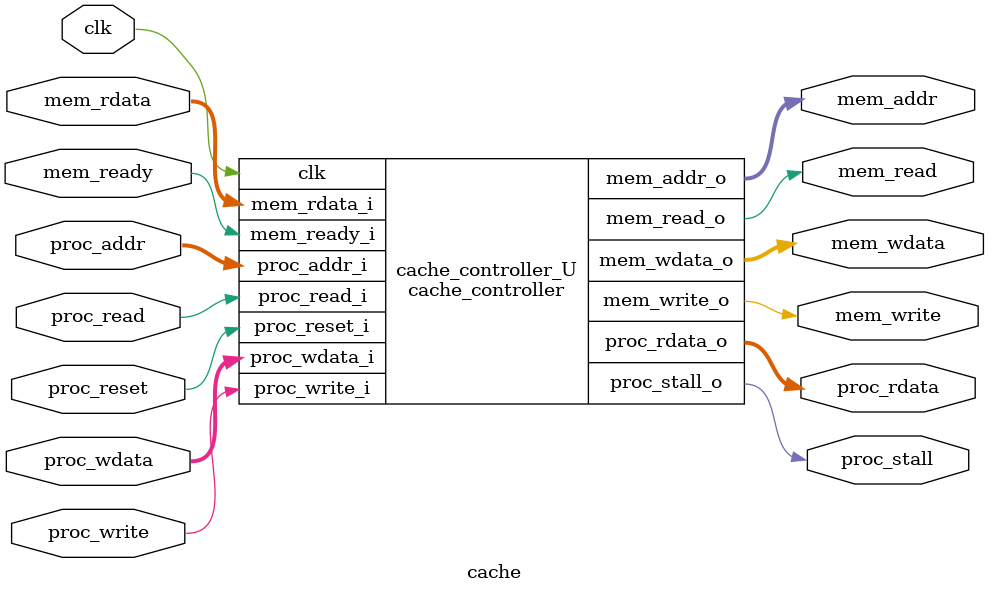
<source format=v>


module cache_sram_dm ( clk, rst, addr_i, wdata_i, write_i, rdata_o, hit_o );
  input [29:0] addr_i;
  input [154:0] wdata_i;
  output [154:0] rdata_o;
  input clk, rst, write_i;
  output hit_o;
  wire   N9, N10, N11, \sram[0][154] , \sram[0][153] , \sram[0][152] ,
         \sram[0][151] , \sram[0][150] , \sram[0][149] , \sram[0][148] ,
         \sram[0][147] , \sram[0][146] , \sram[0][145] , \sram[0][144] ,
         \sram[0][143] , \sram[0][142] , \sram[0][141] , \sram[0][140] ,
         \sram[0][139] , \sram[0][138] , \sram[0][137] , \sram[0][136] ,
         \sram[0][135] , \sram[0][134] , \sram[0][133] , \sram[0][132] ,
         \sram[0][131] , \sram[0][130] , \sram[0][129] , \sram[0][128] ,
         \sram[0][127] , \sram[0][126] , \sram[0][125] , \sram[0][124] ,
         \sram[0][123] , \sram[0][122] , \sram[0][121] , \sram[0][120] ,
         \sram[0][119] , \sram[0][118] , \sram[0][117] , \sram[0][116] ,
         \sram[0][115] , \sram[0][114] , \sram[0][113] , \sram[0][112] ,
         \sram[0][111] , \sram[0][110] , \sram[0][109] , \sram[0][108] ,
         \sram[0][107] , \sram[0][106] , \sram[0][105] , \sram[0][104] ,
         \sram[0][103] , \sram[0][102] , \sram[0][101] , \sram[0][100] ,
         \sram[0][99] , \sram[0][98] , \sram[0][97] , \sram[0][96] ,
         \sram[0][95] , \sram[0][94] , \sram[0][93] , \sram[0][92] ,
         \sram[0][91] , \sram[0][90] , \sram[0][89] , \sram[0][88] ,
         \sram[0][87] , \sram[0][86] , \sram[0][85] , \sram[0][84] ,
         \sram[0][83] , \sram[0][82] , \sram[0][81] , \sram[0][80] ,
         \sram[0][79] , \sram[0][78] , \sram[0][77] , \sram[0][76] ,
         \sram[0][75] , \sram[0][74] , \sram[0][73] , \sram[0][72] ,
         \sram[0][71] , \sram[0][70] , \sram[0][69] , \sram[0][68] ,
         \sram[0][67] , \sram[0][66] , \sram[0][65] , \sram[0][64] ,
         \sram[0][63] , \sram[0][62] , \sram[0][61] , \sram[0][60] ,
         \sram[0][59] , \sram[0][58] , \sram[0][57] , \sram[0][56] ,
         \sram[0][55] , \sram[0][54] , \sram[0][53] , \sram[0][52] ,
         \sram[0][51] , \sram[0][50] , \sram[0][49] , \sram[0][48] ,
         \sram[0][47] , \sram[0][46] , \sram[0][45] , \sram[0][44] ,
         \sram[0][43] , \sram[0][42] , \sram[0][41] , \sram[0][40] ,
         \sram[0][39] , \sram[0][38] , \sram[0][37] , \sram[0][36] ,
         \sram[0][35] , \sram[0][34] , \sram[0][33] , \sram[0][32] ,
         \sram[0][31] , \sram[0][30] , \sram[0][29] , \sram[0][28] ,
         \sram[0][27] , \sram[0][26] , \sram[0][25] , \sram[0][24] ,
         \sram[0][23] , \sram[0][22] , \sram[0][21] , \sram[0][20] ,
         \sram[0][19] , \sram[0][18] , \sram[0][17] , \sram[0][16] ,
         \sram[0][15] , \sram[0][14] , \sram[0][13] , \sram[0][12] ,
         \sram[0][11] , \sram[0][10] , \sram[0][9] , \sram[0][8] ,
         \sram[0][7] , \sram[0][6] , \sram[0][5] , \sram[0][4] , \sram[0][3] ,
         \sram[0][2] , \sram[0][1] , \sram[0][0] , \sram[1][154] ,
         \sram[1][153] , \sram[1][152] , \sram[1][151] , \sram[1][150] ,
         \sram[1][149] , \sram[1][148] , \sram[1][147] , \sram[1][146] ,
         \sram[1][145] , \sram[1][144] , \sram[1][143] , \sram[1][142] ,
         \sram[1][141] , \sram[1][140] , \sram[1][139] , \sram[1][138] ,
         \sram[1][137] , \sram[1][136] , \sram[1][135] , \sram[1][134] ,
         \sram[1][133] , \sram[1][132] , \sram[1][131] , \sram[1][130] ,
         \sram[1][129] , \sram[1][128] , \sram[1][127] , \sram[1][126] ,
         \sram[1][125] , \sram[1][124] , \sram[1][123] , \sram[1][122] ,
         \sram[1][121] , \sram[1][120] , \sram[1][119] , \sram[1][118] ,
         \sram[1][117] , \sram[1][116] , \sram[1][115] , \sram[1][114] ,
         \sram[1][113] , \sram[1][112] , \sram[1][111] , \sram[1][110] ,
         \sram[1][109] , \sram[1][108] , \sram[1][107] , \sram[1][106] ,
         \sram[1][105] , \sram[1][104] , \sram[1][103] , \sram[1][102] ,
         \sram[1][101] , \sram[1][100] , \sram[1][99] , \sram[1][98] ,
         \sram[1][97] , \sram[1][96] , \sram[1][95] , \sram[1][94] ,
         \sram[1][93] , \sram[1][92] , \sram[1][91] , \sram[1][90] ,
         \sram[1][89] , \sram[1][88] , \sram[1][87] , \sram[1][86] ,
         \sram[1][85] , \sram[1][84] , \sram[1][83] , \sram[1][82] ,
         \sram[1][81] , \sram[1][80] , \sram[1][79] , \sram[1][78] ,
         \sram[1][77] , \sram[1][76] , \sram[1][75] , \sram[1][74] ,
         \sram[1][73] , \sram[1][72] , \sram[1][71] , \sram[1][70] ,
         \sram[1][69] , \sram[1][68] , \sram[1][67] , \sram[1][66] ,
         \sram[1][65] , \sram[1][64] , \sram[1][63] , \sram[1][62] ,
         \sram[1][61] , \sram[1][60] , \sram[1][59] , \sram[1][58] ,
         \sram[1][57] , \sram[1][56] , \sram[1][55] , \sram[1][54] ,
         \sram[1][53] , \sram[1][52] , \sram[1][51] , \sram[1][50] ,
         \sram[1][49] , \sram[1][48] , \sram[1][47] , \sram[1][46] ,
         \sram[1][45] , \sram[1][44] , \sram[1][43] , \sram[1][42] ,
         \sram[1][41] , \sram[1][40] , \sram[1][39] , \sram[1][38] ,
         \sram[1][37] , \sram[1][36] , \sram[1][35] , \sram[1][34] ,
         \sram[1][33] , \sram[1][32] , \sram[1][31] , \sram[1][30] ,
         \sram[1][29] , \sram[1][28] , \sram[1][27] , \sram[1][26] ,
         \sram[1][25] , \sram[1][24] , \sram[1][23] , \sram[1][22] ,
         \sram[1][21] , \sram[1][20] , \sram[1][19] , \sram[1][18] ,
         \sram[1][17] , \sram[1][16] , \sram[1][15] , \sram[1][14] ,
         \sram[1][13] , \sram[1][12] , \sram[1][11] , \sram[1][10] ,
         \sram[1][9] , \sram[1][8] , \sram[1][7] , \sram[1][6] , \sram[1][5] ,
         \sram[1][4] , \sram[1][3] , \sram[1][2] , \sram[1][1] , \sram[1][0] ,
         \sram[2][154] , \sram[2][153] , \sram[2][152] , \sram[2][151] ,
         \sram[2][150] , \sram[2][149] , \sram[2][148] , \sram[2][147] ,
         \sram[2][146] , \sram[2][145] , \sram[2][144] , \sram[2][143] ,
         \sram[2][142] , \sram[2][141] , \sram[2][140] , \sram[2][139] ,
         \sram[2][138] , \sram[2][137] , \sram[2][136] , \sram[2][135] ,
         \sram[2][134] , \sram[2][133] , \sram[2][132] , \sram[2][131] ,
         \sram[2][130] , \sram[2][129] , \sram[2][128] , \sram[2][127] ,
         \sram[2][126] , \sram[2][125] , \sram[2][124] , \sram[2][123] ,
         \sram[2][122] , \sram[2][121] , \sram[2][120] , \sram[2][119] ,
         \sram[2][118] , \sram[2][117] , \sram[2][116] , \sram[2][115] ,
         \sram[2][114] , \sram[2][113] , \sram[2][112] , \sram[2][111] ,
         \sram[2][110] , \sram[2][109] , \sram[2][108] , \sram[2][107] ,
         \sram[2][106] , \sram[2][105] , \sram[2][104] , \sram[2][103] ,
         \sram[2][102] , \sram[2][101] , \sram[2][100] , \sram[2][99] ,
         \sram[2][98] , \sram[2][97] , \sram[2][96] , \sram[2][95] ,
         \sram[2][94] , \sram[2][93] , \sram[2][92] , \sram[2][91] ,
         \sram[2][90] , \sram[2][89] , \sram[2][88] , \sram[2][87] ,
         \sram[2][86] , \sram[2][85] , \sram[2][84] , \sram[2][83] ,
         \sram[2][82] , \sram[2][81] , \sram[2][80] , \sram[2][79] ,
         \sram[2][78] , \sram[2][77] , \sram[2][76] , \sram[2][75] ,
         \sram[2][74] , \sram[2][73] , \sram[2][72] , \sram[2][71] ,
         \sram[2][70] , \sram[2][69] , \sram[2][68] , \sram[2][67] ,
         \sram[2][66] , \sram[2][65] , \sram[2][64] , \sram[2][63] ,
         \sram[2][62] , \sram[2][61] , \sram[2][60] , \sram[2][59] ,
         \sram[2][58] , \sram[2][57] , \sram[2][56] , \sram[2][55] ,
         \sram[2][54] , \sram[2][53] , \sram[2][52] , \sram[2][51] ,
         \sram[2][50] , \sram[2][49] , \sram[2][48] , \sram[2][47] ,
         \sram[2][46] , \sram[2][45] , \sram[2][44] , \sram[2][43] ,
         \sram[2][42] , \sram[2][41] , \sram[2][40] , \sram[2][39] ,
         \sram[2][38] , \sram[2][37] , \sram[2][36] , \sram[2][35] ,
         \sram[2][34] , \sram[2][33] , \sram[2][32] , \sram[2][31] ,
         \sram[2][30] , \sram[2][29] , \sram[2][28] , \sram[2][27] ,
         \sram[2][26] , \sram[2][25] , \sram[2][24] , \sram[2][23] ,
         \sram[2][22] , \sram[2][21] , \sram[2][20] , \sram[2][19] ,
         \sram[2][18] , \sram[2][17] , \sram[2][16] , \sram[2][15] ,
         \sram[2][14] , \sram[2][13] , \sram[2][12] , \sram[2][11] ,
         \sram[2][10] , \sram[2][9] , \sram[2][8] , \sram[2][7] , \sram[2][6] ,
         \sram[2][5] , \sram[2][4] , \sram[2][3] , \sram[2][2] , \sram[2][1] ,
         \sram[2][0] , \sram[3][154] , \sram[3][153] , \sram[3][152] ,
         \sram[3][151] , \sram[3][150] , \sram[3][149] , \sram[3][148] ,
         \sram[3][147] , \sram[3][146] , \sram[3][145] , \sram[3][144] ,
         \sram[3][143] , \sram[3][142] , \sram[3][141] , \sram[3][140] ,
         \sram[3][139] , \sram[3][138] , \sram[3][137] , \sram[3][136] ,
         \sram[3][135] , \sram[3][134] , \sram[3][133] , \sram[3][132] ,
         \sram[3][131] , \sram[3][130] , \sram[3][129] , \sram[3][128] ,
         \sram[3][127] , \sram[3][126] , \sram[3][125] , \sram[3][124] ,
         \sram[3][123] , \sram[3][122] , \sram[3][121] , \sram[3][120] ,
         \sram[3][119] , \sram[3][118] , \sram[3][117] , \sram[3][116] ,
         \sram[3][115] , \sram[3][114] , \sram[3][113] , \sram[3][112] ,
         \sram[3][111] , \sram[3][110] , \sram[3][109] , \sram[3][108] ,
         \sram[3][107] , \sram[3][106] , \sram[3][105] , \sram[3][104] ,
         \sram[3][103] , \sram[3][102] , \sram[3][101] , \sram[3][100] ,
         \sram[3][99] , \sram[3][98] , \sram[3][97] , \sram[3][96] ,
         \sram[3][95] , \sram[3][94] , \sram[3][93] , \sram[3][92] ,
         \sram[3][91] , \sram[3][90] , \sram[3][89] , \sram[3][88] ,
         \sram[3][87] , \sram[3][86] , \sram[3][85] , \sram[3][84] ,
         \sram[3][83] , \sram[3][82] , \sram[3][81] , \sram[3][80] ,
         \sram[3][79] , \sram[3][78] , \sram[3][77] , \sram[3][76] ,
         \sram[3][75] , \sram[3][74] , \sram[3][73] , \sram[3][72] ,
         \sram[3][71] , \sram[3][70] , \sram[3][69] , \sram[3][68] ,
         \sram[3][67] , \sram[3][66] , \sram[3][65] , \sram[3][64] ,
         \sram[3][63] , \sram[3][62] , \sram[3][61] , \sram[3][60] ,
         \sram[3][59] , \sram[3][58] , \sram[3][57] , \sram[3][56] ,
         \sram[3][55] , \sram[3][54] , \sram[3][53] , \sram[3][52] ,
         \sram[3][51] , \sram[3][50] , \sram[3][49] , \sram[3][48] ,
         \sram[3][47] , \sram[3][46] , \sram[3][45] , \sram[3][44] ,
         \sram[3][43] , \sram[3][42] , \sram[3][41] , \sram[3][40] ,
         \sram[3][39] , \sram[3][38] , \sram[3][37] , \sram[3][36] ,
         \sram[3][35] , \sram[3][34] , \sram[3][33] , \sram[3][32] ,
         \sram[3][31] , \sram[3][30] , \sram[3][29] , \sram[3][28] ,
         \sram[3][27] , \sram[3][26] , \sram[3][25] , \sram[3][24] ,
         \sram[3][23] , \sram[3][22] , \sram[3][21] , \sram[3][20] ,
         \sram[3][19] , \sram[3][18] , \sram[3][17] , \sram[3][16] ,
         \sram[3][15] , \sram[3][14] , \sram[3][13] , \sram[3][12] ,
         \sram[3][11] , \sram[3][10] , \sram[3][9] , \sram[3][8] ,
         \sram[3][7] , \sram[3][6] , \sram[3][5] , \sram[3][4] , \sram[3][3] ,
         \sram[3][2] , \sram[3][1] , \sram[3][0] , \sram[4][154] ,
         \sram[4][153] , \sram[4][152] , \sram[4][151] , \sram[4][150] ,
         \sram[4][149] , \sram[4][148] , \sram[4][147] , \sram[4][146] ,
         \sram[4][145] , \sram[4][144] , \sram[4][143] , \sram[4][142] ,
         \sram[4][141] , \sram[4][140] , \sram[4][139] , \sram[4][138] ,
         \sram[4][137] , \sram[4][136] , \sram[4][135] , \sram[4][134] ,
         \sram[4][133] , \sram[4][132] , \sram[4][131] , \sram[4][130] ,
         \sram[4][129] , \sram[4][128] , \sram[4][127] , \sram[4][126] ,
         \sram[4][125] , \sram[4][124] , \sram[4][123] , \sram[4][122] ,
         \sram[4][121] , \sram[4][120] , \sram[4][119] , \sram[4][118] ,
         \sram[4][117] , \sram[4][116] , \sram[4][115] , \sram[4][114] ,
         \sram[4][113] , \sram[4][112] , \sram[4][111] , \sram[4][110] ,
         \sram[4][109] , \sram[4][108] , \sram[4][107] , \sram[4][106] ,
         \sram[4][105] , \sram[4][104] , \sram[4][103] , \sram[4][102] ,
         \sram[4][101] , \sram[4][100] , \sram[4][99] , \sram[4][98] ,
         \sram[4][97] , \sram[4][96] , \sram[4][95] , \sram[4][94] ,
         \sram[4][93] , \sram[4][92] , \sram[4][91] , \sram[4][90] ,
         \sram[4][89] , \sram[4][88] , \sram[4][87] , \sram[4][86] ,
         \sram[4][85] , \sram[4][84] , \sram[4][83] , \sram[4][82] ,
         \sram[4][81] , \sram[4][80] , \sram[4][79] , \sram[4][78] ,
         \sram[4][77] , \sram[4][76] , \sram[4][75] , \sram[4][74] ,
         \sram[4][73] , \sram[4][72] , \sram[4][71] , \sram[4][70] ,
         \sram[4][69] , \sram[4][68] , \sram[4][67] , \sram[4][66] ,
         \sram[4][65] , \sram[4][64] , \sram[4][63] , \sram[4][62] ,
         \sram[4][61] , \sram[4][60] , \sram[4][59] , \sram[4][58] ,
         \sram[4][57] , \sram[4][56] , \sram[4][55] , \sram[4][54] ,
         \sram[4][53] , \sram[4][52] , \sram[4][51] , \sram[4][50] ,
         \sram[4][49] , \sram[4][48] , \sram[4][47] , \sram[4][46] ,
         \sram[4][45] , \sram[4][44] , \sram[4][43] , \sram[4][42] ,
         \sram[4][41] , \sram[4][40] , \sram[4][39] , \sram[4][38] ,
         \sram[4][37] , \sram[4][36] , \sram[4][35] , \sram[4][34] ,
         \sram[4][33] , \sram[4][32] , \sram[4][31] , \sram[4][30] ,
         \sram[4][29] , \sram[4][28] , \sram[4][27] , \sram[4][26] ,
         \sram[4][25] , \sram[4][24] , \sram[4][23] , \sram[4][22] ,
         \sram[4][21] , \sram[4][20] , \sram[4][19] , \sram[4][18] ,
         \sram[4][17] , \sram[4][16] , \sram[4][15] , \sram[4][14] ,
         \sram[4][13] , \sram[4][12] , \sram[4][11] , \sram[4][10] ,
         \sram[4][9] , \sram[4][8] , \sram[4][7] , \sram[4][6] , \sram[4][5] ,
         \sram[4][4] , \sram[4][3] , \sram[4][2] , \sram[4][1] , \sram[4][0] ,
         \sram[5][154] , \sram[5][153] , \sram[5][152] , \sram[5][151] ,
         \sram[5][150] , \sram[5][149] , \sram[5][148] , \sram[5][147] ,
         \sram[5][146] , \sram[5][145] , \sram[5][144] , \sram[5][143] ,
         \sram[5][142] , \sram[5][141] , \sram[5][140] , \sram[5][139] ,
         \sram[5][138] , \sram[5][137] , \sram[5][136] , \sram[5][135] ,
         \sram[5][134] , \sram[5][133] , \sram[5][132] , \sram[5][131] ,
         \sram[5][130] , \sram[5][129] , \sram[5][128] , \sram[5][127] ,
         \sram[5][126] , \sram[5][125] , \sram[5][124] , \sram[5][123] ,
         \sram[5][122] , \sram[5][121] , \sram[5][120] , \sram[5][119] ,
         \sram[5][118] , \sram[5][117] , \sram[5][116] , \sram[5][115] ,
         \sram[5][114] , \sram[5][113] , \sram[5][112] , \sram[5][111] ,
         \sram[5][110] , \sram[5][109] , \sram[5][108] , \sram[5][107] ,
         \sram[5][106] , \sram[5][105] , \sram[5][104] , \sram[5][103] ,
         \sram[5][102] , \sram[5][101] , \sram[5][100] , \sram[5][99] ,
         \sram[5][98] , \sram[5][97] , \sram[5][96] , \sram[5][95] ,
         \sram[5][94] , \sram[5][93] , \sram[5][92] , \sram[5][91] ,
         \sram[5][90] , \sram[5][89] , \sram[5][88] , \sram[5][87] ,
         \sram[5][86] , \sram[5][85] , \sram[5][84] , \sram[5][83] ,
         \sram[5][82] , \sram[5][81] , \sram[5][80] , \sram[5][79] ,
         \sram[5][78] , \sram[5][77] , \sram[5][76] , \sram[5][75] ,
         \sram[5][74] , \sram[5][73] , \sram[5][72] , \sram[5][71] ,
         \sram[5][70] , \sram[5][69] , \sram[5][68] , \sram[5][67] ,
         \sram[5][66] , \sram[5][65] , \sram[5][64] , \sram[5][63] ,
         \sram[5][62] , \sram[5][61] , \sram[5][60] , \sram[5][59] ,
         \sram[5][58] , \sram[5][57] , \sram[5][56] , \sram[5][55] ,
         \sram[5][54] , \sram[5][53] , \sram[5][52] , \sram[5][51] ,
         \sram[5][50] , \sram[5][49] , \sram[5][48] , \sram[5][47] ,
         \sram[5][46] , \sram[5][45] , \sram[5][44] , \sram[5][43] ,
         \sram[5][42] , \sram[5][41] , \sram[5][40] , \sram[5][39] ,
         \sram[5][38] , \sram[5][37] , \sram[5][36] , \sram[5][35] ,
         \sram[5][34] , \sram[5][33] , \sram[5][32] , \sram[5][31] ,
         \sram[5][30] , \sram[5][29] , \sram[5][28] , \sram[5][27] ,
         \sram[5][26] , \sram[5][25] , \sram[5][24] , \sram[5][23] ,
         \sram[5][22] , \sram[5][21] , \sram[5][20] , \sram[5][19] ,
         \sram[5][18] , \sram[5][17] , \sram[5][16] , \sram[5][15] ,
         \sram[5][14] , \sram[5][13] , \sram[5][12] , \sram[5][11] ,
         \sram[5][10] , \sram[5][9] , \sram[5][8] , \sram[5][7] , \sram[5][6] ,
         \sram[5][5] , \sram[5][4] , \sram[5][3] , \sram[5][2] , \sram[5][1] ,
         \sram[5][0] , \sram[6][154] , \sram[6][153] , \sram[6][152] ,
         \sram[6][151] , \sram[6][150] , \sram[6][149] , \sram[6][148] ,
         \sram[6][147] , \sram[6][146] , \sram[6][145] , \sram[6][144] ,
         \sram[6][143] , \sram[6][142] , \sram[6][141] , \sram[6][140] ,
         \sram[6][139] , \sram[6][138] , \sram[6][137] , \sram[6][136] ,
         \sram[6][135] , \sram[6][134] , \sram[6][133] , \sram[6][132] ,
         \sram[6][131] , \sram[6][130] , \sram[6][129] , \sram[6][128] ,
         \sram[6][127] , \sram[6][126] , \sram[6][125] , \sram[6][124] ,
         \sram[6][123] , \sram[6][122] , \sram[6][121] , \sram[6][120] ,
         \sram[6][119] , \sram[6][118] , \sram[6][117] , \sram[6][116] ,
         \sram[6][115] , \sram[6][114] , \sram[6][113] , \sram[6][112] ,
         \sram[6][111] , \sram[6][110] , \sram[6][109] , \sram[6][108] ,
         \sram[6][107] , \sram[6][106] , \sram[6][105] , \sram[6][104] ,
         \sram[6][103] , \sram[6][102] , \sram[6][101] , \sram[6][100] ,
         \sram[6][99] , \sram[6][98] , \sram[6][97] , \sram[6][96] ,
         \sram[6][95] , \sram[6][94] , \sram[6][93] , \sram[6][92] ,
         \sram[6][91] , \sram[6][90] , \sram[6][89] , \sram[6][88] ,
         \sram[6][87] , \sram[6][86] , \sram[6][85] , \sram[6][84] ,
         \sram[6][83] , \sram[6][82] , \sram[6][81] , \sram[6][80] ,
         \sram[6][79] , \sram[6][78] , \sram[6][77] , \sram[6][76] ,
         \sram[6][75] , \sram[6][74] , \sram[6][73] , \sram[6][72] ,
         \sram[6][71] , \sram[6][70] , \sram[6][69] , \sram[6][68] ,
         \sram[6][67] , \sram[6][66] , \sram[6][65] , \sram[6][64] ,
         \sram[6][63] , \sram[6][62] , \sram[6][61] , \sram[6][60] ,
         \sram[6][59] , \sram[6][58] , \sram[6][57] , \sram[6][56] ,
         \sram[6][55] , \sram[6][54] , \sram[6][53] , \sram[6][52] ,
         \sram[6][51] , \sram[6][50] , \sram[6][49] , \sram[6][48] ,
         \sram[6][47] , \sram[6][46] , \sram[6][45] , \sram[6][44] ,
         \sram[6][43] , \sram[6][42] , \sram[6][41] , \sram[6][40] ,
         \sram[6][39] , \sram[6][38] , \sram[6][37] , \sram[6][36] ,
         \sram[6][35] , \sram[6][34] , \sram[6][33] , \sram[6][32] ,
         \sram[6][31] , \sram[6][30] , \sram[6][29] , \sram[6][28] ,
         \sram[6][27] , \sram[6][26] , \sram[6][25] , \sram[6][24] ,
         \sram[6][23] , \sram[6][22] , \sram[6][21] , \sram[6][20] ,
         \sram[6][19] , \sram[6][18] , \sram[6][17] , \sram[6][16] ,
         \sram[6][15] , \sram[6][14] , \sram[6][13] , \sram[6][12] ,
         \sram[6][11] , \sram[6][10] , \sram[6][9] , \sram[6][8] ,
         \sram[6][7] , \sram[6][6] , \sram[6][5] , \sram[6][4] , \sram[6][3] ,
         \sram[6][2] , \sram[6][1] , \sram[6][0] , \sram[7][154] ,
         \sram[7][153] , \sram[7][152] , \sram[7][151] , \sram[7][150] ,
         \sram[7][149] , \sram[7][148] , \sram[7][147] , \sram[7][146] ,
         \sram[7][145] , \sram[7][144] , \sram[7][143] , \sram[7][142] ,
         \sram[7][141] , \sram[7][140] , \sram[7][139] , \sram[7][138] ,
         \sram[7][137] , \sram[7][136] , \sram[7][135] , \sram[7][134] ,
         \sram[7][133] , \sram[7][132] , \sram[7][131] , \sram[7][130] ,
         \sram[7][129] , \sram[7][128] , \sram[7][127] , \sram[7][126] ,
         \sram[7][125] , \sram[7][124] , \sram[7][123] , \sram[7][122] ,
         \sram[7][121] , \sram[7][120] , \sram[7][119] , \sram[7][118] ,
         \sram[7][117] , \sram[7][116] , \sram[7][115] , \sram[7][114] ,
         \sram[7][113] , \sram[7][112] , \sram[7][111] , \sram[7][110] ,
         \sram[7][109] , \sram[7][108] , \sram[7][107] , \sram[7][106] ,
         \sram[7][105] , \sram[7][104] , \sram[7][103] , \sram[7][102] ,
         \sram[7][101] , \sram[7][100] , \sram[7][99] , \sram[7][98] ,
         \sram[7][97] , \sram[7][96] , \sram[7][95] , \sram[7][94] ,
         \sram[7][93] , \sram[7][92] , \sram[7][91] , \sram[7][90] ,
         \sram[7][89] , \sram[7][88] , \sram[7][87] , \sram[7][86] ,
         \sram[7][85] , \sram[7][84] , \sram[7][83] , \sram[7][82] ,
         \sram[7][81] , \sram[7][80] , \sram[7][79] , \sram[7][78] ,
         \sram[7][77] , \sram[7][76] , \sram[7][75] , \sram[7][74] ,
         \sram[7][73] , \sram[7][72] , \sram[7][71] , \sram[7][70] ,
         \sram[7][69] , \sram[7][68] , \sram[7][67] , \sram[7][66] ,
         \sram[7][65] , \sram[7][64] , \sram[7][63] , \sram[7][62] ,
         \sram[7][61] , \sram[7][60] , \sram[7][59] , \sram[7][58] ,
         \sram[7][57] , \sram[7][56] , \sram[7][55] , \sram[7][54] ,
         \sram[7][53] , \sram[7][52] , \sram[7][51] , \sram[7][50] ,
         \sram[7][49] , \sram[7][48] , \sram[7][47] , \sram[7][46] ,
         \sram[7][45] , \sram[7][44] , \sram[7][43] , \sram[7][42] ,
         \sram[7][41] , \sram[7][40] , \sram[7][39] , \sram[7][38] ,
         \sram[7][37] , \sram[7][36] , \sram[7][35] , \sram[7][34] ,
         \sram[7][33] , \sram[7][32] , \sram[7][31] , \sram[7][30] ,
         \sram[7][29] , \sram[7][28] , \sram[7][27] , \sram[7][26] ,
         \sram[7][25] , \sram[7][24] , \sram[7][23] , \sram[7][22] ,
         \sram[7][21] , \sram[7][20] , \sram[7][19] , \sram[7][18] ,
         \sram[7][17] , \sram[7][16] , \sram[7][15] , \sram[7][14] ,
         \sram[7][13] , \sram[7][12] , \sram[7][11] , \sram[7][10] ,
         \sram[7][9] , \sram[7][8] , \sram[7][7] , \sram[7][6] , \sram[7][5] ,
         \sram[7][4] , \sram[7][3] , \sram[7][2] , \sram[7][1] , \sram[7][0] ,
         n317, n319, n320, n321, n323, n325, n326, n327, n1, n2, n3, n4, n5,
         n6, n7, n8, n9, n10, n11, n12, n13, n14, n15, n16, n17, n18, n19, n20,
         n21, n22, n23, n24, n25, n26, n27, n28, n29, n30, n31, n32, n33, n34,
         n35, n36, n37, n38, n39, n40, n41, n42, n43, n44, n45, n46, n47, n48,
         n49, n50, n51, n52, n53, n54, n55, n56, n57, n58, n59, n60, n61, n62,
         n63, n64, n65, n66, n67, n68, n69, n70, n71, n72, n73, n74, n75, n76,
         n77, n78, n79, n80, n81, n82, n83, n84, n85, n86, n87, n88, n89, n90,
         n91, n92, n93, n94, n95, n96, n97, n98, n99, n100, n101, n102, n103,
         n104, n105, n106, n107, n108, n109, n110, n111, n112, n113, n114,
         n115, n116, n117, n118, n119, n120, n121, n122, n123, n124, n125,
         n126, n127, n128, n129, n130, n131, n132, n133, n134, n135, n136,
         n137, n138, n139, n140, n141, n142, n143, n144, n145, n146, n147,
         n148, n149, n150, n151, n152, n153, n154, n155, n156, n157, n158,
         n159, n160, n161, n162, n163, n164, n165, n166, n167, n168, n169,
         n170, n171, n172, n173, n174, n175, n176, n177, n178, n179, n180,
         n181, n182, n183, n184, n185, n186, n187, n188, n189, n190, n191,
         n192, n193, n194, n195, n196, n197, n198, n199, n200, n201, n202,
         n203, n204, n205, n206, n207, n208, n209, n210, n211, n212, n213,
         n214, n215, n216, n217, n218, n219, n220, n221, n222, n223, n224,
         n225, n226, n227, n228, n229, n230, n231, n232, n233, n234, n235,
         n236, n237, n238, n239, n240, n241, n242, n243, n244, n245, n246,
         n247, n248, n249, n250, n251, n252, n253, n254, n255, n256, n257,
         n258, n259, n260, n261, n262, n263, n264, n265, n266, n267, n268,
         n269, n270, n271, n272, n273, n274, n275, n276, n277, n278, n279,
         n280, n281, n282, n283, n284, n285, n286, n287, n288, n289, n290,
         n291, n292, n293, n294, n295, n296, n297, n298, n299, n300, n301,
         n302, n303, n304, n305, n306, n307, n308, n309, n310, n311, n312,
         n313, n314, n315, n316, n318, n322, n324, n328, n329, n330, n331,
         n332, n333, n334, n335, n336, n337, n338, n339, n340, n341, n342,
         n343, n344, n345, n346, n347, n348, n349, n350, n351, n352, n353,
         n354, n355, n356, n357, n358, n359, n360, n361, n362, n363, n364,
         n365, n366, n367, n368, n369, n370, n371, n372, n373, n374, n375,
         n376, n377, n378, n379, n380, n381, n382, n383, n384, n385, n386,
         n387, n388, n389, n390, n391, n392, n393, n394, n395, n396, n397,
         n398, n399, n400, n401, n402, n403, n404, n405, n406, n407, n408,
         n409, n410, n411, n412, n413, n414, n415, n416, n417, n418, n419,
         n420, n421, n422, n423, n424, n425, n426, n427, n428, n429, n430,
         n431, n432, n433, n434, n435, n436, n437, n438, n439, n440, n441,
         n442, n443, n444, n445, n446, n447, n448, n449, n450, n451, n452,
         n453, n454, n455, n456, n457, n458, n459, n460, n461, n462, n463,
         n464, n465, n466, n467, n468, n469, n470, n471, n472, n473, n474,
         n475, n476, n477, n478, n479, n480, n481, n482, n483, n484, n485,
         n486, n487, n488, n489, n490, n491, n492, n493, n494, n495, n496,
         n497, n498, n499, n500, n501, n502, n503, n504, n505, n506, n507,
         n508, n509, n510, n511, n512, n513, n514, n515, n516, n517, n518,
         n519, n520, n521, n522, n523, n524, n525, n526, n527, n528, n529,
         n530, n531, n532, n533, n534, n535, n536, n537, n538, n539, n540,
         n541, n542, n543, n544, n545, n546, n547, n548, n549, n550, n551,
         n552, n553, n554, n555, n556, n557, n558, n559, n560, n561, n562,
         n563, n564, n565, n566, n567, n568, n569, n570, n571, n572, n573,
         n574, n575, n576, n577, n578, n579, n580, n581, n582, n583, n584,
         n585, n586, n587, n588, n589, n590, n591, n592, n593, n594, n595,
         n596, n597, n598, n599, n600, n601, n602, n603, n604, n605, n606,
         n607, n608, n609, n610, n611, n612, n613, n614, n615, n616, n617,
         n618, n619, n620, n621, n622, n623, n624, n625, n626, n627, n628,
         n629, n630, n631, n632, n633, n634, n635, n636, n637, n638, n639,
         n640, n641, n642, n643, n644, n645, n646, n647, n648, n649, n650,
         n651, n652, n653, n654, n655, n656, n657, n658, n659, n660, n661,
         n662, n663, n664, n665, n666, n667, n668, n669, n670, n671, n672,
         n673, n674, n675, n676, n677, n678, n679, n680, n681, n682, n683,
         n684, n685, n686, n687, n688, n689, n690, n691, n692, n693, n694,
         n695, n696, n697, n698, n699, n700, n701, n702, n703, n704, n705,
         n706, n707, n708, n709, n710, n711, n712, n713, n714, n715, n716,
         n717, n718, n719, n720, n721, n722, n723, n724, n725, n726, n727,
         n728, n729, n730, n731, n732, n733, n734, n735, n736, n737, n738,
         n739, n740, n741, n742, n743, n744, n745, n746, n747, n748, n749,
         n750, n751, n752, n753, n754, n755, n756, n757, n758, n759, n760,
         n761, n762, n763, n764, n765, n766, n767, n768, n769, n770, n771,
         n772, n773, n774, n775, n776, n777, n778, n779, n780, n781, n782,
         n783, n784, n785, n786, n787, n788, n789, n790, n791, n792, n793,
         n794, n795, n796, n797, n798, n799, n800, n801, n802, n803, n804,
         n805, n806, n807, n808, n809, n810, n811, n812, n813, n814, n815,
         n816, n817, n818, n819, n820, n821, n822, n823, n824, n825, n826,
         n827, n828, n829, n830, n831, n832, n833, n834, n835, n836, n837,
         n838, n839, n840, n841, n842, n843, n844, n845, n846, n847, n848,
         n849, n850, n851, n852, n853, n854, n855, n856, n857, n858, n859,
         n860, n861, n862, n863, n864, n865, n866, n867, n868, n869, n870,
         n871, n872, n873, n874, n875, n876, n877, n878, n879, n880, n881,
         n882, n883, n884, n885, n886, n887, n888, n889, n890, n891, n892,
         n893, n894, n895, n896, n897, n898, n899, n900, n901, n902, n903,
         n904, n905, n906, n907, n908, n909, n910, n911, n912, n913, n914,
         n915, n916, n917, n918, n919, n920, n921, n922, n923, n924, n925,
         n926, n927, n928, n929, n930, n931, n932, n933, n934, n935, n936,
         n937, n938, n939, n940, n941, n942, n943, n944, n945, n946, n947,
         n948, n949, n950, n951, n952, n953, n954, n955, n956, n957, n958,
         n959, n960, n961, n962, n963, n964, n965, n966, n967, n968, n969,
         n970, n971, n972, n973, n974, n975, n976, n977, n978, n979, n980,
         n981, n982, n983, n984, n985, n986, n987, n988, n989, n990, n991,
         n992, n993, n994, n995, n996, n997, n998, n999, n1000, n1001, n1002,
         n1003, n1004, n1005, n1006, n1007, n1008, n1009, n1010, n1011, n1012,
         n1013, n1014, n1015, n1016, n1017, n1018, n1019, n1020, n1021, n1022,
         n1023, n1024, n1025, n1026, n1027, n1028, n1029, n1030, n1031, n1032,
         n1033, n1034, n1035, n1036, n1037, n1038, n1039, n1040, n1041, n1042,
         n1043, n1044, n1045, n1046, n1047, n1048, n1049, n1050, n1051, n1052,
         n1053, n1054, n1055, n1056, n1057, n1058, n1059, n1060, n1061, n1062,
         n1063, n1064, n1065, n1066, n1067, n1068, n1069, n1070, n1071, n1072,
         n1073, n1074, n1075, n1076, n1077, n1078, n1079, n1080, n1081, n1082,
         n1083, n1084, n1085, n1086, n1087, n1088, n1089, n1090, n1091, n1092,
         n1093, n1094, n1095, n1096, n1097, n1098, n1099, n1100, n1101, n1102,
         n1103, n1104, n1105, n1106, n1107, n1108, n1109, n1110, n1111, n1112,
         n1113, n1114, n1115, n1116, n1117, n1118, n1119, n1120, n1121, n1122,
         n1123, n1124, n1125, n1126, n1127, n1128, n1129, n1130, n1131, n1132,
         n1133, n1134, n1135, n1136, n1137, n1138, n1139, n1140, n1141, n1142,
         n1143, n1144, n1145, n1146, n1147, n1148, n1149, n1150, n1151, n1152,
         n1153, n1154, n1155, n1156, n1157, n1158, n1159, n1160, n1161, n1162,
         n1163, n1164, n1165, n1166, n1167, n1168, n1169, n1170, n1171, n1172,
         n1173, n1174, n1175, n1176, n1177, n1178, n1179, n1180, n1181, n1182,
         n1183, n1184, n1185, n1186, n1187, n1188, n1189, n1190, n1191, n1192,
         n1193, n1194, n1195, n1196, n1197, n1198, n1199, n1200, n1201, n1202,
         n1203, n1204, n1205, n1206, n1207, n1208, n1209, n1210, n1211, n1212,
         n1213, n1214, n1215, n1216, n1217, n1218, n1219, n1220, n1221, n1222,
         n1223;
  assign N9 = addr_i[2];
  assign N10 = addr_i[3];
  assign N11 = addr_i[4];

  EDFFX1 \sram_reg[2][154]  ( .D(n1069), .E(n267), .CK(clk), .Q(\sram[2][154] ) );
  EDFFX1 \sram_reg[2][153]  ( .D(n1070), .E(n267), .CK(clk), .Q(\sram[2][153] ) );
  EDFFX1 \sram_reg[2][152]  ( .D(n1071), .E(n268), .CK(clk), .Q(\sram[2][152] ) );
  EDFFX1 \sram_reg[2][151]  ( .D(n1072), .E(n268), .CK(clk), .Q(\sram[2][151] ) );
  EDFFX1 \sram_reg[2][150]  ( .D(n1073), .E(n268), .CK(clk), .Q(\sram[2][150] ) );
  EDFFX1 \sram_reg[2][149]  ( .D(n1074), .E(n268), .CK(clk), .Q(\sram[2][149] ) );
  EDFFX1 \sram_reg[2][148]  ( .D(n1075), .E(n268), .CK(clk), .Q(\sram[2][148] ) );
  EDFFX1 \sram_reg[2][147]  ( .D(n1076), .E(n268), .CK(clk), .Q(\sram[2][147] ) );
  EDFFX1 \sram_reg[2][146]  ( .D(n1077), .E(n268), .CK(clk), .Q(\sram[2][146] ) );
  EDFFX1 \sram_reg[2][145]  ( .D(n1078), .E(n268), .CK(clk), .Q(\sram[2][145] ) );
  EDFFX1 \sram_reg[2][144]  ( .D(n1079), .E(n268), .CK(clk), .Q(\sram[2][144] ) );
  EDFFX1 \sram_reg[2][143]  ( .D(n1080), .E(n268), .CK(clk), .Q(\sram[2][143] ) );
  EDFFX1 \sram_reg[2][142]  ( .D(n1081), .E(n268), .CK(clk), .Q(\sram[2][142] ) );
  EDFFX1 \sram_reg[2][141]  ( .D(n1082), .E(n268), .CK(clk), .Q(\sram[2][141] ) );
  EDFFX1 \sram_reg[2][140]  ( .D(n1083), .E(n268), .CK(clk), .Q(\sram[2][140] ) );
  EDFFX1 \sram_reg[2][139]  ( .D(n1084), .E(n269), .CK(clk), .Q(\sram[2][139] ) );
  EDFFX1 \sram_reg[2][138]  ( .D(n1085), .E(n269), .CK(clk), .Q(\sram[2][138] ) );
  EDFFX1 \sram_reg[2][137]  ( .D(n1086), .E(n269), .CK(clk), .Q(\sram[2][137] ) );
  EDFFX1 \sram_reg[2][136]  ( .D(n1087), .E(n269), .CK(clk), .Q(\sram[2][136] ) );
  EDFFX1 \sram_reg[2][135]  ( .D(n1088), .E(n269), .CK(clk), .Q(\sram[2][135] ) );
  EDFFX1 \sram_reg[2][134]  ( .D(n1089), .E(n269), .CK(clk), .Q(\sram[2][134] ) );
  EDFFX1 \sram_reg[2][133]  ( .D(n1090), .E(n269), .CK(clk), .Q(\sram[2][133] ) );
  EDFFX1 \sram_reg[2][132]  ( .D(n1091), .E(n269), .CK(clk), .Q(\sram[2][132] ) );
  EDFFX1 \sram_reg[2][131]  ( .D(n1092), .E(n269), .CK(clk), .Q(\sram[2][131] ) );
  EDFFX1 \sram_reg[2][130]  ( .D(n1093), .E(n269), .CK(clk), .Q(\sram[2][130] ) );
  EDFFX1 \sram_reg[2][129]  ( .D(n1094), .E(n269), .CK(clk), .Q(\sram[2][129] ) );
  EDFFX1 \sram_reg[2][128]  ( .D(n1095), .E(n269), .CK(clk), .Q(\sram[2][128] ) );
  EDFFX1 \sram_reg[2][127]  ( .D(n1096), .E(n262), .CK(clk), .Q(\sram[2][127] ) );
  EDFFX1 \sram_reg[2][126]  ( .D(n1097), .E(n263), .CK(clk), .Q(\sram[2][126] ) );
  EDFFX1 \sram_reg[2][125]  ( .D(n1098), .E(n263), .CK(clk), .Q(\sram[2][125] ) );
  EDFFX1 \sram_reg[2][124]  ( .D(n1099), .E(n263), .CK(clk), .Q(\sram[2][124] ) );
  EDFFX1 \sram_reg[2][123]  ( .D(n1100), .E(n263), .CK(clk), .Q(\sram[2][123] ) );
  EDFFX1 \sram_reg[2][122]  ( .D(n1101), .E(n263), .CK(clk), .Q(\sram[2][122] ) );
  EDFFX1 \sram_reg[2][121]  ( .D(n1102), .E(n263), .CK(clk), .Q(\sram[2][121] ) );
  EDFFX1 \sram_reg[2][120]  ( .D(n1103), .E(n263), .CK(clk), .Q(\sram[2][120] ) );
  EDFFX1 \sram_reg[2][119]  ( .D(n1104), .E(n263), .CK(clk), .Q(\sram[2][119] ) );
  EDFFX1 \sram_reg[2][118]  ( .D(n1105), .E(n263), .CK(clk), .Q(\sram[2][118] ) );
  EDFFX1 \sram_reg[2][117]  ( .D(n1106), .E(n263), .CK(clk), .Q(\sram[2][117] ) );
  EDFFX1 \sram_reg[2][116]  ( .D(n1107), .E(n263), .CK(clk), .Q(\sram[2][116] ) );
  EDFFX1 \sram_reg[2][115]  ( .D(n1108), .E(n263), .CK(clk), .Q(\sram[2][115] ) );
  EDFFX1 \sram_reg[2][114]  ( .D(n1109), .E(n263), .CK(clk), .Q(\sram[2][114] ) );
  EDFFX1 \sram_reg[2][113]  ( .D(n1110), .E(n264), .CK(clk), .Q(\sram[2][113] ) );
  EDFFX1 \sram_reg[2][112]  ( .D(n1111), .E(n264), .CK(clk), .Q(\sram[2][112] ) );
  EDFFX1 \sram_reg[2][111]  ( .D(n1112), .E(n264), .CK(clk), .Q(\sram[2][111] ) );
  EDFFX1 \sram_reg[2][110]  ( .D(n1113), .E(n264), .CK(clk), .Q(\sram[2][110] ) );
  EDFFX1 \sram_reg[2][109]  ( .D(n1114), .E(n264), .CK(clk), .Q(\sram[2][109] ) );
  EDFFX1 \sram_reg[2][108]  ( .D(n1115), .E(n264), .CK(clk), .Q(\sram[2][108] ) );
  EDFFX1 \sram_reg[2][107]  ( .D(n1116), .E(n264), .CK(clk), .Q(\sram[2][107] ) );
  EDFFX1 \sram_reg[2][106]  ( .D(n1117), .E(n264), .CK(clk), .Q(\sram[2][106] ) );
  EDFFX1 \sram_reg[2][105]  ( .D(n1118), .E(n264), .CK(clk), .Q(\sram[2][105] ) );
  EDFFX1 \sram_reg[2][104]  ( .D(n1119), .E(n264), .CK(clk), .Q(\sram[2][104] ) );
  EDFFX1 \sram_reg[2][103]  ( .D(n1120), .E(n264), .CK(clk), .Q(\sram[2][103] ) );
  EDFFX1 \sram_reg[2][102]  ( .D(n1121), .E(n264), .CK(clk), .Q(\sram[2][102] ) );
  EDFFX1 \sram_reg[2][101]  ( .D(n1122), .E(n264), .CK(clk), .Q(\sram[2][101] ) );
  EDFFX1 \sram_reg[2][100]  ( .D(n1123), .E(n265), .CK(clk), .Q(\sram[2][100] ) );
  EDFFX1 \sram_reg[2][99]  ( .D(n1124), .E(n265), .CK(clk), .Q(\sram[2][99] )
         );
  EDFFX1 \sram_reg[2][98]  ( .D(n1125), .E(n265), .CK(clk), .Q(\sram[2][98] )
         );
  EDFFX1 \sram_reg[2][97]  ( .D(n1126), .E(n265), .CK(clk), .Q(\sram[2][97] )
         );
  EDFFX1 \sram_reg[2][96]  ( .D(n1127), .E(n265), .CK(clk), .Q(\sram[2][96] )
         );
  EDFFX1 \sram_reg[2][95]  ( .D(n1128), .E(n262), .CK(clk), .Q(\sram[2][95] )
         );
  EDFFX1 \sram_reg[2][94]  ( .D(n1129), .E(n260), .CK(clk), .Q(\sram[2][94] )
         );
  EDFFX1 \sram_reg[2][93]  ( .D(n1130), .E(n260), .CK(clk), .Q(\sram[2][93] )
         );
  EDFFX1 \sram_reg[2][92]  ( .D(n1131), .E(n260), .CK(clk), .Q(\sram[2][92] )
         );
  EDFFX1 \sram_reg[2][91]  ( .D(n1132), .E(n260), .CK(clk), .Q(\sram[2][91] )
         );
  EDFFX1 \sram_reg[2][90]  ( .D(n1133), .E(n260), .CK(clk), .Q(\sram[2][90] )
         );
  EDFFX1 \sram_reg[2][89]  ( .D(n1134), .E(n260), .CK(clk), .Q(\sram[2][89] )
         );
  EDFFX1 \sram_reg[2][88]  ( .D(n1135), .E(n260), .CK(clk), .Q(\sram[2][88] )
         );
  EDFFX1 \sram_reg[2][87]  ( .D(n1136), .E(n261), .CK(clk), .Q(\sram[2][87] )
         );
  EDFFX1 \sram_reg[2][86]  ( .D(n1137), .E(n261), .CK(clk), .Q(\sram[2][86] )
         );
  EDFFX1 \sram_reg[2][85]  ( .D(n1138), .E(n261), .CK(clk), .Q(\sram[2][85] )
         );
  EDFFX1 \sram_reg[2][84]  ( .D(n1139), .E(n261), .CK(clk), .Q(\sram[2][84] )
         );
  EDFFX1 \sram_reg[2][83]  ( .D(n1140), .E(n261), .CK(clk), .Q(\sram[2][83] )
         );
  EDFFX1 \sram_reg[2][82]  ( .D(n1141), .E(n261), .CK(clk), .Q(\sram[2][82] )
         );
  EDFFX1 \sram_reg[2][81]  ( .D(n1142), .E(n261), .CK(clk), .Q(\sram[2][81] )
         );
  EDFFX1 \sram_reg[2][80]  ( .D(n1143), .E(n261), .CK(clk), .Q(\sram[2][80] )
         );
  EDFFX1 \sram_reg[2][79]  ( .D(n1144), .E(n261), .CK(clk), .Q(\sram[2][79] )
         );
  EDFFX1 \sram_reg[2][78]  ( .D(n1145), .E(n261), .CK(clk), .Q(\sram[2][78] )
         );
  EDFFX1 \sram_reg[2][77]  ( .D(n1146), .E(n261), .CK(clk), .Q(\sram[2][77] )
         );
  EDFFX1 \sram_reg[2][76]  ( .D(n1147), .E(n261), .CK(clk), .Q(\sram[2][76] )
         );
  EDFFX1 \sram_reg[2][75]  ( .D(n1148), .E(n261), .CK(clk), .Q(\sram[2][75] )
         );
  EDFFX1 \sram_reg[2][74]  ( .D(n1149), .E(n262), .CK(clk), .Q(\sram[2][74] )
         );
  EDFFX1 \sram_reg[2][73]  ( .D(n1150), .E(n262), .CK(clk), .Q(\sram[2][73] )
         );
  EDFFX1 \sram_reg[2][72]  ( .D(n1151), .E(n262), .CK(clk), .Q(\sram[2][72] )
         );
  EDFFX1 \sram_reg[2][71]  ( .D(n1152), .E(n262), .CK(clk), .Q(\sram[2][71] )
         );
  EDFFX1 \sram_reg[2][70]  ( .D(n1153), .E(n262), .CK(clk), .Q(\sram[2][70] )
         );
  EDFFX1 \sram_reg[2][69]  ( .D(n1154), .E(n262), .CK(clk), .Q(\sram[2][69] )
         );
  EDFFX1 \sram_reg[2][68]  ( .D(n1155), .E(n262), .CK(clk), .Q(\sram[2][68] )
         );
  EDFFX1 \sram_reg[2][67]  ( .D(n1156), .E(n262), .CK(clk), .Q(\sram[2][67] )
         );
  EDFFX1 \sram_reg[2][66]  ( .D(n1157), .E(n262), .CK(clk), .Q(\sram[2][66] )
         );
  EDFFX1 \sram_reg[2][65]  ( .D(n1158), .E(n262), .CK(clk), .Q(\sram[2][65] )
         );
  EDFFX1 \sram_reg[2][64]  ( .D(n1159), .E(n262), .CK(clk), .Q(\sram[2][64] )
         );
  EDFFX1 \sram_reg[2][63]  ( .D(n1160), .E(n265), .CK(clk), .Q(\sram[2][63] )
         );
  EDFFX1 \sram_reg[2][62]  ( .D(n1161), .E(n265), .CK(clk), .Q(\sram[2][62] )
         );
  EDFFX1 \sram_reg[2][61]  ( .D(n1162), .E(n265), .CK(clk), .Q(\sram[2][61] )
         );
  EDFFX1 \sram_reg[2][60]  ( .D(n1163), .E(n265), .CK(clk), .Q(\sram[2][60] )
         );
  EDFFX1 \sram_reg[2][59]  ( .D(n1164), .E(n265), .CK(clk), .Q(\sram[2][59] )
         );
  EDFFX1 \sram_reg[2][58]  ( .D(n1165), .E(n265), .CK(clk), .Q(\sram[2][58] )
         );
  EDFFX1 \sram_reg[2][57]  ( .D(n1166), .E(n265), .CK(clk), .Q(\sram[2][57] )
         );
  EDFFX1 \sram_reg[2][56]  ( .D(n1167), .E(n265), .CK(clk), .Q(\sram[2][56] )
         );
  EDFFX1 \sram_reg[2][55]  ( .D(n1168), .E(n266), .CK(clk), .Q(\sram[2][55] )
         );
  EDFFX1 \sram_reg[2][54]  ( .D(n1169), .E(n266), .CK(clk), .Q(\sram[2][54] )
         );
  EDFFX1 \sram_reg[2][53]  ( .D(n1170), .E(n266), .CK(clk), .Q(\sram[2][53] )
         );
  EDFFX1 \sram_reg[2][52]  ( .D(n1171), .E(n266), .CK(clk), .Q(\sram[2][52] )
         );
  EDFFX1 \sram_reg[2][51]  ( .D(n1172), .E(n266), .CK(clk), .Q(\sram[2][51] )
         );
  EDFFX1 \sram_reg[2][50]  ( .D(n1173), .E(n266), .CK(clk), .Q(\sram[2][50] )
         );
  EDFFX1 \sram_reg[2][49]  ( .D(n1174), .E(n266), .CK(clk), .Q(\sram[2][49] )
         );
  EDFFX1 \sram_reg[2][48]  ( .D(n1175), .E(n266), .CK(clk), .Q(\sram[2][48] )
         );
  EDFFX1 \sram_reg[2][47]  ( .D(n1176), .E(n266), .CK(clk), .Q(\sram[2][47] )
         );
  EDFFX1 \sram_reg[2][46]  ( .D(n1177), .E(n266), .CK(clk), .Q(\sram[2][46] )
         );
  EDFFX1 \sram_reg[2][45]  ( .D(n1178), .E(n266), .CK(clk), .Q(\sram[2][45] )
         );
  EDFFX1 \sram_reg[2][44]  ( .D(n1179), .E(n266), .CK(clk), .Q(\sram[2][44] )
         );
  EDFFX1 \sram_reg[2][43]  ( .D(n1180), .E(n266), .CK(clk), .Q(\sram[2][43] )
         );
  EDFFX1 \sram_reg[2][42]  ( .D(n1181), .E(n267), .CK(clk), .Q(\sram[2][42] )
         );
  EDFFX1 \sram_reg[2][41]  ( .D(n1182), .E(n267), .CK(clk), .Q(\sram[2][41] )
         );
  EDFFX1 \sram_reg[2][40]  ( .D(n1183), .E(n267), .CK(clk), .Q(\sram[2][40] )
         );
  EDFFX1 \sram_reg[2][39]  ( .D(n1184), .E(n267), .CK(clk), .Q(\sram[2][39] )
         );
  EDFFX1 \sram_reg[2][38]  ( .D(n1185), .E(n267), .CK(clk), .Q(\sram[2][38] )
         );
  EDFFX1 \sram_reg[2][37]  ( .D(n1186), .E(n267), .CK(clk), .Q(\sram[2][37] )
         );
  EDFFX1 \sram_reg[2][36]  ( .D(n1187), .E(n267), .CK(clk), .Q(\sram[2][36] )
         );
  EDFFX1 \sram_reg[2][35]  ( .D(n1188), .E(n267), .CK(clk), .Q(\sram[2][35] )
         );
  EDFFX1 \sram_reg[2][34]  ( .D(n1189), .E(n267), .CK(clk), .Q(\sram[2][34] )
         );
  EDFFX1 \sram_reg[2][33]  ( .D(n1190), .E(n267), .CK(clk), .Q(\sram[2][33] )
         );
  EDFFX1 \sram_reg[2][32]  ( .D(n1191), .E(n267), .CK(clk), .Q(\sram[2][32] )
         );
  EDFFX1 \sram_reg[2][31]  ( .D(n1192), .E(n258), .CK(clk), .Q(\sram[2][31] )
         );
  EDFFX1 \sram_reg[2][30]  ( .D(n1193), .E(n258), .CK(clk), .Q(\sram[2][30] )
         );
  EDFFX1 \sram_reg[2][29]  ( .D(n1194), .E(n258), .CK(clk), .Q(\sram[2][29] )
         );
  EDFFX1 \sram_reg[2][28]  ( .D(n1195), .E(n258), .CK(clk), .Q(\sram[2][28] )
         );
  EDFFX1 \sram_reg[2][27]  ( .D(n1196), .E(n258), .CK(clk), .Q(\sram[2][27] )
         );
  EDFFX1 \sram_reg[2][26]  ( .D(n1197), .E(n258), .CK(clk), .Q(\sram[2][26] )
         );
  EDFFX1 \sram_reg[2][25]  ( .D(n1198), .E(n258), .CK(clk), .Q(\sram[2][25] )
         );
  EDFFX1 \sram_reg[2][24]  ( .D(n1199), .E(n258), .CK(clk), .Q(\sram[2][24] )
         );
  EDFFX1 \sram_reg[2][23]  ( .D(n1200), .E(n259), .CK(clk), .Q(\sram[2][23] )
         );
  EDFFX1 \sram_reg[2][22]  ( .D(n1201), .E(n259), .CK(clk), .Q(\sram[2][22] )
         );
  EDFFX1 \sram_reg[2][21]  ( .D(n1202), .E(n259), .CK(clk), .Q(\sram[2][21] )
         );
  EDFFX1 \sram_reg[2][20]  ( .D(n1203), .E(n259), .CK(clk), .Q(\sram[2][20] )
         );
  EDFFX1 \sram_reg[2][19]  ( .D(n1204), .E(n259), .CK(clk), .Q(\sram[2][19] )
         );
  EDFFX1 \sram_reg[2][18]  ( .D(n1205), .E(n259), .CK(clk), .Q(\sram[2][18] )
         );
  EDFFX1 \sram_reg[2][17]  ( .D(n1206), .E(n259), .CK(clk), .Q(\sram[2][17] )
         );
  EDFFX1 \sram_reg[2][16]  ( .D(n1207), .E(n259), .CK(clk), .Q(\sram[2][16] )
         );
  EDFFX1 \sram_reg[2][15]  ( .D(n1208), .E(n259), .CK(clk), .Q(\sram[2][15] )
         );
  EDFFX1 \sram_reg[2][14]  ( .D(n1209), .E(n259), .CK(clk), .Q(\sram[2][14] )
         );
  EDFFX1 \sram_reg[2][13]  ( .D(n1210), .E(n259), .CK(clk), .Q(\sram[2][13] )
         );
  EDFFX1 \sram_reg[2][12]  ( .D(n1211), .E(n259), .CK(clk), .Q(\sram[2][12] )
         );
  EDFFX1 \sram_reg[2][11]  ( .D(n1212), .E(n259), .CK(clk), .Q(\sram[2][11] )
         );
  EDFFX1 \sram_reg[2][10]  ( .D(n1213), .E(n260), .CK(clk), .Q(\sram[2][10] )
         );
  EDFFX1 \sram_reg[2][9]  ( .D(n1214), .E(n260), .CK(clk), .Q(\sram[2][9] ) );
  EDFFX1 \sram_reg[2][8]  ( .D(n1215), .E(n260), .CK(clk), .Q(\sram[2][8] ) );
  EDFFX1 \sram_reg[2][7]  ( .D(n1216), .E(n260), .CK(clk), .Q(\sram[2][7] ) );
  EDFFX1 \sram_reg[2][6]  ( .D(n1217), .E(n260), .CK(clk), .Q(\sram[2][6] ) );
  EDFFX1 \sram_reg[2][5]  ( .D(n1218), .E(n260), .CK(clk), .Q(\sram[2][5] ) );
  EDFFX1 \sram_reg[2][4]  ( .D(n1219), .E(n258), .CK(clk), .Q(\sram[2][4] ) );
  EDFFX1 \sram_reg[2][3]  ( .D(n1220), .E(n258), .CK(clk), .Q(\sram[2][3] ) );
  EDFFX1 \sram_reg[2][2]  ( .D(n1221), .E(n258), .CK(clk), .Q(\sram[2][2] ) );
  EDFFX1 \sram_reg[2][1]  ( .D(n1222), .E(n258), .CK(clk), .Q(\sram[2][1] ) );
  EDFFX1 \sram_reg[2][0]  ( .D(n1223), .E(n258), .CK(clk), .Q(\sram[2][0] ) );
  EDFFX1 \sram_reg[3][154]  ( .D(n1069), .E(n289), .CK(clk), .Q(\sram[3][154] ) );
  EDFFX1 \sram_reg[3][153]  ( .D(n1070), .E(n289), .CK(clk), .Q(\sram[3][153] ) );
  EDFFX1 \sram_reg[3][152]  ( .D(n1071), .E(n290), .CK(clk), .Q(\sram[3][152] ) );
  EDFFX1 \sram_reg[3][151]  ( .D(n1072), .E(n290), .CK(clk), .Q(\sram[3][151] ) );
  EDFFX1 \sram_reg[3][150]  ( .D(n1073), .E(n290), .CK(clk), .Q(\sram[3][150] ) );
  EDFFX1 \sram_reg[3][149]  ( .D(n1074), .E(n290), .CK(clk), .Q(\sram[3][149] ) );
  EDFFX1 \sram_reg[3][148]  ( .D(n1075), .E(n290), .CK(clk), .Q(\sram[3][148] ) );
  EDFFX1 \sram_reg[3][147]  ( .D(n1076), .E(n290), .CK(clk), .Q(\sram[3][147] ) );
  EDFFX1 \sram_reg[3][146]  ( .D(n1077), .E(n290), .CK(clk), .Q(\sram[3][146] ) );
  EDFFX1 \sram_reg[3][145]  ( .D(n1078), .E(n290), .CK(clk), .Q(\sram[3][145] ) );
  EDFFX1 \sram_reg[3][144]  ( .D(n1079), .E(n290), .CK(clk), .Q(\sram[3][144] ) );
  EDFFX1 \sram_reg[3][143]  ( .D(n1080), .E(n290), .CK(clk), .Q(\sram[3][143] ) );
  EDFFX1 \sram_reg[3][142]  ( .D(n1081), .E(n290), .CK(clk), .Q(\sram[3][142] ) );
  EDFFX1 \sram_reg[3][141]  ( .D(n1082), .E(n290), .CK(clk), .Q(\sram[3][141] ) );
  EDFFX1 \sram_reg[3][140]  ( .D(n1083), .E(n290), .CK(clk), .Q(\sram[3][140] ) );
  EDFFX1 \sram_reg[3][139]  ( .D(n1084), .E(n291), .CK(clk), .Q(\sram[3][139] ) );
  EDFFX1 \sram_reg[3][138]  ( .D(n1085), .E(n291), .CK(clk), .Q(\sram[3][138] ) );
  EDFFX1 \sram_reg[3][137]  ( .D(n1086), .E(n291), .CK(clk), .Q(\sram[3][137] ) );
  EDFFX1 \sram_reg[3][136]  ( .D(n1087), .E(n291), .CK(clk), .Q(\sram[3][136] ) );
  EDFFX1 \sram_reg[3][135]  ( .D(n1088), .E(n291), .CK(clk), .Q(\sram[3][135] ) );
  EDFFX1 \sram_reg[3][134]  ( .D(n1089), .E(n291), .CK(clk), .Q(\sram[3][134] ) );
  EDFFX1 \sram_reg[3][133]  ( .D(n1090), .E(n291), .CK(clk), .Q(\sram[3][133] ) );
  EDFFX1 \sram_reg[3][132]  ( .D(n1091), .E(n291), .CK(clk), .Q(\sram[3][132] ) );
  EDFFX1 \sram_reg[3][131]  ( .D(n1092), .E(n291), .CK(clk), .Q(\sram[3][131] ) );
  EDFFX1 \sram_reg[3][130]  ( .D(n1093), .E(n291), .CK(clk), .Q(\sram[3][130] ) );
  EDFFX1 \sram_reg[3][129]  ( .D(n1094), .E(n291), .CK(clk), .Q(\sram[3][129] ) );
  EDFFX1 \sram_reg[3][128]  ( .D(n1095), .E(n291), .CK(clk), .Q(\sram[3][128] ) );
  EDFFX1 \sram_reg[3][127]  ( .D(n1096), .E(n284), .CK(clk), .Q(\sram[3][127] ) );
  EDFFX1 \sram_reg[3][126]  ( .D(n1097), .E(n285), .CK(clk), .Q(\sram[3][126] ) );
  EDFFX1 \sram_reg[3][125]  ( .D(n1098), .E(n285), .CK(clk), .Q(\sram[3][125] ) );
  EDFFX1 \sram_reg[3][124]  ( .D(n1099), .E(n285), .CK(clk), .Q(\sram[3][124] ) );
  EDFFX1 \sram_reg[3][123]  ( .D(n1100), .E(n285), .CK(clk), .Q(\sram[3][123] ) );
  EDFFX1 \sram_reg[3][122]  ( .D(n1101), .E(n285), .CK(clk), .Q(\sram[3][122] ) );
  EDFFX1 \sram_reg[3][121]  ( .D(n1102), .E(n285), .CK(clk), .Q(\sram[3][121] ) );
  EDFFX1 \sram_reg[3][120]  ( .D(n1103), .E(n285), .CK(clk), .Q(\sram[3][120] ) );
  EDFFX1 \sram_reg[3][119]  ( .D(n1104), .E(n285), .CK(clk), .Q(\sram[3][119] ) );
  EDFFX1 \sram_reg[3][118]  ( .D(n1105), .E(n285), .CK(clk), .Q(\sram[3][118] ) );
  EDFFX1 \sram_reg[3][117]  ( .D(n1106), .E(n285), .CK(clk), .Q(\sram[3][117] ) );
  EDFFX1 \sram_reg[3][116]  ( .D(n1107), .E(n285), .CK(clk), .Q(\sram[3][116] ) );
  EDFFX1 \sram_reg[3][115]  ( .D(n1108), .E(n285), .CK(clk), .Q(\sram[3][115] ) );
  EDFFX1 \sram_reg[3][114]  ( .D(n1109), .E(n285), .CK(clk), .Q(\sram[3][114] ) );
  EDFFX1 \sram_reg[3][113]  ( .D(n1110), .E(n286), .CK(clk), .Q(\sram[3][113] ) );
  EDFFX1 \sram_reg[3][112]  ( .D(n1111), .E(n286), .CK(clk), .Q(\sram[3][112] ) );
  EDFFX1 \sram_reg[3][111]  ( .D(n1112), .E(n286), .CK(clk), .Q(\sram[3][111] ) );
  EDFFX1 \sram_reg[3][110]  ( .D(n1113), .E(n286), .CK(clk), .Q(\sram[3][110] ) );
  EDFFX1 \sram_reg[3][109]  ( .D(n1114), .E(n286), .CK(clk), .Q(\sram[3][109] ) );
  EDFFX1 \sram_reg[3][108]  ( .D(n1115), .E(n286), .CK(clk), .Q(\sram[3][108] ) );
  EDFFX1 \sram_reg[3][107]  ( .D(n1116), .E(n286), .CK(clk), .Q(\sram[3][107] ) );
  EDFFX1 \sram_reg[3][106]  ( .D(n1117), .E(n286), .CK(clk), .Q(\sram[3][106] ) );
  EDFFX1 \sram_reg[3][105]  ( .D(n1118), .E(n286), .CK(clk), .Q(\sram[3][105] ) );
  EDFFX1 \sram_reg[3][104]  ( .D(n1119), .E(n286), .CK(clk), .Q(\sram[3][104] ) );
  EDFFX1 \sram_reg[3][103]  ( .D(n1120), .E(n286), .CK(clk), .Q(\sram[3][103] ) );
  EDFFX1 \sram_reg[3][102]  ( .D(n1121), .E(n286), .CK(clk), .Q(\sram[3][102] ) );
  EDFFX1 \sram_reg[3][101]  ( .D(n1122), .E(n286), .CK(clk), .Q(\sram[3][101] ) );
  EDFFX1 \sram_reg[3][100]  ( .D(n1123), .E(n287), .CK(clk), .Q(\sram[3][100] ) );
  EDFFX1 \sram_reg[3][99]  ( .D(n1124), .E(n287), .CK(clk), .Q(\sram[3][99] )
         );
  EDFFX1 \sram_reg[3][98]  ( .D(n1125), .E(n287), .CK(clk), .Q(\sram[3][98] )
         );
  EDFFX1 \sram_reg[3][97]  ( .D(n1126), .E(n287), .CK(clk), .Q(\sram[3][97] )
         );
  EDFFX1 \sram_reg[3][96]  ( .D(n1127), .E(n287), .CK(clk), .Q(\sram[3][96] )
         );
  EDFFX1 \sram_reg[3][95]  ( .D(n1128), .E(n284), .CK(clk), .Q(\sram[3][95] )
         );
  EDFFX1 \sram_reg[3][94]  ( .D(n1129), .E(n282), .CK(clk), .Q(\sram[3][94] )
         );
  EDFFX1 \sram_reg[3][93]  ( .D(n1130), .E(n282), .CK(clk), .Q(\sram[3][93] )
         );
  EDFFX1 \sram_reg[3][92]  ( .D(n1131), .E(n282), .CK(clk), .Q(\sram[3][92] )
         );
  EDFFX1 \sram_reg[3][91]  ( .D(n1132), .E(n282), .CK(clk), .Q(\sram[3][91] )
         );
  EDFFX1 \sram_reg[3][90]  ( .D(n1133), .E(n282), .CK(clk), .Q(\sram[3][90] )
         );
  EDFFX1 \sram_reg[3][89]  ( .D(n1134), .E(n282), .CK(clk), .Q(\sram[3][89] )
         );
  EDFFX1 \sram_reg[3][88]  ( .D(n1135), .E(n282), .CK(clk), .Q(\sram[3][88] )
         );
  EDFFX1 \sram_reg[3][87]  ( .D(n1136), .E(n283), .CK(clk), .Q(\sram[3][87] )
         );
  EDFFX1 \sram_reg[3][86]  ( .D(n1137), .E(n283), .CK(clk), .Q(\sram[3][86] )
         );
  EDFFX1 \sram_reg[3][85]  ( .D(n1138), .E(n283), .CK(clk), .Q(\sram[3][85] )
         );
  EDFFX1 \sram_reg[3][84]  ( .D(n1139), .E(n283), .CK(clk), .Q(\sram[3][84] )
         );
  EDFFX1 \sram_reg[3][83]  ( .D(n1140), .E(n283), .CK(clk), .Q(\sram[3][83] )
         );
  EDFFX1 \sram_reg[3][82]  ( .D(n1141), .E(n283), .CK(clk), .Q(\sram[3][82] )
         );
  EDFFX1 \sram_reg[3][81]  ( .D(n1142), .E(n283), .CK(clk), .Q(\sram[3][81] )
         );
  EDFFX1 \sram_reg[3][80]  ( .D(n1143), .E(n283), .CK(clk), .Q(\sram[3][80] )
         );
  EDFFX1 \sram_reg[3][79]  ( .D(n1144), .E(n283), .CK(clk), .Q(\sram[3][79] )
         );
  EDFFX1 \sram_reg[3][78]  ( .D(n1145), .E(n283), .CK(clk), .Q(\sram[3][78] )
         );
  EDFFX1 \sram_reg[3][77]  ( .D(n1146), .E(n283), .CK(clk), .Q(\sram[3][77] )
         );
  EDFFX1 \sram_reg[3][76]  ( .D(n1147), .E(n283), .CK(clk), .Q(\sram[3][76] )
         );
  EDFFX1 \sram_reg[3][75]  ( .D(n1148), .E(n283), .CK(clk), .Q(\sram[3][75] )
         );
  EDFFX1 \sram_reg[3][74]  ( .D(n1149), .E(n284), .CK(clk), .Q(\sram[3][74] )
         );
  EDFFX1 \sram_reg[3][73]  ( .D(n1150), .E(n284), .CK(clk), .Q(\sram[3][73] )
         );
  EDFFX1 \sram_reg[3][72]  ( .D(n1151), .E(n284), .CK(clk), .Q(\sram[3][72] )
         );
  EDFFX1 \sram_reg[3][71]  ( .D(n1152), .E(n284), .CK(clk), .Q(\sram[3][71] )
         );
  EDFFX1 \sram_reg[3][70]  ( .D(n1153), .E(n284), .CK(clk), .Q(\sram[3][70] )
         );
  EDFFX1 \sram_reg[3][69]  ( .D(n1154), .E(n284), .CK(clk), .Q(\sram[3][69] )
         );
  EDFFX1 \sram_reg[3][68]  ( .D(n1155), .E(n284), .CK(clk), .Q(\sram[3][68] )
         );
  EDFFX1 \sram_reg[3][67]  ( .D(n1156), .E(n284), .CK(clk), .Q(\sram[3][67] )
         );
  EDFFX1 \sram_reg[3][66]  ( .D(n1157), .E(n284), .CK(clk), .Q(\sram[3][66] )
         );
  EDFFX1 \sram_reg[3][65]  ( .D(n1158), .E(n284), .CK(clk), .Q(\sram[3][65] )
         );
  EDFFX1 \sram_reg[3][64]  ( .D(n1159), .E(n284), .CK(clk), .Q(\sram[3][64] )
         );
  EDFFX1 \sram_reg[3][63]  ( .D(n1160), .E(n287), .CK(clk), .Q(\sram[3][63] )
         );
  EDFFX1 \sram_reg[3][62]  ( .D(n1161), .E(n287), .CK(clk), .Q(\sram[3][62] )
         );
  EDFFX1 \sram_reg[3][61]  ( .D(n1162), .E(n287), .CK(clk), .Q(\sram[3][61] )
         );
  EDFFX1 \sram_reg[3][60]  ( .D(n1163), .E(n287), .CK(clk), .Q(\sram[3][60] )
         );
  EDFFX1 \sram_reg[3][59]  ( .D(n1164), .E(n287), .CK(clk), .Q(\sram[3][59] )
         );
  EDFFX1 \sram_reg[3][58]  ( .D(n1165), .E(n287), .CK(clk), .Q(\sram[3][58] )
         );
  EDFFX1 \sram_reg[3][57]  ( .D(n1166), .E(n287), .CK(clk), .Q(\sram[3][57] )
         );
  EDFFX1 \sram_reg[3][56]  ( .D(n1167), .E(n287), .CK(clk), .Q(\sram[3][56] )
         );
  EDFFX1 \sram_reg[3][55]  ( .D(n1168), .E(n288), .CK(clk), .Q(\sram[3][55] )
         );
  EDFFX1 \sram_reg[3][54]  ( .D(n1169), .E(n288), .CK(clk), .Q(\sram[3][54] )
         );
  EDFFX1 \sram_reg[3][53]  ( .D(n1170), .E(n288), .CK(clk), .Q(\sram[3][53] )
         );
  EDFFX1 \sram_reg[3][52]  ( .D(n1171), .E(n288), .CK(clk), .Q(\sram[3][52] )
         );
  EDFFX1 \sram_reg[3][51]  ( .D(n1172), .E(n288), .CK(clk), .Q(\sram[3][51] )
         );
  EDFFX1 \sram_reg[3][50]  ( .D(n1173), .E(n288), .CK(clk), .Q(\sram[3][50] )
         );
  EDFFX1 \sram_reg[3][49]  ( .D(n1174), .E(n288), .CK(clk), .Q(\sram[3][49] )
         );
  EDFFX1 \sram_reg[3][48]  ( .D(n1175), .E(n288), .CK(clk), .Q(\sram[3][48] )
         );
  EDFFX1 \sram_reg[3][47]  ( .D(n1176), .E(n288), .CK(clk), .Q(\sram[3][47] )
         );
  EDFFX1 \sram_reg[3][46]  ( .D(n1177), .E(n288), .CK(clk), .Q(\sram[3][46] )
         );
  EDFFX1 \sram_reg[3][45]  ( .D(n1178), .E(n288), .CK(clk), .Q(\sram[3][45] )
         );
  EDFFX1 \sram_reg[3][44]  ( .D(n1179), .E(n288), .CK(clk), .Q(\sram[3][44] )
         );
  EDFFX1 \sram_reg[3][43]  ( .D(n1180), .E(n288), .CK(clk), .Q(\sram[3][43] )
         );
  EDFFX1 \sram_reg[3][42]  ( .D(n1181), .E(n289), .CK(clk), .Q(\sram[3][42] )
         );
  EDFFX1 \sram_reg[3][41]  ( .D(n1182), .E(n289), .CK(clk), .Q(\sram[3][41] )
         );
  EDFFX1 \sram_reg[3][40]  ( .D(n1183), .E(n289), .CK(clk), .Q(\sram[3][40] )
         );
  EDFFX1 \sram_reg[3][39]  ( .D(n1184), .E(n289), .CK(clk), .Q(\sram[3][39] )
         );
  EDFFX1 \sram_reg[3][38]  ( .D(n1185), .E(n289), .CK(clk), .Q(\sram[3][38] )
         );
  EDFFX1 \sram_reg[3][37]  ( .D(n1186), .E(n289), .CK(clk), .Q(\sram[3][37] )
         );
  EDFFX1 \sram_reg[3][36]  ( .D(n1187), .E(n289), .CK(clk), .Q(\sram[3][36] )
         );
  EDFFX1 \sram_reg[3][35]  ( .D(n1188), .E(n289), .CK(clk), .Q(\sram[3][35] )
         );
  EDFFX1 \sram_reg[3][34]  ( .D(n1189), .E(n289), .CK(clk), .Q(\sram[3][34] )
         );
  EDFFX1 \sram_reg[3][33]  ( .D(n1190), .E(n289), .CK(clk), .Q(\sram[3][33] )
         );
  EDFFX1 \sram_reg[3][32]  ( .D(n1191), .E(n289), .CK(clk), .Q(\sram[3][32] )
         );
  EDFFX1 \sram_reg[3][31]  ( .D(n1192), .E(n280), .CK(clk), .Q(\sram[3][31] )
         );
  EDFFX1 \sram_reg[3][30]  ( .D(n1193), .E(n280), .CK(clk), .Q(\sram[3][30] )
         );
  EDFFX1 \sram_reg[3][29]  ( .D(n1194), .E(n280), .CK(clk), .Q(\sram[3][29] )
         );
  EDFFX1 \sram_reg[3][28]  ( .D(n1195), .E(n280), .CK(clk), .Q(\sram[3][28] )
         );
  EDFFX1 \sram_reg[3][27]  ( .D(n1196), .E(n280), .CK(clk), .Q(\sram[3][27] )
         );
  EDFFX1 \sram_reg[3][26]  ( .D(n1197), .E(n280), .CK(clk), .Q(\sram[3][26] )
         );
  EDFFX1 \sram_reg[3][25]  ( .D(n1198), .E(n280), .CK(clk), .Q(\sram[3][25] )
         );
  EDFFX1 \sram_reg[3][24]  ( .D(n1199), .E(n280), .CK(clk), .Q(\sram[3][24] )
         );
  EDFFX1 \sram_reg[3][23]  ( .D(n1200), .E(n281), .CK(clk), .Q(\sram[3][23] )
         );
  EDFFX1 \sram_reg[3][22]  ( .D(n1201), .E(n281), .CK(clk), .Q(\sram[3][22] )
         );
  EDFFX1 \sram_reg[3][21]  ( .D(n1202), .E(n281), .CK(clk), .Q(\sram[3][21] )
         );
  EDFFX1 \sram_reg[3][20]  ( .D(n1203), .E(n281), .CK(clk), .Q(\sram[3][20] )
         );
  EDFFX1 \sram_reg[3][19]  ( .D(n1204), .E(n281), .CK(clk), .Q(\sram[3][19] )
         );
  EDFFX1 \sram_reg[3][18]  ( .D(n1205), .E(n281), .CK(clk), .Q(\sram[3][18] )
         );
  EDFFX1 \sram_reg[3][17]  ( .D(n1206), .E(n281), .CK(clk), .Q(\sram[3][17] )
         );
  EDFFX1 \sram_reg[3][16]  ( .D(n1207), .E(n281), .CK(clk), .Q(\sram[3][16] )
         );
  EDFFX1 \sram_reg[3][15]  ( .D(n1208), .E(n281), .CK(clk), .Q(\sram[3][15] )
         );
  EDFFX1 \sram_reg[3][14]  ( .D(n1209), .E(n281), .CK(clk), .Q(\sram[3][14] )
         );
  EDFFX1 \sram_reg[3][13]  ( .D(n1210), .E(n281), .CK(clk), .Q(\sram[3][13] )
         );
  EDFFX1 \sram_reg[3][12]  ( .D(n1211), .E(n281), .CK(clk), .Q(\sram[3][12] )
         );
  EDFFX1 \sram_reg[3][11]  ( .D(n1212), .E(n281), .CK(clk), .Q(\sram[3][11] )
         );
  EDFFX1 \sram_reg[3][10]  ( .D(n1213), .E(n282), .CK(clk), .Q(\sram[3][10] )
         );
  EDFFX1 \sram_reg[3][9]  ( .D(n1214), .E(n282), .CK(clk), .Q(\sram[3][9] ) );
  EDFFX1 \sram_reg[3][8]  ( .D(n1215), .E(n282), .CK(clk), .Q(\sram[3][8] ) );
  EDFFX1 \sram_reg[3][7]  ( .D(n1216), .E(n282), .CK(clk), .Q(\sram[3][7] ) );
  EDFFX1 \sram_reg[3][6]  ( .D(n1217), .E(n282), .CK(clk), .Q(\sram[3][6] ) );
  EDFFX1 \sram_reg[3][5]  ( .D(n1218), .E(n282), .CK(clk), .Q(\sram[3][5] ) );
  EDFFX1 \sram_reg[3][4]  ( .D(n1219), .E(n280), .CK(clk), .Q(\sram[3][4] ) );
  EDFFX1 \sram_reg[3][3]  ( .D(n1220), .E(n280), .CK(clk), .Q(\sram[3][3] ) );
  EDFFX1 \sram_reg[3][2]  ( .D(n1221), .E(n280), .CK(clk), .Q(\sram[3][2] ) );
  EDFFX1 \sram_reg[3][1]  ( .D(n1222), .E(n280), .CK(clk), .Q(\sram[3][1] ) );
  EDFFX1 \sram_reg[3][0]  ( .D(n1223), .E(n280), .CK(clk), .Q(\sram[3][0] ) );
  EDFFX1 \sram_reg[6][154]  ( .D(n1069), .E(n363), .CK(clk), .Q(\sram[6][154] ) );
  EDFFX1 \sram_reg[6][153]  ( .D(n1070), .E(n363), .CK(clk), .Q(\sram[6][153] ) );
  EDFFX1 \sram_reg[6][152]  ( .D(n1071), .E(n364), .CK(clk), .Q(\sram[6][152] ) );
  EDFFX1 \sram_reg[6][151]  ( .D(n1072), .E(n364), .CK(clk), .Q(\sram[6][151] ) );
  EDFFX1 \sram_reg[6][150]  ( .D(n1073), .E(n364), .CK(clk), .Q(\sram[6][150] ) );
  EDFFX1 \sram_reg[6][149]  ( .D(n1074), .E(n364), .CK(clk), .Q(\sram[6][149] ) );
  EDFFX1 \sram_reg[6][148]  ( .D(n1075), .E(n364), .CK(clk), .Q(\sram[6][148] ) );
  EDFFX1 \sram_reg[6][147]  ( .D(n1076), .E(n364), .CK(clk), .Q(\sram[6][147] ) );
  EDFFX1 \sram_reg[6][146]  ( .D(n1077), .E(n364), .CK(clk), .Q(\sram[6][146] ) );
  EDFFX1 \sram_reg[6][145]  ( .D(n1078), .E(n364), .CK(clk), .Q(\sram[6][145] ) );
  EDFFX1 \sram_reg[6][144]  ( .D(n1079), .E(n364), .CK(clk), .Q(\sram[6][144] ) );
  EDFFX1 \sram_reg[6][143]  ( .D(n1080), .E(n364), .CK(clk), .Q(\sram[6][143] ) );
  EDFFX1 \sram_reg[6][142]  ( .D(n1081), .E(n364), .CK(clk), .Q(\sram[6][142] ) );
  EDFFX1 \sram_reg[6][141]  ( .D(n1082), .E(n364), .CK(clk), .Q(\sram[6][141] ) );
  EDFFX1 \sram_reg[6][140]  ( .D(n1083), .E(n364), .CK(clk), .Q(\sram[6][140] ) );
  EDFFX1 \sram_reg[6][139]  ( .D(n1084), .E(n365), .CK(clk), .Q(\sram[6][139] ) );
  EDFFX1 \sram_reg[6][138]  ( .D(n1085), .E(n365), .CK(clk), .Q(\sram[6][138] ) );
  EDFFX1 \sram_reg[6][137]  ( .D(n1086), .E(n365), .CK(clk), .Q(\sram[6][137] ) );
  EDFFX1 \sram_reg[6][136]  ( .D(n1087), .E(n365), .CK(clk), .Q(\sram[6][136] ) );
  EDFFX1 \sram_reg[6][135]  ( .D(n1088), .E(n365), .CK(clk), .Q(\sram[6][135] ) );
  EDFFX1 \sram_reg[6][134]  ( .D(n1089), .E(n365), .CK(clk), .Q(\sram[6][134] ) );
  EDFFX1 \sram_reg[6][133]  ( .D(n1090), .E(n365), .CK(clk), .Q(\sram[6][133] ) );
  EDFFX1 \sram_reg[6][132]  ( .D(n1091), .E(n365), .CK(clk), .Q(\sram[6][132] ) );
  EDFFX1 \sram_reg[6][131]  ( .D(n1092), .E(n365), .CK(clk), .Q(\sram[6][131] ) );
  EDFFX1 \sram_reg[6][130]  ( .D(n1093), .E(n365), .CK(clk), .Q(\sram[6][130] ) );
  EDFFX1 \sram_reg[6][129]  ( .D(n1094), .E(n365), .CK(clk), .Q(\sram[6][129] ) );
  EDFFX1 \sram_reg[6][128]  ( .D(n1095), .E(n365), .CK(clk), .Q(\sram[6][128] ) );
  EDFFX1 \sram_reg[6][127]  ( .D(n1096), .E(n358), .CK(clk), .Q(\sram[6][127] ) );
  EDFFX1 \sram_reg[6][126]  ( .D(n1097), .E(n359), .CK(clk), .Q(\sram[6][126] ) );
  EDFFX1 \sram_reg[6][125]  ( .D(n1098), .E(n359), .CK(clk), .Q(\sram[6][125] ) );
  EDFFX1 \sram_reg[6][124]  ( .D(n1099), .E(n359), .CK(clk), .Q(\sram[6][124] ) );
  EDFFX1 \sram_reg[6][123]  ( .D(n1100), .E(n359), .CK(clk), .Q(\sram[6][123] ) );
  EDFFX1 \sram_reg[6][122]  ( .D(n1101), .E(n359), .CK(clk), .Q(\sram[6][122] ) );
  EDFFX1 \sram_reg[6][121]  ( .D(n1102), .E(n359), .CK(clk), .Q(\sram[6][121] ) );
  EDFFX1 \sram_reg[6][120]  ( .D(n1103), .E(n359), .CK(clk), .Q(\sram[6][120] ) );
  EDFFX1 \sram_reg[6][119]  ( .D(n1104), .E(n359), .CK(clk), .Q(\sram[6][119] ) );
  EDFFX1 \sram_reg[6][118]  ( .D(n1105), .E(n359), .CK(clk), .Q(\sram[6][118] ) );
  EDFFX1 \sram_reg[6][117]  ( .D(n1106), .E(n359), .CK(clk), .Q(\sram[6][117] ) );
  EDFFX1 \sram_reg[6][116]  ( .D(n1107), .E(n359), .CK(clk), .Q(\sram[6][116] ) );
  EDFFX1 \sram_reg[6][115]  ( .D(n1108), .E(n359), .CK(clk), .Q(\sram[6][115] ) );
  EDFFX1 \sram_reg[6][114]  ( .D(n1109), .E(n359), .CK(clk), .Q(\sram[6][114] ) );
  EDFFX1 \sram_reg[6][113]  ( .D(n1110), .E(n360), .CK(clk), .Q(\sram[6][113] ) );
  EDFFX1 \sram_reg[6][112]  ( .D(n1111), .E(n360), .CK(clk), .Q(\sram[6][112] ) );
  EDFFX1 \sram_reg[6][111]  ( .D(n1112), .E(n360), .CK(clk), .Q(\sram[6][111] ) );
  EDFFX1 \sram_reg[6][110]  ( .D(n1113), .E(n360), .CK(clk), .Q(\sram[6][110] ) );
  EDFFX1 \sram_reg[6][109]  ( .D(n1114), .E(n360), .CK(clk), .Q(\sram[6][109] ) );
  EDFFX1 \sram_reg[6][108]  ( .D(n1115), .E(n360), .CK(clk), .Q(\sram[6][108] ) );
  EDFFX1 \sram_reg[6][107]  ( .D(n1116), .E(n360), .CK(clk), .Q(\sram[6][107] ) );
  EDFFX1 \sram_reg[6][106]  ( .D(n1117), .E(n360), .CK(clk), .Q(\sram[6][106] ) );
  EDFFX1 \sram_reg[6][105]  ( .D(n1118), .E(n360), .CK(clk), .Q(\sram[6][105] ) );
  EDFFX1 \sram_reg[6][104]  ( .D(n1119), .E(n360), .CK(clk), .Q(\sram[6][104] ) );
  EDFFX1 \sram_reg[6][103]  ( .D(n1120), .E(n360), .CK(clk), .Q(\sram[6][103] ) );
  EDFFX1 \sram_reg[6][102]  ( .D(n1121), .E(n360), .CK(clk), .Q(\sram[6][102] ) );
  EDFFX1 \sram_reg[6][101]  ( .D(n1122), .E(n360), .CK(clk), .Q(\sram[6][101] ) );
  EDFFX1 \sram_reg[6][100]  ( .D(n1123), .E(n361), .CK(clk), .Q(\sram[6][100] ) );
  EDFFX1 \sram_reg[6][99]  ( .D(n1124), .E(n361), .CK(clk), .Q(\sram[6][99] )
         );
  EDFFX1 \sram_reg[6][98]  ( .D(n1125), .E(n361), .CK(clk), .Q(\sram[6][98] )
         );
  EDFFX1 \sram_reg[6][97]  ( .D(n1126), .E(n361), .CK(clk), .Q(\sram[6][97] )
         );
  EDFFX1 \sram_reg[6][96]  ( .D(n1127), .E(n361), .CK(clk), .Q(\sram[6][96] )
         );
  EDFFX1 \sram_reg[6][95]  ( .D(n1128), .E(n358), .CK(clk), .Q(\sram[6][95] )
         );
  EDFFX1 \sram_reg[6][94]  ( .D(n1129), .E(n356), .CK(clk), .Q(\sram[6][94] )
         );
  EDFFX1 \sram_reg[6][93]  ( .D(n1130), .E(n356), .CK(clk), .Q(\sram[6][93] )
         );
  EDFFX1 \sram_reg[6][92]  ( .D(n1131), .E(n356), .CK(clk), .Q(\sram[6][92] )
         );
  EDFFX1 \sram_reg[6][91]  ( .D(n1132), .E(n356), .CK(clk), .Q(\sram[6][91] )
         );
  EDFFX1 \sram_reg[6][90]  ( .D(n1133), .E(n356), .CK(clk), .Q(\sram[6][90] )
         );
  EDFFX1 \sram_reg[6][89]  ( .D(n1134), .E(n356), .CK(clk), .Q(\sram[6][89] )
         );
  EDFFX1 \sram_reg[6][88]  ( .D(n1135), .E(n356), .CK(clk), .Q(\sram[6][88] )
         );
  EDFFX1 \sram_reg[6][87]  ( .D(n1136), .E(n357), .CK(clk), .Q(\sram[6][87] )
         );
  EDFFX1 \sram_reg[6][86]  ( .D(n1137), .E(n357), .CK(clk), .Q(\sram[6][86] )
         );
  EDFFX1 \sram_reg[6][85]  ( .D(n1138), .E(n357), .CK(clk), .Q(\sram[6][85] )
         );
  EDFFX1 \sram_reg[6][84]  ( .D(n1139), .E(n357), .CK(clk), .Q(\sram[6][84] )
         );
  EDFFX1 \sram_reg[6][83]  ( .D(n1140), .E(n357), .CK(clk), .Q(\sram[6][83] )
         );
  EDFFX1 \sram_reg[6][82]  ( .D(n1141), .E(n357), .CK(clk), .Q(\sram[6][82] )
         );
  EDFFX1 \sram_reg[6][81]  ( .D(n1142), .E(n357), .CK(clk), .Q(\sram[6][81] )
         );
  EDFFX1 \sram_reg[6][80]  ( .D(n1143), .E(n357), .CK(clk), .Q(\sram[6][80] )
         );
  EDFFX1 \sram_reg[6][79]  ( .D(n1144), .E(n357), .CK(clk), .Q(\sram[6][79] )
         );
  EDFFX1 \sram_reg[6][78]  ( .D(n1145), .E(n357), .CK(clk), .Q(\sram[6][78] )
         );
  EDFFX1 \sram_reg[6][77]  ( .D(n1146), .E(n357), .CK(clk), .Q(\sram[6][77] )
         );
  EDFFX1 \sram_reg[6][76]  ( .D(n1147), .E(n357), .CK(clk), .Q(\sram[6][76] )
         );
  EDFFX1 \sram_reg[6][75]  ( .D(n1148), .E(n357), .CK(clk), .Q(\sram[6][75] )
         );
  EDFFX1 \sram_reg[6][74]  ( .D(n1149), .E(n358), .CK(clk), .Q(\sram[6][74] )
         );
  EDFFX1 \sram_reg[6][73]  ( .D(n1150), .E(n358), .CK(clk), .Q(\sram[6][73] )
         );
  EDFFX1 \sram_reg[6][72]  ( .D(n1151), .E(n358), .CK(clk), .Q(\sram[6][72] )
         );
  EDFFX1 \sram_reg[6][71]  ( .D(n1152), .E(n358), .CK(clk), .Q(\sram[6][71] )
         );
  EDFFX1 \sram_reg[6][70]  ( .D(n1153), .E(n358), .CK(clk), .Q(\sram[6][70] )
         );
  EDFFX1 \sram_reg[6][69]  ( .D(n1154), .E(n358), .CK(clk), .Q(\sram[6][69] )
         );
  EDFFX1 \sram_reg[6][68]  ( .D(n1155), .E(n358), .CK(clk), .Q(\sram[6][68] )
         );
  EDFFX1 \sram_reg[6][67]  ( .D(n1156), .E(n358), .CK(clk), .Q(\sram[6][67] )
         );
  EDFFX1 \sram_reg[6][66]  ( .D(n1157), .E(n358), .CK(clk), .Q(\sram[6][66] )
         );
  EDFFX1 \sram_reg[6][65]  ( .D(n1158), .E(n358), .CK(clk), .Q(\sram[6][65] )
         );
  EDFFX1 \sram_reg[6][64]  ( .D(n1159), .E(n358), .CK(clk), .Q(\sram[6][64] )
         );
  EDFFX1 \sram_reg[6][63]  ( .D(n1160), .E(n361), .CK(clk), .Q(\sram[6][63] )
         );
  EDFFX1 \sram_reg[6][62]  ( .D(n1161), .E(n361), .CK(clk), .Q(\sram[6][62] )
         );
  EDFFX1 \sram_reg[6][61]  ( .D(n1162), .E(n361), .CK(clk), .Q(\sram[6][61] )
         );
  EDFFX1 \sram_reg[6][60]  ( .D(n1163), .E(n361), .CK(clk), .Q(\sram[6][60] )
         );
  EDFFX1 \sram_reg[6][59]  ( .D(n1164), .E(n361), .CK(clk), .Q(\sram[6][59] )
         );
  EDFFX1 \sram_reg[6][58]  ( .D(n1165), .E(n361), .CK(clk), .Q(\sram[6][58] )
         );
  EDFFX1 \sram_reg[6][57]  ( .D(n1166), .E(n361), .CK(clk), .Q(\sram[6][57] )
         );
  EDFFX1 \sram_reg[6][56]  ( .D(n1167), .E(n361), .CK(clk), .Q(\sram[6][56] )
         );
  EDFFX1 \sram_reg[6][55]  ( .D(n1168), .E(n362), .CK(clk), .Q(\sram[6][55] )
         );
  EDFFX1 \sram_reg[6][54]  ( .D(n1169), .E(n362), .CK(clk), .Q(\sram[6][54] )
         );
  EDFFX1 \sram_reg[6][53]  ( .D(n1170), .E(n362), .CK(clk), .Q(\sram[6][53] )
         );
  EDFFX1 \sram_reg[6][52]  ( .D(n1171), .E(n362), .CK(clk), .Q(\sram[6][52] )
         );
  EDFFX1 \sram_reg[6][51]  ( .D(n1172), .E(n362), .CK(clk), .Q(\sram[6][51] )
         );
  EDFFX1 \sram_reg[6][50]  ( .D(n1173), .E(n362), .CK(clk), .Q(\sram[6][50] )
         );
  EDFFX1 \sram_reg[6][49]  ( .D(n1174), .E(n362), .CK(clk), .Q(\sram[6][49] )
         );
  EDFFX1 \sram_reg[6][48]  ( .D(n1175), .E(n362), .CK(clk), .Q(\sram[6][48] )
         );
  EDFFX1 \sram_reg[6][47]  ( .D(n1176), .E(n362), .CK(clk), .Q(\sram[6][47] )
         );
  EDFFX1 \sram_reg[6][46]  ( .D(n1177), .E(n362), .CK(clk), .Q(\sram[6][46] )
         );
  EDFFX1 \sram_reg[6][45]  ( .D(n1178), .E(n362), .CK(clk), .Q(\sram[6][45] )
         );
  EDFFX1 \sram_reg[6][44]  ( .D(n1179), .E(n362), .CK(clk), .Q(\sram[6][44] )
         );
  EDFFX1 \sram_reg[6][43]  ( .D(n1180), .E(n362), .CK(clk), .Q(\sram[6][43] )
         );
  EDFFX1 \sram_reg[6][42]  ( .D(n1181), .E(n363), .CK(clk), .Q(\sram[6][42] )
         );
  EDFFX1 \sram_reg[6][41]  ( .D(n1182), .E(n363), .CK(clk), .Q(\sram[6][41] )
         );
  EDFFX1 \sram_reg[6][40]  ( .D(n1183), .E(n363), .CK(clk), .Q(\sram[6][40] )
         );
  EDFFX1 \sram_reg[6][39]  ( .D(n1184), .E(n363), .CK(clk), .Q(\sram[6][39] )
         );
  EDFFX1 \sram_reg[6][38]  ( .D(n1185), .E(n363), .CK(clk), .Q(\sram[6][38] )
         );
  EDFFX1 \sram_reg[6][37]  ( .D(n1186), .E(n363), .CK(clk), .Q(\sram[6][37] )
         );
  EDFFX1 \sram_reg[6][36]  ( .D(n1187), .E(n363), .CK(clk), .Q(\sram[6][36] )
         );
  EDFFX1 \sram_reg[6][35]  ( .D(n1188), .E(n363), .CK(clk), .Q(\sram[6][35] )
         );
  EDFFX1 \sram_reg[6][34]  ( .D(n1189), .E(n363), .CK(clk), .Q(\sram[6][34] )
         );
  EDFFX1 \sram_reg[6][33]  ( .D(n1190), .E(n363), .CK(clk), .Q(\sram[6][33] )
         );
  EDFFX1 \sram_reg[6][32]  ( .D(n1191), .E(n363), .CK(clk), .Q(\sram[6][32] )
         );
  EDFFX1 \sram_reg[6][31]  ( .D(n1192), .E(n354), .CK(clk), .Q(\sram[6][31] )
         );
  EDFFX1 \sram_reg[6][30]  ( .D(n1193), .E(n354), .CK(clk), .Q(\sram[6][30] )
         );
  EDFFX1 \sram_reg[6][29]  ( .D(n1194), .E(n354), .CK(clk), .Q(\sram[6][29] )
         );
  EDFFX1 \sram_reg[6][28]  ( .D(n1195), .E(n354), .CK(clk), .Q(\sram[6][28] )
         );
  EDFFX1 \sram_reg[6][27]  ( .D(n1196), .E(n354), .CK(clk), .Q(\sram[6][27] )
         );
  EDFFX1 \sram_reg[6][26]  ( .D(n1197), .E(n354), .CK(clk), .Q(\sram[6][26] )
         );
  EDFFX1 \sram_reg[6][25]  ( .D(n1198), .E(n354), .CK(clk), .Q(\sram[6][25] )
         );
  EDFFX1 \sram_reg[6][24]  ( .D(n1199), .E(n354), .CK(clk), .Q(\sram[6][24] )
         );
  EDFFX1 \sram_reg[6][23]  ( .D(n1200), .E(n355), .CK(clk), .Q(\sram[6][23] )
         );
  EDFFX1 \sram_reg[6][22]  ( .D(n1201), .E(n355), .CK(clk), .Q(\sram[6][22] )
         );
  EDFFX1 \sram_reg[6][21]  ( .D(n1202), .E(n355), .CK(clk), .Q(\sram[6][21] )
         );
  EDFFX1 \sram_reg[6][20]  ( .D(n1203), .E(n355), .CK(clk), .Q(\sram[6][20] )
         );
  EDFFX1 \sram_reg[6][19]  ( .D(n1204), .E(n355), .CK(clk), .Q(\sram[6][19] )
         );
  EDFFX1 \sram_reg[6][18]  ( .D(n1205), .E(n355), .CK(clk), .Q(\sram[6][18] )
         );
  EDFFX1 \sram_reg[6][17]  ( .D(n1206), .E(n355), .CK(clk), .Q(\sram[6][17] )
         );
  EDFFX1 \sram_reg[6][16]  ( .D(n1207), .E(n355), .CK(clk), .Q(\sram[6][16] )
         );
  EDFFX1 \sram_reg[6][15]  ( .D(n1208), .E(n355), .CK(clk), .Q(\sram[6][15] )
         );
  EDFFX1 \sram_reg[6][14]  ( .D(n1209), .E(n355), .CK(clk), .Q(\sram[6][14] )
         );
  EDFFX1 \sram_reg[6][13]  ( .D(n1210), .E(n355), .CK(clk), .Q(\sram[6][13] )
         );
  EDFFX1 \sram_reg[6][12]  ( .D(n1211), .E(n355), .CK(clk), .Q(\sram[6][12] )
         );
  EDFFX1 \sram_reg[6][11]  ( .D(n1212), .E(n355), .CK(clk), .Q(\sram[6][11] )
         );
  EDFFX1 \sram_reg[6][10]  ( .D(n1213), .E(n356), .CK(clk), .Q(\sram[6][10] )
         );
  EDFFX1 \sram_reg[6][9]  ( .D(n1214), .E(n356), .CK(clk), .Q(\sram[6][9] ) );
  EDFFX1 \sram_reg[6][8]  ( .D(n1215), .E(n356), .CK(clk), .Q(\sram[6][8] ) );
  EDFFX1 \sram_reg[6][7]  ( .D(n1216), .E(n356), .CK(clk), .Q(\sram[6][7] ) );
  EDFFX1 \sram_reg[6][6]  ( .D(n1217), .E(n356), .CK(clk), .Q(\sram[6][6] ) );
  EDFFX1 \sram_reg[6][5]  ( .D(n1218), .E(n356), .CK(clk), .Q(\sram[6][5] ) );
  EDFFX1 \sram_reg[6][4]  ( .D(n1219), .E(n354), .CK(clk), .Q(\sram[6][4] ) );
  EDFFX1 \sram_reg[6][3]  ( .D(n1220), .E(n354), .CK(clk), .Q(\sram[6][3] ) );
  EDFFX1 \sram_reg[6][2]  ( .D(n1221), .E(n354), .CK(clk), .Q(\sram[6][2] ) );
  EDFFX1 \sram_reg[6][1]  ( .D(n1222), .E(n354), .CK(clk), .Q(\sram[6][1] ) );
  EDFFX1 \sram_reg[6][0]  ( .D(n1223), .E(n354), .CK(clk), .Q(\sram[6][0] ) );
  EDFFX1 \sram_reg[7][154]  ( .D(n1069), .E(n385), .CK(clk), .Q(\sram[7][154] ) );
  EDFFX1 \sram_reg[7][153]  ( .D(n1070), .E(n385), .CK(clk), .Q(\sram[7][153] ) );
  EDFFX1 \sram_reg[7][152]  ( .D(n1071), .E(n386), .CK(clk), .Q(\sram[7][152] ) );
  EDFFX1 \sram_reg[7][151]  ( .D(n1072), .E(n386), .CK(clk), .Q(\sram[7][151] ) );
  EDFFX1 \sram_reg[7][150]  ( .D(n1073), .E(n386), .CK(clk), .Q(\sram[7][150] ) );
  EDFFX1 \sram_reg[7][149]  ( .D(n1074), .E(n386), .CK(clk), .Q(\sram[7][149] ) );
  EDFFX1 \sram_reg[7][148]  ( .D(n1075), .E(n386), .CK(clk), .Q(\sram[7][148] ) );
  EDFFX1 \sram_reg[7][147]  ( .D(n1076), .E(n386), .CK(clk), .Q(\sram[7][147] ) );
  EDFFX1 \sram_reg[7][146]  ( .D(n1077), .E(n386), .CK(clk), .Q(\sram[7][146] ) );
  EDFFX1 \sram_reg[7][145]  ( .D(n1078), .E(n386), .CK(clk), .Q(\sram[7][145] ) );
  EDFFX1 \sram_reg[7][144]  ( .D(n1079), .E(n386), .CK(clk), .Q(\sram[7][144] ) );
  EDFFX1 \sram_reg[7][143]  ( .D(n1080), .E(n386), .CK(clk), .Q(\sram[7][143] ) );
  EDFFX1 \sram_reg[7][142]  ( .D(n1081), .E(n386), .CK(clk), .Q(\sram[7][142] ) );
  EDFFX1 \sram_reg[7][141]  ( .D(n1082), .E(n386), .CK(clk), .Q(\sram[7][141] ) );
  EDFFX1 \sram_reg[7][140]  ( .D(n1083), .E(n386), .CK(clk), .Q(\sram[7][140] ) );
  EDFFX1 \sram_reg[7][139]  ( .D(n1084), .E(n387), .CK(clk), .Q(\sram[7][139] ) );
  EDFFX1 \sram_reg[7][138]  ( .D(n1085), .E(n387), .CK(clk), .Q(\sram[7][138] ) );
  EDFFX1 \sram_reg[7][137]  ( .D(n1086), .E(n387), .CK(clk), .Q(\sram[7][137] ) );
  EDFFX1 \sram_reg[7][136]  ( .D(n1087), .E(n387), .CK(clk), .Q(\sram[7][136] ) );
  EDFFX1 \sram_reg[7][135]  ( .D(n1088), .E(n387), .CK(clk), .Q(\sram[7][135] ) );
  EDFFX1 \sram_reg[7][134]  ( .D(n1089), .E(n387), .CK(clk), .Q(\sram[7][134] ) );
  EDFFX1 \sram_reg[7][133]  ( .D(n1090), .E(n387), .CK(clk), .Q(\sram[7][133] ) );
  EDFFX1 \sram_reg[7][132]  ( .D(n1091), .E(n387), .CK(clk), .Q(\sram[7][132] ) );
  EDFFX1 \sram_reg[7][131]  ( .D(n1092), .E(n387), .CK(clk), .Q(\sram[7][131] ) );
  EDFFX1 \sram_reg[7][130]  ( .D(n1093), .E(n387), .CK(clk), .Q(\sram[7][130] ) );
  EDFFX1 \sram_reg[7][129]  ( .D(n1094), .E(n387), .CK(clk), .Q(\sram[7][129] ) );
  EDFFX1 \sram_reg[7][128]  ( .D(n1095), .E(n387), .CK(clk), .Q(\sram[7][128] ) );
  EDFFX1 \sram_reg[7][127]  ( .D(n1096), .E(n380), .CK(clk), .Q(\sram[7][127] ) );
  EDFFX1 \sram_reg[7][126]  ( .D(n1097), .E(n381), .CK(clk), .Q(\sram[7][126] ) );
  EDFFX1 \sram_reg[7][125]  ( .D(n1098), .E(n381), .CK(clk), .Q(\sram[7][125] ) );
  EDFFX1 \sram_reg[7][124]  ( .D(n1099), .E(n381), .CK(clk), .Q(\sram[7][124] ) );
  EDFFX1 \sram_reg[7][123]  ( .D(n1100), .E(n381), .CK(clk), .Q(\sram[7][123] ) );
  EDFFX1 \sram_reg[7][122]  ( .D(n1101), .E(n381), .CK(clk), .Q(\sram[7][122] ) );
  EDFFX1 \sram_reg[7][121]  ( .D(n1102), .E(n381), .CK(clk), .Q(\sram[7][121] ) );
  EDFFX1 \sram_reg[7][120]  ( .D(n1103), .E(n381), .CK(clk), .Q(\sram[7][120] ) );
  EDFFX1 \sram_reg[7][119]  ( .D(n1104), .E(n381), .CK(clk), .Q(\sram[7][119] ) );
  EDFFX1 \sram_reg[7][118]  ( .D(n1105), .E(n381), .CK(clk), .Q(\sram[7][118] ) );
  EDFFX1 \sram_reg[7][117]  ( .D(n1106), .E(n381), .CK(clk), .Q(\sram[7][117] ) );
  EDFFX1 \sram_reg[7][116]  ( .D(n1107), .E(n381), .CK(clk), .Q(\sram[7][116] ) );
  EDFFX1 \sram_reg[7][115]  ( .D(n1108), .E(n381), .CK(clk), .Q(\sram[7][115] ) );
  EDFFX1 \sram_reg[7][114]  ( .D(n1109), .E(n381), .CK(clk), .Q(\sram[7][114] ) );
  EDFFX1 \sram_reg[7][113]  ( .D(n1110), .E(n382), .CK(clk), .Q(\sram[7][113] ) );
  EDFFX1 \sram_reg[7][112]  ( .D(n1111), .E(n382), .CK(clk), .Q(\sram[7][112] ) );
  EDFFX1 \sram_reg[7][111]  ( .D(n1112), .E(n382), .CK(clk), .Q(\sram[7][111] ) );
  EDFFX1 \sram_reg[7][110]  ( .D(n1113), .E(n382), .CK(clk), .Q(\sram[7][110] ) );
  EDFFX1 \sram_reg[7][109]  ( .D(n1114), .E(n382), .CK(clk), .Q(\sram[7][109] ) );
  EDFFX1 \sram_reg[7][108]  ( .D(n1115), .E(n382), .CK(clk), .Q(\sram[7][108] ) );
  EDFFX1 \sram_reg[7][107]  ( .D(n1116), .E(n382), .CK(clk), .Q(\sram[7][107] ) );
  EDFFX1 \sram_reg[7][106]  ( .D(n1117), .E(n382), .CK(clk), .Q(\sram[7][106] ) );
  EDFFX1 \sram_reg[7][105]  ( .D(n1118), .E(n382), .CK(clk), .Q(\sram[7][105] ) );
  EDFFX1 \sram_reg[7][104]  ( .D(n1119), .E(n382), .CK(clk), .Q(\sram[7][104] ) );
  EDFFX1 \sram_reg[7][103]  ( .D(n1120), .E(n382), .CK(clk), .Q(\sram[7][103] ) );
  EDFFX1 \sram_reg[7][102]  ( .D(n1121), .E(n382), .CK(clk), .Q(\sram[7][102] ) );
  EDFFX1 \sram_reg[7][101]  ( .D(n1122), .E(n382), .CK(clk), .Q(\sram[7][101] ) );
  EDFFX1 \sram_reg[7][100]  ( .D(n1123), .E(n383), .CK(clk), .Q(\sram[7][100] ) );
  EDFFX1 \sram_reg[7][99]  ( .D(n1124), .E(n383), .CK(clk), .Q(\sram[7][99] )
         );
  EDFFX1 \sram_reg[7][98]  ( .D(n1125), .E(n383), .CK(clk), .Q(\sram[7][98] )
         );
  EDFFX1 \sram_reg[7][97]  ( .D(n1126), .E(n383), .CK(clk), .Q(\sram[7][97] )
         );
  EDFFX1 \sram_reg[7][96]  ( .D(n1127), .E(n383), .CK(clk), .Q(\sram[7][96] )
         );
  EDFFX1 \sram_reg[7][95]  ( .D(n1128), .E(n380), .CK(clk), .Q(\sram[7][95] )
         );
  EDFFX1 \sram_reg[7][94]  ( .D(n1129), .E(n378), .CK(clk), .Q(\sram[7][94] )
         );
  EDFFX1 \sram_reg[7][93]  ( .D(n1130), .E(n378), .CK(clk), .Q(\sram[7][93] )
         );
  EDFFX1 \sram_reg[7][92]  ( .D(n1131), .E(n378), .CK(clk), .Q(\sram[7][92] )
         );
  EDFFX1 \sram_reg[7][91]  ( .D(n1132), .E(n378), .CK(clk), .Q(\sram[7][91] )
         );
  EDFFX1 \sram_reg[7][90]  ( .D(n1133), .E(n378), .CK(clk), .Q(\sram[7][90] )
         );
  EDFFX1 \sram_reg[7][89]  ( .D(n1134), .E(n378), .CK(clk), .Q(\sram[7][89] )
         );
  EDFFX1 \sram_reg[7][88]  ( .D(n1135), .E(n378), .CK(clk), .Q(\sram[7][88] )
         );
  EDFFX1 \sram_reg[7][87]  ( .D(n1136), .E(n379), .CK(clk), .Q(\sram[7][87] )
         );
  EDFFX1 \sram_reg[7][86]  ( .D(n1137), .E(n379), .CK(clk), .Q(\sram[7][86] )
         );
  EDFFX1 \sram_reg[7][85]  ( .D(n1138), .E(n379), .CK(clk), .Q(\sram[7][85] )
         );
  EDFFX1 \sram_reg[7][84]  ( .D(n1139), .E(n379), .CK(clk), .Q(\sram[7][84] )
         );
  EDFFX1 \sram_reg[7][83]  ( .D(n1140), .E(n379), .CK(clk), .Q(\sram[7][83] )
         );
  EDFFX1 \sram_reg[7][82]  ( .D(n1141), .E(n379), .CK(clk), .Q(\sram[7][82] )
         );
  EDFFX1 \sram_reg[7][81]  ( .D(n1142), .E(n379), .CK(clk), .Q(\sram[7][81] )
         );
  EDFFX1 \sram_reg[7][80]  ( .D(n1143), .E(n379), .CK(clk), .Q(\sram[7][80] )
         );
  EDFFX1 \sram_reg[7][79]  ( .D(n1144), .E(n379), .CK(clk), .Q(\sram[7][79] )
         );
  EDFFX1 \sram_reg[7][78]  ( .D(n1145), .E(n379), .CK(clk), .Q(\sram[7][78] )
         );
  EDFFX1 \sram_reg[7][77]  ( .D(n1146), .E(n379), .CK(clk), .Q(\sram[7][77] )
         );
  EDFFX1 \sram_reg[7][76]  ( .D(n1147), .E(n379), .CK(clk), .Q(\sram[7][76] )
         );
  EDFFX1 \sram_reg[7][75]  ( .D(n1148), .E(n379), .CK(clk), .Q(\sram[7][75] )
         );
  EDFFX1 \sram_reg[7][74]  ( .D(n1149), .E(n380), .CK(clk), .Q(\sram[7][74] )
         );
  EDFFX1 \sram_reg[7][73]  ( .D(n1150), .E(n380), .CK(clk), .Q(\sram[7][73] )
         );
  EDFFX1 \sram_reg[7][72]  ( .D(n1151), .E(n380), .CK(clk), .Q(\sram[7][72] )
         );
  EDFFX1 \sram_reg[7][71]  ( .D(n1152), .E(n380), .CK(clk), .Q(\sram[7][71] )
         );
  EDFFX1 \sram_reg[7][70]  ( .D(n1153), .E(n380), .CK(clk), .Q(\sram[7][70] )
         );
  EDFFX1 \sram_reg[7][69]  ( .D(n1154), .E(n380), .CK(clk), .Q(\sram[7][69] )
         );
  EDFFX1 \sram_reg[7][68]  ( .D(n1155), .E(n380), .CK(clk), .Q(\sram[7][68] )
         );
  EDFFX1 \sram_reg[7][67]  ( .D(n1156), .E(n380), .CK(clk), .Q(\sram[7][67] )
         );
  EDFFX1 \sram_reg[7][66]  ( .D(n1157), .E(n380), .CK(clk), .Q(\sram[7][66] )
         );
  EDFFX1 \sram_reg[7][65]  ( .D(n1158), .E(n380), .CK(clk), .Q(\sram[7][65] )
         );
  EDFFX1 \sram_reg[7][64]  ( .D(n1159), .E(n380), .CK(clk), .Q(\sram[7][64] )
         );
  EDFFX1 \sram_reg[7][63]  ( .D(n1160), .E(n383), .CK(clk), .Q(\sram[7][63] )
         );
  EDFFX1 \sram_reg[7][62]  ( .D(n1161), .E(n383), .CK(clk), .Q(\sram[7][62] )
         );
  EDFFX1 \sram_reg[7][61]  ( .D(n1162), .E(n383), .CK(clk), .Q(\sram[7][61] )
         );
  EDFFX1 \sram_reg[7][60]  ( .D(n1163), .E(n383), .CK(clk), .Q(\sram[7][60] )
         );
  EDFFX1 \sram_reg[7][59]  ( .D(n1164), .E(n383), .CK(clk), .Q(\sram[7][59] )
         );
  EDFFX1 \sram_reg[7][58]  ( .D(n1165), .E(n383), .CK(clk), .Q(\sram[7][58] )
         );
  EDFFX1 \sram_reg[7][57]  ( .D(n1166), .E(n383), .CK(clk), .Q(\sram[7][57] )
         );
  EDFFX1 \sram_reg[7][56]  ( .D(n1167), .E(n383), .CK(clk), .Q(\sram[7][56] )
         );
  EDFFX1 \sram_reg[7][55]  ( .D(n1168), .E(n384), .CK(clk), .Q(\sram[7][55] )
         );
  EDFFX1 \sram_reg[7][54]  ( .D(n1169), .E(n384), .CK(clk), .Q(\sram[7][54] )
         );
  EDFFX1 \sram_reg[7][53]  ( .D(n1170), .E(n384), .CK(clk), .Q(\sram[7][53] )
         );
  EDFFX1 \sram_reg[7][52]  ( .D(n1171), .E(n384), .CK(clk), .Q(\sram[7][52] )
         );
  EDFFX1 \sram_reg[7][51]  ( .D(n1172), .E(n384), .CK(clk), .Q(\sram[7][51] )
         );
  EDFFX1 \sram_reg[7][50]  ( .D(n1173), .E(n384), .CK(clk), .Q(\sram[7][50] )
         );
  EDFFX1 \sram_reg[7][49]  ( .D(n1174), .E(n384), .CK(clk), .Q(\sram[7][49] )
         );
  EDFFX1 \sram_reg[7][48]  ( .D(n1175), .E(n384), .CK(clk), .Q(\sram[7][48] )
         );
  EDFFX1 \sram_reg[7][47]  ( .D(n1176), .E(n384), .CK(clk), .Q(\sram[7][47] )
         );
  EDFFX1 \sram_reg[7][46]  ( .D(n1177), .E(n384), .CK(clk), .Q(\sram[7][46] )
         );
  EDFFX1 \sram_reg[7][45]  ( .D(n1178), .E(n384), .CK(clk), .Q(\sram[7][45] )
         );
  EDFFX1 \sram_reg[7][44]  ( .D(n1179), .E(n384), .CK(clk), .Q(\sram[7][44] )
         );
  EDFFX1 \sram_reg[7][43]  ( .D(n1180), .E(n384), .CK(clk), .Q(\sram[7][43] )
         );
  EDFFX1 \sram_reg[7][42]  ( .D(n1181), .E(n385), .CK(clk), .Q(\sram[7][42] )
         );
  EDFFX1 \sram_reg[7][41]  ( .D(n1182), .E(n385), .CK(clk), .Q(\sram[7][41] )
         );
  EDFFX1 \sram_reg[7][40]  ( .D(n1183), .E(n385), .CK(clk), .Q(\sram[7][40] )
         );
  EDFFX1 \sram_reg[7][39]  ( .D(n1184), .E(n385), .CK(clk), .Q(\sram[7][39] )
         );
  EDFFX1 \sram_reg[7][38]  ( .D(n1185), .E(n385), .CK(clk), .Q(\sram[7][38] )
         );
  EDFFX1 \sram_reg[7][37]  ( .D(n1186), .E(n385), .CK(clk), .Q(\sram[7][37] )
         );
  EDFFX1 \sram_reg[7][36]  ( .D(n1187), .E(n385), .CK(clk), .Q(\sram[7][36] )
         );
  EDFFX1 \sram_reg[7][35]  ( .D(n1188), .E(n385), .CK(clk), .Q(\sram[7][35] )
         );
  EDFFX1 \sram_reg[7][34]  ( .D(n1189), .E(n385), .CK(clk), .Q(\sram[7][34] )
         );
  EDFFX1 \sram_reg[7][33]  ( .D(n1190), .E(n385), .CK(clk), .Q(\sram[7][33] )
         );
  EDFFX1 \sram_reg[7][32]  ( .D(n1191), .E(n385), .CK(clk), .Q(\sram[7][32] )
         );
  EDFFX1 \sram_reg[7][31]  ( .D(n1192), .E(n376), .CK(clk), .Q(\sram[7][31] )
         );
  EDFFX1 \sram_reg[7][30]  ( .D(n1193), .E(n376), .CK(clk), .Q(\sram[7][30] )
         );
  EDFFX1 \sram_reg[7][29]  ( .D(n1194), .E(n376), .CK(clk), .Q(\sram[7][29] )
         );
  EDFFX1 \sram_reg[7][28]  ( .D(n1195), .E(n376), .CK(clk), .Q(\sram[7][28] )
         );
  EDFFX1 \sram_reg[7][27]  ( .D(n1196), .E(n376), .CK(clk), .Q(\sram[7][27] )
         );
  EDFFX1 \sram_reg[7][26]  ( .D(n1197), .E(n376), .CK(clk), .Q(\sram[7][26] )
         );
  EDFFX1 \sram_reg[7][25]  ( .D(n1198), .E(n376), .CK(clk), .Q(\sram[7][25] )
         );
  EDFFX1 \sram_reg[7][24]  ( .D(n1199), .E(n376), .CK(clk), .Q(\sram[7][24] )
         );
  EDFFX1 \sram_reg[7][23]  ( .D(n1200), .E(n377), .CK(clk), .Q(\sram[7][23] )
         );
  EDFFX1 \sram_reg[7][22]  ( .D(n1201), .E(n377), .CK(clk), .Q(\sram[7][22] )
         );
  EDFFX1 \sram_reg[7][21]  ( .D(n1202), .E(n377), .CK(clk), .Q(\sram[7][21] )
         );
  EDFFX1 \sram_reg[7][20]  ( .D(n1203), .E(n377), .CK(clk), .Q(\sram[7][20] )
         );
  EDFFX1 \sram_reg[7][19]  ( .D(n1204), .E(n377), .CK(clk), .Q(\sram[7][19] )
         );
  EDFFX1 \sram_reg[7][18]  ( .D(n1205), .E(n377), .CK(clk), .Q(\sram[7][18] )
         );
  EDFFX1 \sram_reg[7][17]  ( .D(n1206), .E(n377), .CK(clk), .Q(\sram[7][17] )
         );
  EDFFX1 \sram_reg[7][16]  ( .D(n1207), .E(n377), .CK(clk), .Q(\sram[7][16] )
         );
  EDFFX1 \sram_reg[7][15]  ( .D(n1208), .E(n377), .CK(clk), .Q(\sram[7][15] )
         );
  EDFFX1 \sram_reg[7][14]  ( .D(n1209), .E(n377), .CK(clk), .Q(\sram[7][14] )
         );
  EDFFX1 \sram_reg[7][13]  ( .D(n1210), .E(n377), .CK(clk), .Q(\sram[7][13] )
         );
  EDFFX1 \sram_reg[7][12]  ( .D(n1211), .E(n377), .CK(clk), .Q(\sram[7][12] )
         );
  EDFFX1 \sram_reg[7][11]  ( .D(n1212), .E(n377), .CK(clk), .Q(\sram[7][11] )
         );
  EDFFX1 \sram_reg[7][10]  ( .D(n1213), .E(n378), .CK(clk), .Q(\sram[7][10] )
         );
  EDFFX1 \sram_reg[7][9]  ( .D(n1214), .E(n378), .CK(clk), .Q(\sram[7][9] ) );
  EDFFX1 \sram_reg[7][8]  ( .D(n1215), .E(n378), .CK(clk), .Q(\sram[7][8] ) );
  EDFFX1 \sram_reg[7][7]  ( .D(n1216), .E(n378), .CK(clk), .Q(\sram[7][7] ) );
  EDFFX1 \sram_reg[7][6]  ( .D(n1217), .E(n378), .CK(clk), .Q(\sram[7][6] ) );
  EDFFX1 \sram_reg[7][5]  ( .D(n1218), .E(n378), .CK(clk), .Q(\sram[7][5] ) );
  EDFFX1 \sram_reg[7][4]  ( .D(n1219), .E(n376), .CK(clk), .Q(\sram[7][4] ) );
  EDFFX1 \sram_reg[7][3]  ( .D(n1220), .E(n376), .CK(clk), .Q(\sram[7][3] ) );
  EDFFX1 \sram_reg[7][2]  ( .D(n1221), .E(n376), .CK(clk), .Q(\sram[7][2] ) );
  EDFFX1 \sram_reg[7][1]  ( .D(n1222), .E(n376), .CK(clk), .Q(\sram[7][1] ) );
  EDFFX1 \sram_reg[7][0]  ( .D(n1223), .E(n376), .CK(clk), .Q(\sram[7][0] ) );
  EDFFX1 \sram_reg[0][154]  ( .D(n1069), .E(n223), .CK(clk), .Q(\sram[0][154] ) );
  EDFFX1 \sram_reg[0][153]  ( .D(n1070), .E(n223), .CK(clk), .Q(\sram[0][153] ) );
  EDFFX1 \sram_reg[0][152]  ( .D(n1071), .E(n224), .CK(clk), .Q(\sram[0][152] ) );
  EDFFX1 \sram_reg[0][151]  ( .D(n1072), .E(n224), .CK(clk), .Q(\sram[0][151] ) );
  EDFFX1 \sram_reg[0][150]  ( .D(n1073), .E(n224), .CK(clk), .Q(\sram[0][150] ) );
  EDFFX1 \sram_reg[0][149]  ( .D(n1074), .E(n224), .CK(clk), .Q(\sram[0][149] ) );
  EDFFX1 \sram_reg[0][148]  ( .D(n1075), .E(n224), .CK(clk), .Q(\sram[0][148] ) );
  EDFFX1 \sram_reg[0][147]  ( .D(n1076), .E(n224), .CK(clk), .Q(\sram[0][147] ) );
  EDFFX1 \sram_reg[0][146]  ( .D(n1077), .E(n224), .CK(clk), .Q(\sram[0][146] ) );
  EDFFX1 \sram_reg[0][145]  ( .D(n1078), .E(n224), .CK(clk), .Q(\sram[0][145] ) );
  EDFFX1 \sram_reg[0][144]  ( .D(n1079), .E(n224), .CK(clk), .Q(\sram[0][144] ) );
  EDFFX1 \sram_reg[0][143]  ( .D(n1080), .E(n224), .CK(clk), .Q(\sram[0][143] ) );
  EDFFX1 \sram_reg[0][142]  ( .D(n1081), .E(n224), .CK(clk), .Q(\sram[0][142] ) );
  EDFFX1 \sram_reg[0][141]  ( .D(n1082), .E(n224), .CK(clk), .Q(\sram[0][141] ) );
  EDFFX1 \sram_reg[0][140]  ( .D(n1083), .E(n224), .CK(clk), .Q(\sram[0][140] ) );
  EDFFX1 \sram_reg[0][139]  ( .D(n1084), .E(n225), .CK(clk), .Q(\sram[0][139] ) );
  EDFFX1 \sram_reg[0][138]  ( .D(n1085), .E(n225), .CK(clk), .Q(\sram[0][138] ) );
  EDFFX1 \sram_reg[0][137]  ( .D(n1086), .E(n225), .CK(clk), .Q(\sram[0][137] ) );
  EDFFX1 \sram_reg[0][136]  ( .D(n1087), .E(n225), .CK(clk), .Q(\sram[0][136] ) );
  EDFFX1 \sram_reg[0][135]  ( .D(n1088), .E(n225), .CK(clk), .Q(\sram[0][135] ) );
  EDFFX1 \sram_reg[0][134]  ( .D(n1089), .E(n225), .CK(clk), .Q(\sram[0][134] ) );
  EDFFX1 \sram_reg[0][133]  ( .D(n1090), .E(n225), .CK(clk), .Q(\sram[0][133] ) );
  EDFFX1 \sram_reg[0][132]  ( .D(n1091), .E(n225), .CK(clk), .Q(\sram[0][132] ) );
  EDFFX1 \sram_reg[0][131]  ( .D(n1092), .E(n225), .CK(clk), .Q(\sram[0][131] ) );
  EDFFX1 \sram_reg[0][130]  ( .D(n1093), .E(n225), .CK(clk), .Q(\sram[0][130] ) );
  EDFFX1 \sram_reg[0][129]  ( .D(n1094), .E(n225), .CK(clk), .Q(\sram[0][129] ) );
  EDFFX1 \sram_reg[0][128]  ( .D(n1095), .E(n225), .CK(clk), .Q(\sram[0][128] ) );
  EDFFX1 \sram_reg[0][127]  ( .D(n1096), .E(n218), .CK(clk), .Q(\sram[0][127] ) );
  EDFFX1 \sram_reg[0][126]  ( .D(n1097), .E(n219), .CK(clk), .Q(\sram[0][126] ) );
  EDFFX1 \sram_reg[0][125]  ( .D(n1098), .E(n219), .CK(clk), .Q(\sram[0][125] ) );
  EDFFX1 \sram_reg[0][124]  ( .D(n1099), .E(n219), .CK(clk), .Q(\sram[0][124] ) );
  EDFFX1 \sram_reg[0][123]  ( .D(n1100), .E(n219), .CK(clk), .Q(\sram[0][123] ) );
  EDFFX1 \sram_reg[0][122]  ( .D(n1101), .E(n219), .CK(clk), .Q(\sram[0][122] ) );
  EDFFX1 \sram_reg[0][121]  ( .D(n1102), .E(n219), .CK(clk), .Q(\sram[0][121] ) );
  EDFFX1 \sram_reg[0][120]  ( .D(n1103), .E(n219), .CK(clk), .Q(\sram[0][120] ) );
  EDFFX1 \sram_reg[0][119]  ( .D(n1104), .E(n219), .CK(clk), .Q(\sram[0][119] ) );
  EDFFX1 \sram_reg[0][118]  ( .D(n1105), .E(n219), .CK(clk), .Q(\sram[0][118] ) );
  EDFFX1 \sram_reg[0][117]  ( .D(n1106), .E(n219), .CK(clk), .Q(\sram[0][117] ) );
  EDFFX1 \sram_reg[0][116]  ( .D(n1107), .E(n219), .CK(clk), .Q(\sram[0][116] ) );
  EDFFX1 \sram_reg[0][115]  ( .D(n1108), .E(n219), .CK(clk), .Q(\sram[0][115] ) );
  EDFFX1 \sram_reg[0][114]  ( .D(n1109), .E(n219), .CK(clk), .Q(\sram[0][114] ) );
  EDFFX1 \sram_reg[0][113]  ( .D(n1110), .E(n220), .CK(clk), .Q(\sram[0][113] ) );
  EDFFX1 \sram_reg[0][112]  ( .D(n1111), .E(n220), .CK(clk), .Q(\sram[0][112] ) );
  EDFFX1 \sram_reg[0][111]  ( .D(n1112), .E(n220), .CK(clk), .Q(\sram[0][111] ) );
  EDFFX1 \sram_reg[0][110]  ( .D(n1113), .E(n220), .CK(clk), .Q(\sram[0][110] ) );
  EDFFX1 \sram_reg[0][109]  ( .D(n1114), .E(n220), .CK(clk), .Q(\sram[0][109] ) );
  EDFFX1 \sram_reg[0][108]  ( .D(n1115), .E(n220), .CK(clk), .Q(\sram[0][108] ) );
  EDFFX1 \sram_reg[0][107]  ( .D(n1116), .E(n220), .CK(clk), .Q(\sram[0][107] ) );
  EDFFX1 \sram_reg[0][106]  ( .D(n1117), .E(n220), .CK(clk), .Q(\sram[0][106] ) );
  EDFFX1 \sram_reg[0][105]  ( .D(n1118), .E(n220), .CK(clk), .Q(\sram[0][105] ) );
  EDFFX1 \sram_reg[0][104]  ( .D(n1119), .E(n220), .CK(clk), .Q(\sram[0][104] ) );
  EDFFX1 \sram_reg[0][103]  ( .D(n1120), .E(n220), .CK(clk), .Q(\sram[0][103] ) );
  EDFFX1 \sram_reg[0][102]  ( .D(n1121), .E(n220), .CK(clk), .Q(\sram[0][102] ) );
  EDFFX1 \sram_reg[0][101]  ( .D(n1122), .E(n220), .CK(clk), .Q(\sram[0][101] ) );
  EDFFX1 \sram_reg[0][100]  ( .D(n1123), .E(n221), .CK(clk), .Q(\sram[0][100] ) );
  EDFFX1 \sram_reg[0][99]  ( .D(n1124), .E(n221), .CK(clk), .Q(\sram[0][99] )
         );
  EDFFX1 \sram_reg[0][98]  ( .D(n1125), .E(n221), .CK(clk), .Q(\sram[0][98] )
         );
  EDFFX1 \sram_reg[0][97]  ( .D(n1126), .E(n221), .CK(clk), .Q(\sram[0][97] )
         );
  EDFFX1 \sram_reg[0][96]  ( .D(n1127), .E(n221), .CK(clk), .Q(\sram[0][96] )
         );
  EDFFX1 \sram_reg[0][95]  ( .D(n1128), .E(n218), .CK(clk), .Q(\sram[0][95] )
         );
  EDFFX1 \sram_reg[0][94]  ( .D(n1129), .E(n216), .CK(clk), .Q(\sram[0][94] )
         );
  EDFFX1 \sram_reg[0][93]  ( .D(n1130), .E(n216), .CK(clk), .Q(\sram[0][93] )
         );
  EDFFX1 \sram_reg[0][92]  ( .D(n1131), .E(n216), .CK(clk), .Q(\sram[0][92] )
         );
  EDFFX1 \sram_reg[0][91]  ( .D(n1132), .E(n216), .CK(clk), .Q(\sram[0][91] )
         );
  EDFFX1 \sram_reg[0][90]  ( .D(n1133), .E(n216), .CK(clk), .Q(\sram[0][90] )
         );
  EDFFX1 \sram_reg[0][89]  ( .D(n1134), .E(n216), .CK(clk), .Q(\sram[0][89] )
         );
  EDFFX1 \sram_reg[0][88]  ( .D(n1135), .E(n216), .CK(clk), .Q(\sram[0][88] )
         );
  EDFFX1 \sram_reg[0][87]  ( .D(n1136), .E(n217), .CK(clk), .Q(\sram[0][87] )
         );
  EDFFX1 \sram_reg[0][86]  ( .D(n1137), .E(n217), .CK(clk), .Q(\sram[0][86] )
         );
  EDFFX1 \sram_reg[0][85]  ( .D(n1138), .E(n217), .CK(clk), .Q(\sram[0][85] )
         );
  EDFFX1 \sram_reg[0][84]  ( .D(n1139), .E(n217), .CK(clk), .Q(\sram[0][84] )
         );
  EDFFX1 \sram_reg[0][83]  ( .D(n1140), .E(n217), .CK(clk), .Q(\sram[0][83] )
         );
  EDFFX1 \sram_reg[0][82]  ( .D(n1141), .E(n217), .CK(clk), .Q(\sram[0][82] )
         );
  EDFFX1 \sram_reg[0][81]  ( .D(n1142), .E(n217), .CK(clk), .Q(\sram[0][81] )
         );
  EDFFX1 \sram_reg[0][80]  ( .D(n1143), .E(n217), .CK(clk), .Q(\sram[0][80] )
         );
  EDFFX1 \sram_reg[0][79]  ( .D(n1144), .E(n217), .CK(clk), .Q(\sram[0][79] )
         );
  EDFFX1 \sram_reg[0][78]  ( .D(n1145), .E(n217), .CK(clk), .Q(\sram[0][78] )
         );
  EDFFX1 \sram_reg[0][77]  ( .D(n1146), .E(n217), .CK(clk), .Q(\sram[0][77] )
         );
  EDFFX1 \sram_reg[0][76]  ( .D(n1147), .E(n217), .CK(clk), .Q(\sram[0][76] )
         );
  EDFFX1 \sram_reg[0][75]  ( .D(n1148), .E(n217), .CK(clk), .Q(\sram[0][75] )
         );
  EDFFX1 \sram_reg[0][74]  ( .D(n1149), .E(n218), .CK(clk), .Q(\sram[0][74] )
         );
  EDFFX1 \sram_reg[0][73]  ( .D(n1150), .E(n218), .CK(clk), .Q(\sram[0][73] )
         );
  EDFFX1 \sram_reg[0][72]  ( .D(n1151), .E(n218), .CK(clk), .Q(\sram[0][72] )
         );
  EDFFX1 \sram_reg[0][71]  ( .D(n1152), .E(n218), .CK(clk), .Q(\sram[0][71] )
         );
  EDFFX1 \sram_reg[0][70]  ( .D(n1153), .E(n218), .CK(clk), .Q(\sram[0][70] )
         );
  EDFFX1 \sram_reg[0][69]  ( .D(n1154), .E(n218), .CK(clk), .Q(\sram[0][69] )
         );
  EDFFX1 \sram_reg[0][68]  ( .D(n1155), .E(n218), .CK(clk), .Q(\sram[0][68] )
         );
  EDFFX1 \sram_reg[0][67]  ( .D(n1156), .E(n218), .CK(clk), .Q(\sram[0][67] )
         );
  EDFFX1 \sram_reg[0][66]  ( .D(n1157), .E(n218), .CK(clk), .Q(\sram[0][66] )
         );
  EDFFX1 \sram_reg[0][65]  ( .D(n1158), .E(n218), .CK(clk), .Q(\sram[0][65] )
         );
  EDFFX1 \sram_reg[0][64]  ( .D(n1159), .E(n218), .CK(clk), .Q(\sram[0][64] )
         );
  EDFFX1 \sram_reg[0][63]  ( .D(n1160), .E(n221), .CK(clk), .Q(\sram[0][63] )
         );
  EDFFX1 \sram_reg[0][62]  ( .D(n1161), .E(n221), .CK(clk), .Q(\sram[0][62] )
         );
  EDFFX1 \sram_reg[0][61]  ( .D(n1162), .E(n221), .CK(clk), .Q(\sram[0][61] )
         );
  EDFFX1 \sram_reg[0][60]  ( .D(n1163), .E(n221), .CK(clk), .Q(\sram[0][60] )
         );
  EDFFX1 \sram_reg[0][59]  ( .D(n1164), .E(n221), .CK(clk), .Q(\sram[0][59] )
         );
  EDFFX1 \sram_reg[0][58]  ( .D(n1165), .E(n221), .CK(clk), .Q(\sram[0][58] )
         );
  EDFFX1 \sram_reg[0][57]  ( .D(n1166), .E(n221), .CK(clk), .Q(\sram[0][57] )
         );
  EDFFX1 \sram_reg[0][56]  ( .D(n1167), .E(n221), .CK(clk), .Q(\sram[0][56] )
         );
  EDFFX1 \sram_reg[0][55]  ( .D(n1168), .E(n222), .CK(clk), .Q(\sram[0][55] )
         );
  EDFFX1 \sram_reg[0][54]  ( .D(n1169), .E(n222), .CK(clk), .Q(\sram[0][54] )
         );
  EDFFX1 \sram_reg[0][53]  ( .D(n1170), .E(n222), .CK(clk), .Q(\sram[0][53] )
         );
  EDFFX1 \sram_reg[0][52]  ( .D(n1171), .E(n222), .CK(clk), .Q(\sram[0][52] )
         );
  EDFFX1 \sram_reg[0][51]  ( .D(n1172), .E(n222), .CK(clk), .Q(\sram[0][51] )
         );
  EDFFX1 \sram_reg[0][50]  ( .D(n1173), .E(n222), .CK(clk), .Q(\sram[0][50] )
         );
  EDFFX1 \sram_reg[0][49]  ( .D(n1174), .E(n222), .CK(clk), .Q(\sram[0][49] )
         );
  EDFFX1 \sram_reg[0][48]  ( .D(n1175), .E(n222), .CK(clk), .Q(\sram[0][48] )
         );
  EDFFX1 \sram_reg[0][47]  ( .D(n1176), .E(n222), .CK(clk), .Q(\sram[0][47] )
         );
  EDFFX1 \sram_reg[0][46]  ( .D(n1177), .E(n222), .CK(clk), .Q(\sram[0][46] )
         );
  EDFFX1 \sram_reg[0][45]  ( .D(n1178), .E(n222), .CK(clk), .Q(\sram[0][45] )
         );
  EDFFX1 \sram_reg[0][44]  ( .D(n1179), .E(n222), .CK(clk), .Q(\sram[0][44] )
         );
  EDFFX1 \sram_reg[0][43]  ( .D(n1180), .E(n222), .CK(clk), .Q(\sram[0][43] )
         );
  EDFFX1 \sram_reg[0][42]  ( .D(n1181), .E(n223), .CK(clk), .Q(\sram[0][42] )
         );
  EDFFX1 \sram_reg[0][41]  ( .D(n1182), .E(n223), .CK(clk), .Q(\sram[0][41] )
         );
  EDFFX1 \sram_reg[0][40]  ( .D(n1183), .E(n223), .CK(clk), .Q(\sram[0][40] )
         );
  EDFFX1 \sram_reg[0][39]  ( .D(n1184), .E(n223), .CK(clk), .Q(\sram[0][39] )
         );
  EDFFX1 \sram_reg[0][38]  ( .D(n1185), .E(n223), .CK(clk), .Q(\sram[0][38] )
         );
  EDFFX1 \sram_reg[0][37]  ( .D(n1186), .E(n223), .CK(clk), .Q(\sram[0][37] )
         );
  EDFFX1 \sram_reg[0][36]  ( .D(n1187), .E(n223), .CK(clk), .Q(\sram[0][36] )
         );
  EDFFX1 \sram_reg[0][35]  ( .D(n1188), .E(n223), .CK(clk), .Q(\sram[0][35] )
         );
  EDFFX1 \sram_reg[0][34]  ( .D(n1189), .E(n223), .CK(clk), .Q(\sram[0][34] )
         );
  EDFFX1 \sram_reg[0][33]  ( .D(n1190), .E(n223), .CK(clk), .Q(\sram[0][33] )
         );
  EDFFX1 \sram_reg[0][32]  ( .D(n1191), .E(n223), .CK(clk), .Q(\sram[0][32] )
         );
  EDFFX1 \sram_reg[0][31]  ( .D(n1192), .E(n214), .CK(clk), .Q(\sram[0][31] )
         );
  EDFFX1 \sram_reg[0][30]  ( .D(n1193), .E(n214), .CK(clk), .Q(\sram[0][30] )
         );
  EDFFX1 \sram_reg[0][29]  ( .D(n1194), .E(n214), .CK(clk), .Q(\sram[0][29] )
         );
  EDFFX1 \sram_reg[0][28]  ( .D(n1195), .E(n214), .CK(clk), .Q(\sram[0][28] )
         );
  EDFFX1 \sram_reg[0][27]  ( .D(n1196), .E(n214), .CK(clk), .Q(\sram[0][27] )
         );
  EDFFX1 \sram_reg[0][26]  ( .D(n1197), .E(n214), .CK(clk), .Q(\sram[0][26] )
         );
  EDFFX1 \sram_reg[0][25]  ( .D(n1198), .E(n214), .CK(clk), .Q(\sram[0][25] )
         );
  EDFFX1 \sram_reg[0][24]  ( .D(n1199), .E(n214), .CK(clk), .Q(\sram[0][24] )
         );
  EDFFX1 \sram_reg[0][23]  ( .D(n1200), .E(n215), .CK(clk), .Q(\sram[0][23] )
         );
  EDFFX1 \sram_reg[0][22]  ( .D(n1201), .E(n215), .CK(clk), .Q(\sram[0][22] )
         );
  EDFFX1 \sram_reg[0][21]  ( .D(n1202), .E(n215), .CK(clk), .Q(\sram[0][21] )
         );
  EDFFX1 \sram_reg[0][20]  ( .D(n1203), .E(n215), .CK(clk), .Q(\sram[0][20] )
         );
  EDFFX1 \sram_reg[0][19]  ( .D(n1204), .E(n215), .CK(clk), .Q(\sram[0][19] )
         );
  EDFFX1 \sram_reg[0][18]  ( .D(n1205), .E(n215), .CK(clk), .Q(\sram[0][18] )
         );
  EDFFX1 \sram_reg[0][17]  ( .D(n1206), .E(n215), .CK(clk), .Q(\sram[0][17] )
         );
  EDFFX1 \sram_reg[0][16]  ( .D(n1207), .E(n215), .CK(clk), .Q(\sram[0][16] )
         );
  EDFFX1 \sram_reg[0][15]  ( .D(n1208), .E(n215), .CK(clk), .Q(\sram[0][15] )
         );
  EDFFX1 \sram_reg[0][14]  ( .D(n1209), .E(n215), .CK(clk), .Q(\sram[0][14] )
         );
  EDFFX1 \sram_reg[0][13]  ( .D(n1210), .E(n215), .CK(clk), .Q(\sram[0][13] )
         );
  EDFFX1 \sram_reg[0][12]  ( .D(n1211), .E(n215), .CK(clk), .Q(\sram[0][12] )
         );
  EDFFX1 \sram_reg[0][11]  ( .D(n1212), .E(n215), .CK(clk), .Q(\sram[0][11] )
         );
  EDFFX1 \sram_reg[0][10]  ( .D(n1213), .E(n216), .CK(clk), .Q(\sram[0][10] )
         );
  EDFFX1 \sram_reg[0][9]  ( .D(n1214), .E(n216), .CK(clk), .Q(\sram[0][9] ) );
  EDFFX1 \sram_reg[0][8]  ( .D(n1215), .E(n216), .CK(clk), .Q(\sram[0][8] ) );
  EDFFX1 \sram_reg[0][7]  ( .D(n1216), .E(n216), .CK(clk), .Q(\sram[0][7] ) );
  EDFFX1 \sram_reg[0][6]  ( .D(n1217), .E(n216), .CK(clk), .Q(\sram[0][6] ) );
  EDFFX1 \sram_reg[0][5]  ( .D(n1218), .E(n216), .CK(clk), .Q(\sram[0][5] ) );
  EDFFX1 \sram_reg[0][4]  ( .D(n1219), .E(n214), .CK(clk), .Q(\sram[0][4] ) );
  EDFFX1 \sram_reg[0][3]  ( .D(n1220), .E(n214), .CK(clk), .Q(\sram[0][3] ) );
  EDFFX1 \sram_reg[0][2]  ( .D(n1221), .E(n214), .CK(clk), .Q(\sram[0][2] ) );
  EDFFX1 \sram_reg[0][1]  ( .D(n1222), .E(n214), .CK(clk), .Q(\sram[0][1] ) );
  EDFFX1 \sram_reg[0][0]  ( .D(n1223), .E(n214), .CK(clk), .Q(\sram[0][0] ) );
  EDFFX1 \sram_reg[1][154]  ( .D(n1069), .E(n245), .CK(clk), .Q(\sram[1][154] ) );
  EDFFX1 \sram_reg[1][153]  ( .D(n1070), .E(n245), .CK(clk), .Q(\sram[1][153] ) );
  EDFFX1 \sram_reg[1][152]  ( .D(n1071), .E(n246), .CK(clk), .Q(\sram[1][152] ) );
  EDFFX1 \sram_reg[1][151]  ( .D(n1072), .E(n246), .CK(clk), .Q(\sram[1][151] ) );
  EDFFX1 \sram_reg[1][150]  ( .D(n1073), .E(n246), .CK(clk), .Q(\sram[1][150] ) );
  EDFFX1 \sram_reg[1][149]  ( .D(n1074), .E(n246), .CK(clk), .Q(\sram[1][149] ) );
  EDFFX1 \sram_reg[1][148]  ( .D(n1075), .E(n246), .CK(clk), .Q(\sram[1][148] ) );
  EDFFX1 \sram_reg[1][147]  ( .D(n1076), .E(n246), .CK(clk), .Q(\sram[1][147] ) );
  EDFFX1 \sram_reg[1][146]  ( .D(n1077), .E(n246), .CK(clk), .Q(\sram[1][146] ) );
  EDFFX1 \sram_reg[1][145]  ( .D(n1078), .E(n246), .CK(clk), .Q(\sram[1][145] ) );
  EDFFX1 \sram_reg[1][144]  ( .D(n1079), .E(n246), .CK(clk), .Q(\sram[1][144] ) );
  EDFFX1 \sram_reg[1][143]  ( .D(n1080), .E(n246), .CK(clk), .Q(\sram[1][143] ) );
  EDFFX1 \sram_reg[1][142]  ( .D(n1081), .E(n246), .CK(clk), .Q(\sram[1][142] ) );
  EDFFX1 \sram_reg[1][141]  ( .D(n1082), .E(n246), .CK(clk), .Q(\sram[1][141] ) );
  EDFFX1 \sram_reg[1][140]  ( .D(n1083), .E(n246), .CK(clk), .Q(\sram[1][140] ) );
  EDFFX1 \sram_reg[1][139]  ( .D(n1084), .E(n247), .CK(clk), .Q(\sram[1][139] ) );
  EDFFX1 \sram_reg[1][138]  ( .D(n1085), .E(n247), .CK(clk), .Q(\sram[1][138] ) );
  EDFFX1 \sram_reg[1][137]  ( .D(n1086), .E(n247), .CK(clk), .Q(\sram[1][137] ) );
  EDFFX1 \sram_reg[1][136]  ( .D(n1087), .E(n247), .CK(clk), .Q(\sram[1][136] ) );
  EDFFX1 \sram_reg[1][135]  ( .D(n1088), .E(n247), .CK(clk), .Q(\sram[1][135] ) );
  EDFFX1 \sram_reg[1][134]  ( .D(n1089), .E(n247), .CK(clk), .Q(\sram[1][134] ) );
  EDFFX1 \sram_reg[1][133]  ( .D(n1090), .E(n247), .CK(clk), .Q(\sram[1][133] ) );
  EDFFX1 \sram_reg[1][132]  ( .D(n1091), .E(n247), .CK(clk), .Q(\sram[1][132] ) );
  EDFFX1 \sram_reg[1][131]  ( .D(n1092), .E(n247), .CK(clk), .Q(\sram[1][131] ) );
  EDFFX1 \sram_reg[1][130]  ( .D(n1093), .E(n247), .CK(clk), .Q(\sram[1][130] ) );
  EDFFX1 \sram_reg[1][129]  ( .D(n1094), .E(n247), .CK(clk), .Q(\sram[1][129] ) );
  EDFFX1 \sram_reg[1][128]  ( .D(n1095), .E(n247), .CK(clk), .Q(\sram[1][128] ) );
  EDFFX1 \sram_reg[1][127]  ( .D(n1096), .E(n240), .CK(clk), .Q(\sram[1][127] ) );
  EDFFX1 \sram_reg[1][126]  ( .D(n1097), .E(n241), .CK(clk), .Q(\sram[1][126] ) );
  EDFFX1 \sram_reg[1][125]  ( .D(n1098), .E(n241), .CK(clk), .Q(\sram[1][125] ) );
  EDFFX1 \sram_reg[1][124]  ( .D(n1099), .E(n241), .CK(clk), .Q(\sram[1][124] ) );
  EDFFX1 \sram_reg[1][123]  ( .D(n1100), .E(n241), .CK(clk), .Q(\sram[1][123] ) );
  EDFFX1 \sram_reg[1][122]  ( .D(n1101), .E(n241), .CK(clk), .Q(\sram[1][122] ) );
  EDFFX1 \sram_reg[1][121]  ( .D(n1102), .E(n241), .CK(clk), .Q(\sram[1][121] ) );
  EDFFX1 \sram_reg[1][120]  ( .D(n1103), .E(n241), .CK(clk), .Q(\sram[1][120] ) );
  EDFFX1 \sram_reg[1][119]  ( .D(n1104), .E(n241), .CK(clk), .Q(\sram[1][119] ) );
  EDFFX1 \sram_reg[1][118]  ( .D(n1105), .E(n241), .CK(clk), .Q(\sram[1][118] ) );
  EDFFX1 \sram_reg[1][117]  ( .D(n1106), .E(n241), .CK(clk), .Q(\sram[1][117] ) );
  EDFFX1 \sram_reg[1][116]  ( .D(n1107), .E(n241), .CK(clk), .Q(\sram[1][116] ) );
  EDFFX1 \sram_reg[1][115]  ( .D(n1108), .E(n241), .CK(clk), .Q(\sram[1][115] ) );
  EDFFX1 \sram_reg[1][114]  ( .D(n1109), .E(n241), .CK(clk), .Q(\sram[1][114] ) );
  EDFFX1 \sram_reg[1][113]  ( .D(n1110), .E(n242), .CK(clk), .Q(\sram[1][113] ) );
  EDFFX1 \sram_reg[1][112]  ( .D(n1111), .E(n242), .CK(clk), .Q(\sram[1][112] ) );
  EDFFX1 \sram_reg[1][111]  ( .D(n1112), .E(n242), .CK(clk), .Q(\sram[1][111] ) );
  EDFFX1 \sram_reg[1][110]  ( .D(n1113), .E(n242), .CK(clk), .Q(\sram[1][110] ) );
  EDFFX1 \sram_reg[1][109]  ( .D(n1114), .E(n242), .CK(clk), .Q(\sram[1][109] ) );
  EDFFX1 \sram_reg[1][108]  ( .D(n1115), .E(n242), .CK(clk), .Q(\sram[1][108] ) );
  EDFFX1 \sram_reg[1][107]  ( .D(n1116), .E(n242), .CK(clk), .Q(\sram[1][107] ) );
  EDFFX1 \sram_reg[1][106]  ( .D(n1117), .E(n242), .CK(clk), .Q(\sram[1][106] ) );
  EDFFX1 \sram_reg[1][105]  ( .D(n1118), .E(n242), .CK(clk), .Q(\sram[1][105] ) );
  EDFFX1 \sram_reg[1][104]  ( .D(n1119), .E(n242), .CK(clk), .Q(\sram[1][104] ) );
  EDFFX1 \sram_reg[1][103]  ( .D(n1120), .E(n242), .CK(clk), .Q(\sram[1][103] ) );
  EDFFX1 \sram_reg[1][102]  ( .D(n1121), .E(n242), .CK(clk), .Q(\sram[1][102] ) );
  EDFFX1 \sram_reg[1][101]  ( .D(n1122), .E(n242), .CK(clk), .Q(\sram[1][101] ) );
  EDFFX1 \sram_reg[1][100]  ( .D(n1123), .E(n243), .CK(clk), .Q(\sram[1][100] ) );
  EDFFX1 \sram_reg[1][99]  ( .D(n1124), .E(n243), .CK(clk), .Q(\sram[1][99] )
         );
  EDFFX1 \sram_reg[1][98]  ( .D(n1125), .E(n243), .CK(clk), .Q(\sram[1][98] )
         );
  EDFFX1 \sram_reg[1][97]  ( .D(n1126), .E(n243), .CK(clk), .Q(\sram[1][97] )
         );
  EDFFX1 \sram_reg[1][96]  ( .D(n1127), .E(n243), .CK(clk), .Q(\sram[1][96] )
         );
  EDFFX1 \sram_reg[1][95]  ( .D(n1128), .E(n240), .CK(clk), .Q(\sram[1][95] )
         );
  EDFFX1 \sram_reg[1][94]  ( .D(n1129), .E(n238), .CK(clk), .Q(\sram[1][94] )
         );
  EDFFX1 \sram_reg[1][93]  ( .D(n1130), .E(n238), .CK(clk), .Q(\sram[1][93] )
         );
  EDFFX1 \sram_reg[1][92]  ( .D(n1131), .E(n238), .CK(clk), .Q(\sram[1][92] )
         );
  EDFFX1 \sram_reg[1][91]  ( .D(n1132), .E(n238), .CK(clk), .Q(\sram[1][91] )
         );
  EDFFX1 \sram_reg[1][90]  ( .D(n1133), .E(n238), .CK(clk), .Q(\sram[1][90] )
         );
  EDFFX1 \sram_reg[1][89]  ( .D(n1134), .E(n238), .CK(clk), .Q(\sram[1][89] )
         );
  EDFFX1 \sram_reg[1][88]  ( .D(n1135), .E(n238), .CK(clk), .Q(\sram[1][88] )
         );
  EDFFX1 \sram_reg[1][87]  ( .D(n1136), .E(n239), .CK(clk), .Q(\sram[1][87] )
         );
  EDFFX1 \sram_reg[1][86]  ( .D(n1137), .E(n239), .CK(clk), .Q(\sram[1][86] )
         );
  EDFFX1 \sram_reg[1][85]  ( .D(n1138), .E(n239), .CK(clk), .Q(\sram[1][85] )
         );
  EDFFX1 \sram_reg[1][84]  ( .D(n1139), .E(n239), .CK(clk), .Q(\sram[1][84] )
         );
  EDFFX1 \sram_reg[1][83]  ( .D(n1140), .E(n239), .CK(clk), .Q(\sram[1][83] )
         );
  EDFFX1 \sram_reg[1][82]  ( .D(n1141), .E(n239), .CK(clk), .Q(\sram[1][82] )
         );
  EDFFX1 \sram_reg[1][81]  ( .D(n1142), .E(n239), .CK(clk), .Q(\sram[1][81] )
         );
  EDFFX1 \sram_reg[1][80]  ( .D(n1143), .E(n239), .CK(clk), .Q(\sram[1][80] )
         );
  EDFFX1 \sram_reg[1][79]  ( .D(n1144), .E(n239), .CK(clk), .Q(\sram[1][79] )
         );
  EDFFX1 \sram_reg[1][78]  ( .D(n1145), .E(n239), .CK(clk), .Q(\sram[1][78] )
         );
  EDFFX1 \sram_reg[1][77]  ( .D(n1146), .E(n239), .CK(clk), .Q(\sram[1][77] )
         );
  EDFFX1 \sram_reg[1][76]  ( .D(n1147), .E(n239), .CK(clk), .Q(\sram[1][76] )
         );
  EDFFX1 \sram_reg[1][75]  ( .D(n1148), .E(n239), .CK(clk), .Q(\sram[1][75] )
         );
  EDFFX1 \sram_reg[1][74]  ( .D(n1149), .E(n240), .CK(clk), .Q(\sram[1][74] )
         );
  EDFFX1 \sram_reg[1][73]  ( .D(n1150), .E(n240), .CK(clk), .Q(\sram[1][73] )
         );
  EDFFX1 \sram_reg[1][72]  ( .D(n1151), .E(n240), .CK(clk), .Q(\sram[1][72] )
         );
  EDFFX1 \sram_reg[1][71]  ( .D(n1152), .E(n240), .CK(clk), .Q(\sram[1][71] )
         );
  EDFFX1 \sram_reg[1][70]  ( .D(n1153), .E(n240), .CK(clk), .Q(\sram[1][70] )
         );
  EDFFX1 \sram_reg[1][69]  ( .D(n1154), .E(n240), .CK(clk), .Q(\sram[1][69] )
         );
  EDFFX1 \sram_reg[1][68]  ( .D(n1155), .E(n240), .CK(clk), .Q(\sram[1][68] )
         );
  EDFFX1 \sram_reg[1][67]  ( .D(n1156), .E(n240), .CK(clk), .Q(\sram[1][67] )
         );
  EDFFX1 \sram_reg[1][66]  ( .D(n1157), .E(n240), .CK(clk), .Q(\sram[1][66] )
         );
  EDFFX1 \sram_reg[1][65]  ( .D(n1158), .E(n240), .CK(clk), .Q(\sram[1][65] )
         );
  EDFFX1 \sram_reg[1][64]  ( .D(n1159), .E(n240), .CK(clk), .Q(\sram[1][64] )
         );
  EDFFX1 \sram_reg[1][63]  ( .D(n1160), .E(n243), .CK(clk), .Q(\sram[1][63] )
         );
  EDFFX1 \sram_reg[1][62]  ( .D(n1161), .E(n243), .CK(clk), .Q(\sram[1][62] )
         );
  EDFFX1 \sram_reg[1][61]  ( .D(n1162), .E(n243), .CK(clk), .Q(\sram[1][61] )
         );
  EDFFX1 \sram_reg[1][60]  ( .D(n1163), .E(n243), .CK(clk), .Q(\sram[1][60] )
         );
  EDFFX1 \sram_reg[1][59]  ( .D(n1164), .E(n243), .CK(clk), .Q(\sram[1][59] )
         );
  EDFFX1 \sram_reg[1][58]  ( .D(n1165), .E(n243), .CK(clk), .Q(\sram[1][58] )
         );
  EDFFX1 \sram_reg[1][57]  ( .D(n1166), .E(n243), .CK(clk), .Q(\sram[1][57] )
         );
  EDFFX1 \sram_reg[1][56]  ( .D(n1167), .E(n243), .CK(clk), .Q(\sram[1][56] )
         );
  EDFFX1 \sram_reg[1][55]  ( .D(n1168), .E(n244), .CK(clk), .Q(\sram[1][55] )
         );
  EDFFX1 \sram_reg[1][54]  ( .D(n1169), .E(n244), .CK(clk), .Q(\sram[1][54] )
         );
  EDFFX1 \sram_reg[1][53]  ( .D(n1170), .E(n244), .CK(clk), .Q(\sram[1][53] )
         );
  EDFFX1 \sram_reg[1][52]  ( .D(n1171), .E(n244), .CK(clk), .Q(\sram[1][52] )
         );
  EDFFX1 \sram_reg[1][51]  ( .D(n1172), .E(n244), .CK(clk), .Q(\sram[1][51] )
         );
  EDFFX1 \sram_reg[1][50]  ( .D(n1173), .E(n244), .CK(clk), .Q(\sram[1][50] )
         );
  EDFFX1 \sram_reg[1][49]  ( .D(n1174), .E(n244), .CK(clk), .Q(\sram[1][49] )
         );
  EDFFX1 \sram_reg[1][48]  ( .D(n1175), .E(n244), .CK(clk), .Q(\sram[1][48] )
         );
  EDFFX1 \sram_reg[1][47]  ( .D(n1176), .E(n244), .CK(clk), .Q(\sram[1][47] )
         );
  EDFFX1 \sram_reg[1][46]  ( .D(n1177), .E(n244), .CK(clk), .Q(\sram[1][46] )
         );
  EDFFX1 \sram_reg[1][45]  ( .D(n1178), .E(n244), .CK(clk), .Q(\sram[1][45] )
         );
  EDFFX1 \sram_reg[1][44]  ( .D(n1179), .E(n244), .CK(clk), .Q(\sram[1][44] )
         );
  EDFFX1 \sram_reg[1][43]  ( .D(n1180), .E(n244), .CK(clk), .Q(\sram[1][43] )
         );
  EDFFX1 \sram_reg[1][42]  ( .D(n1181), .E(n245), .CK(clk), .Q(\sram[1][42] )
         );
  EDFFX1 \sram_reg[1][41]  ( .D(n1182), .E(n245), .CK(clk), .Q(\sram[1][41] )
         );
  EDFFX1 \sram_reg[1][40]  ( .D(n1183), .E(n245), .CK(clk), .Q(\sram[1][40] )
         );
  EDFFX1 \sram_reg[1][39]  ( .D(n1184), .E(n245), .CK(clk), .Q(\sram[1][39] )
         );
  EDFFX1 \sram_reg[1][38]  ( .D(n1185), .E(n245), .CK(clk), .Q(\sram[1][38] )
         );
  EDFFX1 \sram_reg[1][37]  ( .D(n1186), .E(n245), .CK(clk), .Q(\sram[1][37] )
         );
  EDFFX1 \sram_reg[1][36]  ( .D(n1187), .E(n245), .CK(clk), .Q(\sram[1][36] )
         );
  EDFFX1 \sram_reg[1][35]  ( .D(n1188), .E(n245), .CK(clk), .Q(\sram[1][35] )
         );
  EDFFX1 \sram_reg[1][34]  ( .D(n1189), .E(n245), .CK(clk), .Q(\sram[1][34] )
         );
  EDFFX1 \sram_reg[1][33]  ( .D(n1190), .E(n245), .CK(clk), .Q(\sram[1][33] )
         );
  EDFFX1 \sram_reg[1][32]  ( .D(n1191), .E(n245), .CK(clk), .Q(\sram[1][32] )
         );
  EDFFX1 \sram_reg[1][31]  ( .D(n1192), .E(n236), .CK(clk), .Q(\sram[1][31] )
         );
  EDFFX1 \sram_reg[1][30]  ( .D(n1193), .E(n236), .CK(clk), .Q(\sram[1][30] )
         );
  EDFFX1 \sram_reg[1][29]  ( .D(n1194), .E(n236), .CK(clk), .Q(\sram[1][29] )
         );
  EDFFX1 \sram_reg[1][28]  ( .D(n1195), .E(n236), .CK(clk), .Q(\sram[1][28] )
         );
  EDFFX1 \sram_reg[1][27]  ( .D(n1196), .E(n236), .CK(clk), .Q(\sram[1][27] )
         );
  EDFFX1 \sram_reg[1][26]  ( .D(n1197), .E(n236), .CK(clk), .Q(\sram[1][26] )
         );
  EDFFX1 \sram_reg[1][25]  ( .D(n1198), .E(n236), .CK(clk), .Q(\sram[1][25] )
         );
  EDFFX1 \sram_reg[1][24]  ( .D(n1199), .E(n236), .CK(clk), .Q(\sram[1][24] )
         );
  EDFFX1 \sram_reg[1][23]  ( .D(n1200), .E(n237), .CK(clk), .Q(\sram[1][23] )
         );
  EDFFX1 \sram_reg[1][22]  ( .D(n1201), .E(n237), .CK(clk), .Q(\sram[1][22] )
         );
  EDFFX1 \sram_reg[1][21]  ( .D(n1202), .E(n237), .CK(clk), .Q(\sram[1][21] )
         );
  EDFFX1 \sram_reg[1][20]  ( .D(n1203), .E(n237), .CK(clk), .Q(\sram[1][20] )
         );
  EDFFX1 \sram_reg[1][19]  ( .D(n1204), .E(n237), .CK(clk), .Q(\sram[1][19] )
         );
  EDFFX1 \sram_reg[1][18]  ( .D(n1205), .E(n237), .CK(clk), .Q(\sram[1][18] )
         );
  EDFFX1 \sram_reg[1][17]  ( .D(n1206), .E(n237), .CK(clk), .Q(\sram[1][17] )
         );
  EDFFX1 \sram_reg[1][16]  ( .D(n1207), .E(n237), .CK(clk), .Q(\sram[1][16] )
         );
  EDFFX1 \sram_reg[1][15]  ( .D(n1208), .E(n237), .CK(clk), .Q(\sram[1][15] )
         );
  EDFFX1 \sram_reg[1][14]  ( .D(n1209), .E(n237), .CK(clk), .Q(\sram[1][14] )
         );
  EDFFX1 \sram_reg[1][13]  ( .D(n1210), .E(n237), .CK(clk), .Q(\sram[1][13] )
         );
  EDFFX1 \sram_reg[1][12]  ( .D(n1211), .E(n237), .CK(clk), .Q(\sram[1][12] )
         );
  EDFFX1 \sram_reg[1][11]  ( .D(n1212), .E(n237), .CK(clk), .Q(\sram[1][11] )
         );
  EDFFX1 \sram_reg[1][10]  ( .D(n1213), .E(n238), .CK(clk), .Q(\sram[1][10] )
         );
  EDFFX1 \sram_reg[1][9]  ( .D(n1214), .E(n238), .CK(clk), .Q(\sram[1][9] ) );
  EDFFX1 \sram_reg[1][8]  ( .D(n1215), .E(n238), .CK(clk), .Q(\sram[1][8] ) );
  EDFFX1 \sram_reg[1][7]  ( .D(n1216), .E(n238), .CK(clk), .Q(\sram[1][7] ) );
  EDFFX1 \sram_reg[1][6]  ( .D(n1217), .E(n238), .CK(clk), .Q(\sram[1][6] ) );
  EDFFX1 \sram_reg[1][5]  ( .D(n1218), .E(n238), .CK(clk), .Q(\sram[1][5] ) );
  EDFFX1 \sram_reg[1][4]  ( .D(n1219), .E(n236), .CK(clk), .Q(\sram[1][4] ) );
  EDFFX1 \sram_reg[1][3]  ( .D(n1220), .E(n236), .CK(clk), .Q(\sram[1][3] ) );
  EDFFX1 \sram_reg[1][2]  ( .D(n1221), .E(n236), .CK(clk), .Q(\sram[1][2] ) );
  EDFFX1 \sram_reg[1][1]  ( .D(n1222), .E(n236), .CK(clk), .Q(\sram[1][1] ) );
  EDFFX1 \sram_reg[1][0]  ( .D(n1223), .E(n236), .CK(clk), .Q(\sram[1][0] ) );
  EDFFX1 \sram_reg[4][154]  ( .D(n1069), .E(n311), .CK(clk), .Q(\sram[4][154] ) );
  EDFFX1 \sram_reg[4][153]  ( .D(n1070), .E(n311), .CK(clk), .Q(\sram[4][153] ) );
  EDFFX1 \sram_reg[4][152]  ( .D(n1071), .E(n312), .CK(clk), .Q(\sram[4][152] ) );
  EDFFX1 \sram_reg[4][151]  ( .D(n1072), .E(n312), .CK(clk), .Q(\sram[4][151] ) );
  EDFFX1 \sram_reg[4][150]  ( .D(n1073), .E(n312), .CK(clk), .Q(\sram[4][150] ) );
  EDFFX1 \sram_reg[4][149]  ( .D(n1074), .E(n312), .CK(clk), .Q(\sram[4][149] ) );
  EDFFX1 \sram_reg[4][148]  ( .D(n1075), .E(n312), .CK(clk), .Q(\sram[4][148] ) );
  EDFFX1 \sram_reg[4][147]  ( .D(n1076), .E(n312), .CK(clk), .Q(\sram[4][147] ) );
  EDFFX1 \sram_reg[4][146]  ( .D(n1077), .E(n312), .CK(clk), .Q(\sram[4][146] ) );
  EDFFX1 \sram_reg[4][145]  ( .D(n1078), .E(n312), .CK(clk), .Q(\sram[4][145] ) );
  EDFFX1 \sram_reg[4][144]  ( .D(n1079), .E(n312), .CK(clk), .Q(\sram[4][144] ) );
  EDFFX1 \sram_reg[4][143]  ( .D(n1080), .E(n312), .CK(clk), .Q(\sram[4][143] ) );
  EDFFX1 \sram_reg[4][142]  ( .D(n1081), .E(n312), .CK(clk), .Q(\sram[4][142] ) );
  EDFFX1 \sram_reg[4][141]  ( .D(n1082), .E(n312), .CK(clk), .Q(\sram[4][141] ) );
  EDFFX1 \sram_reg[4][140]  ( .D(n1083), .E(n312), .CK(clk), .Q(\sram[4][140] ) );
  EDFFX1 \sram_reg[4][139]  ( .D(n1084), .E(n313), .CK(clk), .Q(\sram[4][139] ) );
  EDFFX1 \sram_reg[4][138]  ( .D(n1085), .E(n313), .CK(clk), .Q(\sram[4][138] ) );
  EDFFX1 \sram_reg[4][137]  ( .D(n1086), .E(n313), .CK(clk), .Q(\sram[4][137] ) );
  EDFFX1 \sram_reg[4][136]  ( .D(n1087), .E(n313), .CK(clk), .Q(\sram[4][136] ) );
  EDFFX1 \sram_reg[4][135]  ( .D(n1088), .E(n313), .CK(clk), .Q(\sram[4][135] ) );
  EDFFX1 \sram_reg[4][134]  ( .D(n1089), .E(n313), .CK(clk), .Q(\sram[4][134] ) );
  EDFFX1 \sram_reg[4][133]  ( .D(n1090), .E(n313), .CK(clk), .Q(\sram[4][133] ) );
  EDFFX1 \sram_reg[4][132]  ( .D(n1091), .E(n313), .CK(clk), .Q(\sram[4][132] ) );
  EDFFX1 \sram_reg[4][131]  ( .D(n1092), .E(n313), .CK(clk), .Q(\sram[4][131] ) );
  EDFFX1 \sram_reg[4][130]  ( .D(n1093), .E(n313), .CK(clk), .Q(\sram[4][130] ) );
  EDFFX1 \sram_reg[4][129]  ( .D(n1094), .E(n313), .CK(clk), .Q(\sram[4][129] ) );
  EDFFX1 \sram_reg[4][128]  ( .D(n1095), .E(n313), .CK(clk), .Q(\sram[4][128] ) );
  EDFFX1 \sram_reg[4][127]  ( .D(n1096), .E(n306), .CK(clk), .Q(\sram[4][127] ) );
  EDFFX1 \sram_reg[4][126]  ( .D(n1097), .E(n307), .CK(clk), .Q(\sram[4][126] ) );
  EDFFX1 \sram_reg[4][125]  ( .D(n1098), .E(n307), .CK(clk), .Q(\sram[4][125] ) );
  EDFFX1 \sram_reg[4][124]  ( .D(n1099), .E(n307), .CK(clk), .Q(\sram[4][124] ) );
  EDFFX1 \sram_reg[4][123]  ( .D(n1100), .E(n307), .CK(clk), .Q(\sram[4][123] ) );
  EDFFX1 \sram_reg[4][122]  ( .D(n1101), .E(n307), .CK(clk), .Q(\sram[4][122] ) );
  EDFFX1 \sram_reg[4][121]  ( .D(n1102), .E(n307), .CK(clk), .Q(\sram[4][121] ) );
  EDFFX1 \sram_reg[4][120]  ( .D(n1103), .E(n307), .CK(clk), .Q(\sram[4][120] ) );
  EDFFX1 \sram_reg[4][119]  ( .D(n1104), .E(n307), .CK(clk), .Q(\sram[4][119] ) );
  EDFFX1 \sram_reg[4][118]  ( .D(n1105), .E(n307), .CK(clk), .Q(\sram[4][118] ) );
  EDFFX1 \sram_reg[4][117]  ( .D(n1106), .E(n307), .CK(clk), .Q(\sram[4][117] ) );
  EDFFX1 \sram_reg[4][116]  ( .D(n1107), .E(n307), .CK(clk), .Q(\sram[4][116] ) );
  EDFFX1 \sram_reg[4][115]  ( .D(n1108), .E(n307), .CK(clk), .Q(\sram[4][115] ) );
  EDFFX1 \sram_reg[4][114]  ( .D(n1109), .E(n307), .CK(clk), .Q(\sram[4][114] ) );
  EDFFX1 \sram_reg[4][113]  ( .D(n1110), .E(n308), .CK(clk), .Q(\sram[4][113] ) );
  EDFFX1 \sram_reg[4][112]  ( .D(n1111), .E(n308), .CK(clk), .Q(\sram[4][112] ) );
  EDFFX1 \sram_reg[4][111]  ( .D(n1112), .E(n308), .CK(clk), .Q(\sram[4][111] ) );
  EDFFX1 \sram_reg[4][110]  ( .D(n1113), .E(n308), .CK(clk), .Q(\sram[4][110] ) );
  EDFFX1 \sram_reg[4][109]  ( .D(n1114), .E(n308), .CK(clk), .Q(\sram[4][109] ) );
  EDFFX1 \sram_reg[4][108]  ( .D(n1115), .E(n308), .CK(clk), .Q(\sram[4][108] ) );
  EDFFX1 \sram_reg[4][107]  ( .D(n1116), .E(n308), .CK(clk), .Q(\sram[4][107] ) );
  EDFFX1 \sram_reg[4][106]  ( .D(n1117), .E(n308), .CK(clk), .Q(\sram[4][106] ) );
  EDFFX1 \sram_reg[4][105]  ( .D(n1118), .E(n308), .CK(clk), .Q(\sram[4][105] ) );
  EDFFX1 \sram_reg[4][104]  ( .D(n1119), .E(n308), .CK(clk), .Q(\sram[4][104] ) );
  EDFFX1 \sram_reg[4][103]  ( .D(n1120), .E(n308), .CK(clk), .Q(\sram[4][103] ) );
  EDFFX1 \sram_reg[4][102]  ( .D(n1121), .E(n308), .CK(clk), .Q(\sram[4][102] ) );
  EDFFX1 \sram_reg[4][101]  ( .D(n1122), .E(n308), .CK(clk), .Q(\sram[4][101] ) );
  EDFFX1 \sram_reg[4][100]  ( .D(n1123), .E(n309), .CK(clk), .Q(\sram[4][100] ) );
  EDFFX1 \sram_reg[4][99]  ( .D(n1124), .E(n309), .CK(clk), .Q(\sram[4][99] )
         );
  EDFFX1 \sram_reg[4][98]  ( .D(n1125), .E(n309), .CK(clk), .Q(\sram[4][98] )
         );
  EDFFX1 \sram_reg[4][97]  ( .D(n1126), .E(n309), .CK(clk), .Q(\sram[4][97] )
         );
  EDFFX1 \sram_reg[4][96]  ( .D(n1127), .E(n309), .CK(clk), .Q(\sram[4][96] )
         );
  EDFFX1 \sram_reg[4][95]  ( .D(n1128), .E(n306), .CK(clk), .Q(\sram[4][95] )
         );
  EDFFX1 \sram_reg[4][94]  ( .D(n1129), .E(n304), .CK(clk), .Q(\sram[4][94] )
         );
  EDFFX1 \sram_reg[4][93]  ( .D(n1130), .E(n304), .CK(clk), .Q(\sram[4][93] )
         );
  EDFFX1 \sram_reg[4][92]  ( .D(n1131), .E(n304), .CK(clk), .Q(\sram[4][92] )
         );
  EDFFX1 \sram_reg[4][91]  ( .D(n1132), .E(n304), .CK(clk), .Q(\sram[4][91] )
         );
  EDFFX1 \sram_reg[4][90]  ( .D(n1133), .E(n304), .CK(clk), .Q(\sram[4][90] )
         );
  EDFFX1 \sram_reg[4][89]  ( .D(n1134), .E(n304), .CK(clk), .Q(\sram[4][89] )
         );
  EDFFX1 \sram_reg[4][88]  ( .D(n1135), .E(n304), .CK(clk), .Q(\sram[4][88] )
         );
  EDFFX1 \sram_reg[4][87]  ( .D(n1136), .E(n305), .CK(clk), .Q(\sram[4][87] )
         );
  EDFFX1 \sram_reg[4][86]  ( .D(n1137), .E(n305), .CK(clk), .Q(\sram[4][86] )
         );
  EDFFX1 \sram_reg[4][85]  ( .D(n1138), .E(n305), .CK(clk), .Q(\sram[4][85] )
         );
  EDFFX1 \sram_reg[4][84]  ( .D(n1139), .E(n305), .CK(clk), .Q(\sram[4][84] )
         );
  EDFFX1 \sram_reg[4][83]  ( .D(n1140), .E(n305), .CK(clk), .Q(\sram[4][83] )
         );
  EDFFX1 \sram_reg[4][82]  ( .D(n1141), .E(n305), .CK(clk), .Q(\sram[4][82] )
         );
  EDFFX1 \sram_reg[4][81]  ( .D(n1142), .E(n305), .CK(clk), .Q(\sram[4][81] )
         );
  EDFFX1 \sram_reg[4][80]  ( .D(n1143), .E(n305), .CK(clk), .Q(\sram[4][80] )
         );
  EDFFX1 \sram_reg[4][79]  ( .D(n1144), .E(n305), .CK(clk), .Q(\sram[4][79] )
         );
  EDFFX1 \sram_reg[4][78]  ( .D(n1145), .E(n305), .CK(clk), .Q(\sram[4][78] )
         );
  EDFFX1 \sram_reg[4][77]  ( .D(n1146), .E(n305), .CK(clk), .Q(\sram[4][77] )
         );
  EDFFX1 \sram_reg[4][76]  ( .D(n1147), .E(n305), .CK(clk), .Q(\sram[4][76] )
         );
  EDFFX1 \sram_reg[4][75]  ( .D(n1148), .E(n305), .CK(clk), .Q(\sram[4][75] )
         );
  EDFFX1 \sram_reg[4][74]  ( .D(n1149), .E(n306), .CK(clk), .Q(\sram[4][74] )
         );
  EDFFX1 \sram_reg[4][73]  ( .D(n1150), .E(n306), .CK(clk), .Q(\sram[4][73] )
         );
  EDFFX1 \sram_reg[4][72]  ( .D(n1151), .E(n306), .CK(clk), .Q(\sram[4][72] )
         );
  EDFFX1 \sram_reg[4][71]  ( .D(n1152), .E(n306), .CK(clk), .Q(\sram[4][71] )
         );
  EDFFX1 \sram_reg[4][70]  ( .D(n1153), .E(n306), .CK(clk), .Q(\sram[4][70] )
         );
  EDFFX1 \sram_reg[4][69]  ( .D(n1154), .E(n306), .CK(clk), .Q(\sram[4][69] )
         );
  EDFFX1 \sram_reg[4][68]  ( .D(n1155), .E(n306), .CK(clk), .Q(\sram[4][68] )
         );
  EDFFX1 \sram_reg[4][67]  ( .D(n1156), .E(n306), .CK(clk), .Q(\sram[4][67] )
         );
  EDFFX1 \sram_reg[4][66]  ( .D(n1157), .E(n306), .CK(clk), .Q(\sram[4][66] )
         );
  EDFFX1 \sram_reg[4][65]  ( .D(n1158), .E(n306), .CK(clk), .Q(\sram[4][65] )
         );
  EDFFX1 \sram_reg[4][64]  ( .D(n1159), .E(n306), .CK(clk), .Q(\sram[4][64] )
         );
  EDFFX1 \sram_reg[4][63]  ( .D(n1160), .E(n309), .CK(clk), .Q(\sram[4][63] )
         );
  EDFFX1 \sram_reg[4][62]  ( .D(n1161), .E(n309), .CK(clk), .Q(\sram[4][62] )
         );
  EDFFX1 \sram_reg[4][61]  ( .D(n1162), .E(n309), .CK(clk), .Q(\sram[4][61] )
         );
  EDFFX1 \sram_reg[4][60]  ( .D(n1163), .E(n309), .CK(clk), .Q(\sram[4][60] )
         );
  EDFFX1 \sram_reg[4][59]  ( .D(n1164), .E(n309), .CK(clk), .Q(\sram[4][59] )
         );
  EDFFX1 \sram_reg[4][58]  ( .D(n1165), .E(n309), .CK(clk), .Q(\sram[4][58] )
         );
  EDFFX1 \sram_reg[4][57]  ( .D(n1166), .E(n309), .CK(clk), .Q(\sram[4][57] )
         );
  EDFFX1 \sram_reg[4][56]  ( .D(n1167), .E(n309), .CK(clk), .Q(\sram[4][56] )
         );
  EDFFX1 \sram_reg[4][55]  ( .D(n1168), .E(n310), .CK(clk), .Q(\sram[4][55] )
         );
  EDFFX1 \sram_reg[4][54]  ( .D(n1169), .E(n310), .CK(clk), .Q(\sram[4][54] )
         );
  EDFFX1 \sram_reg[4][53]  ( .D(n1170), .E(n310), .CK(clk), .Q(\sram[4][53] )
         );
  EDFFX1 \sram_reg[4][52]  ( .D(n1171), .E(n310), .CK(clk), .Q(\sram[4][52] )
         );
  EDFFX1 \sram_reg[4][51]  ( .D(n1172), .E(n310), .CK(clk), .Q(\sram[4][51] )
         );
  EDFFX1 \sram_reg[4][50]  ( .D(n1173), .E(n310), .CK(clk), .Q(\sram[4][50] )
         );
  EDFFX1 \sram_reg[4][49]  ( .D(n1174), .E(n310), .CK(clk), .Q(\sram[4][49] )
         );
  EDFFX1 \sram_reg[4][48]  ( .D(n1175), .E(n310), .CK(clk), .Q(\sram[4][48] )
         );
  EDFFX1 \sram_reg[4][47]  ( .D(n1176), .E(n310), .CK(clk), .Q(\sram[4][47] )
         );
  EDFFX1 \sram_reg[4][46]  ( .D(n1177), .E(n310), .CK(clk), .Q(\sram[4][46] )
         );
  EDFFX1 \sram_reg[4][45]  ( .D(n1178), .E(n310), .CK(clk), .Q(\sram[4][45] )
         );
  EDFFX1 \sram_reg[4][44]  ( .D(n1179), .E(n310), .CK(clk), .Q(\sram[4][44] )
         );
  EDFFX1 \sram_reg[4][43]  ( .D(n1180), .E(n310), .CK(clk), .Q(\sram[4][43] )
         );
  EDFFX1 \sram_reg[4][42]  ( .D(n1181), .E(n311), .CK(clk), .Q(\sram[4][42] )
         );
  EDFFX1 \sram_reg[4][41]  ( .D(n1182), .E(n311), .CK(clk), .Q(\sram[4][41] )
         );
  EDFFX1 \sram_reg[4][40]  ( .D(n1183), .E(n311), .CK(clk), .Q(\sram[4][40] )
         );
  EDFFX1 \sram_reg[4][39]  ( .D(n1184), .E(n311), .CK(clk), .Q(\sram[4][39] )
         );
  EDFFX1 \sram_reg[4][38]  ( .D(n1185), .E(n311), .CK(clk), .Q(\sram[4][38] )
         );
  EDFFX1 \sram_reg[4][37]  ( .D(n1186), .E(n311), .CK(clk), .Q(\sram[4][37] )
         );
  EDFFX1 \sram_reg[4][36]  ( .D(n1187), .E(n311), .CK(clk), .Q(\sram[4][36] )
         );
  EDFFX1 \sram_reg[4][35]  ( .D(n1188), .E(n311), .CK(clk), .Q(\sram[4][35] )
         );
  EDFFX1 \sram_reg[4][34]  ( .D(n1189), .E(n311), .CK(clk), .Q(\sram[4][34] )
         );
  EDFFX1 \sram_reg[4][33]  ( .D(n1190), .E(n311), .CK(clk), .Q(\sram[4][33] )
         );
  EDFFX1 \sram_reg[4][32]  ( .D(n1191), .E(n311), .CK(clk), .Q(\sram[4][32] )
         );
  EDFFX1 \sram_reg[4][31]  ( .D(n1192), .E(n302), .CK(clk), .Q(\sram[4][31] )
         );
  EDFFX1 \sram_reg[4][30]  ( .D(n1193), .E(n302), .CK(clk), .Q(\sram[4][30] )
         );
  EDFFX1 \sram_reg[4][29]  ( .D(n1194), .E(n302), .CK(clk), .Q(\sram[4][29] )
         );
  EDFFX1 \sram_reg[4][28]  ( .D(n1195), .E(n302), .CK(clk), .Q(\sram[4][28] )
         );
  EDFFX1 \sram_reg[4][27]  ( .D(n1196), .E(n302), .CK(clk), .Q(\sram[4][27] )
         );
  EDFFX1 \sram_reg[4][26]  ( .D(n1197), .E(n302), .CK(clk), .Q(\sram[4][26] )
         );
  EDFFX1 \sram_reg[4][25]  ( .D(n1198), .E(n302), .CK(clk), .Q(\sram[4][25] )
         );
  EDFFX1 \sram_reg[4][24]  ( .D(n1199), .E(n302), .CK(clk), .Q(\sram[4][24] )
         );
  EDFFX1 \sram_reg[4][23]  ( .D(n1200), .E(n303), .CK(clk), .Q(\sram[4][23] )
         );
  EDFFX1 \sram_reg[4][22]  ( .D(n1201), .E(n303), .CK(clk), .Q(\sram[4][22] )
         );
  EDFFX1 \sram_reg[4][21]  ( .D(n1202), .E(n303), .CK(clk), .Q(\sram[4][21] )
         );
  EDFFX1 \sram_reg[4][20]  ( .D(n1203), .E(n303), .CK(clk), .Q(\sram[4][20] )
         );
  EDFFX1 \sram_reg[4][19]  ( .D(n1204), .E(n303), .CK(clk), .Q(\sram[4][19] )
         );
  EDFFX1 \sram_reg[4][18]  ( .D(n1205), .E(n303), .CK(clk), .Q(\sram[4][18] )
         );
  EDFFX1 \sram_reg[4][17]  ( .D(n1206), .E(n303), .CK(clk), .Q(\sram[4][17] )
         );
  EDFFX1 \sram_reg[4][16]  ( .D(n1207), .E(n303), .CK(clk), .Q(\sram[4][16] )
         );
  EDFFX1 \sram_reg[4][15]  ( .D(n1208), .E(n303), .CK(clk), .Q(\sram[4][15] )
         );
  EDFFX1 \sram_reg[4][14]  ( .D(n1209), .E(n303), .CK(clk), .Q(\sram[4][14] )
         );
  EDFFX1 \sram_reg[4][13]  ( .D(n1210), .E(n303), .CK(clk), .Q(\sram[4][13] )
         );
  EDFFX1 \sram_reg[4][12]  ( .D(n1211), .E(n303), .CK(clk), .Q(\sram[4][12] )
         );
  EDFFX1 \sram_reg[4][11]  ( .D(n1212), .E(n303), .CK(clk), .Q(\sram[4][11] )
         );
  EDFFX1 \sram_reg[4][10]  ( .D(n1213), .E(n304), .CK(clk), .Q(\sram[4][10] )
         );
  EDFFX1 \sram_reg[4][9]  ( .D(n1214), .E(n304), .CK(clk), .Q(\sram[4][9] ) );
  EDFFX1 \sram_reg[4][8]  ( .D(n1215), .E(n304), .CK(clk), .Q(\sram[4][8] ) );
  EDFFX1 \sram_reg[4][7]  ( .D(n1216), .E(n304), .CK(clk), .Q(\sram[4][7] ) );
  EDFFX1 \sram_reg[4][6]  ( .D(n1217), .E(n304), .CK(clk), .Q(\sram[4][6] ) );
  EDFFX1 \sram_reg[4][5]  ( .D(n1218), .E(n304), .CK(clk), .Q(\sram[4][5] ) );
  EDFFX1 \sram_reg[4][4]  ( .D(n1219), .E(n302), .CK(clk), .Q(\sram[4][4] ) );
  EDFFX1 \sram_reg[4][3]  ( .D(n1220), .E(n302), .CK(clk), .Q(\sram[4][3] ) );
  EDFFX1 \sram_reg[4][2]  ( .D(n1221), .E(n302), .CK(clk), .Q(\sram[4][2] ) );
  EDFFX1 \sram_reg[4][1]  ( .D(n1222), .E(n302), .CK(clk), .Q(\sram[4][1] ) );
  EDFFX1 \sram_reg[4][0]  ( .D(n1223), .E(n302), .CK(clk), .Q(\sram[4][0] ) );
  EDFFX1 \sram_reg[5][154]  ( .D(n1069), .E(n341), .CK(clk), .Q(\sram[5][154] ) );
  EDFFX1 \sram_reg[5][153]  ( .D(n1070), .E(n341), .CK(clk), .Q(\sram[5][153] ) );
  EDFFX1 \sram_reg[5][152]  ( .D(n1071), .E(n342), .CK(clk), .Q(\sram[5][152] ) );
  EDFFX1 \sram_reg[5][151]  ( .D(n1072), .E(n342), .CK(clk), .Q(\sram[5][151] ) );
  EDFFX1 \sram_reg[5][150]  ( .D(n1073), .E(n342), .CK(clk), .Q(\sram[5][150] ) );
  EDFFX1 \sram_reg[5][149]  ( .D(n1074), .E(n342), .CK(clk), .Q(\sram[5][149] ) );
  EDFFX1 \sram_reg[5][148]  ( .D(n1075), .E(n342), .CK(clk), .Q(\sram[5][148] ) );
  EDFFX1 \sram_reg[5][147]  ( .D(n1076), .E(n342), .CK(clk), .Q(\sram[5][147] ) );
  EDFFX1 \sram_reg[5][146]  ( .D(n1077), .E(n342), .CK(clk), .Q(\sram[5][146] ) );
  EDFFX1 \sram_reg[5][145]  ( .D(n1078), .E(n342), .CK(clk), .Q(\sram[5][145] ) );
  EDFFX1 \sram_reg[5][144]  ( .D(n1079), .E(n342), .CK(clk), .Q(\sram[5][144] ) );
  EDFFX1 \sram_reg[5][143]  ( .D(n1080), .E(n342), .CK(clk), .Q(\sram[5][143] ) );
  EDFFX1 \sram_reg[5][142]  ( .D(n1081), .E(n342), .CK(clk), .Q(\sram[5][142] ) );
  EDFFX1 \sram_reg[5][141]  ( .D(n1082), .E(n342), .CK(clk), .Q(\sram[5][141] ) );
  EDFFX1 \sram_reg[5][140]  ( .D(n1083), .E(n342), .CK(clk), .Q(\sram[5][140] ) );
  EDFFX1 \sram_reg[5][139]  ( .D(n1084), .E(n343), .CK(clk), .Q(\sram[5][139] ) );
  EDFFX1 \sram_reg[5][138]  ( .D(n1085), .E(n343), .CK(clk), .Q(\sram[5][138] ) );
  EDFFX1 \sram_reg[5][137]  ( .D(n1086), .E(n343), .CK(clk), .Q(\sram[5][137] ) );
  EDFFX1 \sram_reg[5][136]  ( .D(n1087), .E(n343), .CK(clk), .Q(\sram[5][136] ) );
  EDFFX1 \sram_reg[5][135]  ( .D(n1088), .E(n343), .CK(clk), .Q(\sram[5][135] ) );
  EDFFX1 \sram_reg[5][134]  ( .D(n1089), .E(n343), .CK(clk), .Q(\sram[5][134] ) );
  EDFFX1 \sram_reg[5][133]  ( .D(n1090), .E(n343), .CK(clk), .Q(\sram[5][133] ) );
  EDFFX1 \sram_reg[5][132]  ( .D(n1091), .E(n343), .CK(clk), .Q(\sram[5][132] ) );
  EDFFX1 \sram_reg[5][131]  ( .D(n1092), .E(n343), .CK(clk), .Q(\sram[5][131] ) );
  EDFFX1 \sram_reg[5][130]  ( .D(n1093), .E(n343), .CK(clk), .Q(\sram[5][130] ) );
  EDFFX1 \sram_reg[5][129]  ( .D(n1094), .E(n343), .CK(clk), .Q(\sram[5][129] ) );
  EDFFX1 \sram_reg[5][128]  ( .D(n1095), .E(n343), .CK(clk), .Q(\sram[5][128] ) );
  EDFFX1 \sram_reg[5][127]  ( .D(n1096), .E(n336), .CK(clk), .Q(\sram[5][127] ) );
  EDFFX1 \sram_reg[5][126]  ( .D(n1097), .E(n337), .CK(clk), .Q(\sram[5][126] ) );
  EDFFX1 \sram_reg[5][125]  ( .D(n1098), .E(n337), .CK(clk), .Q(\sram[5][125] ) );
  EDFFX1 \sram_reg[5][124]  ( .D(n1099), .E(n337), .CK(clk), .Q(\sram[5][124] ) );
  EDFFX1 \sram_reg[5][123]  ( .D(n1100), .E(n337), .CK(clk), .Q(\sram[5][123] ) );
  EDFFX1 \sram_reg[5][122]  ( .D(n1101), .E(n337), .CK(clk), .Q(\sram[5][122] ) );
  EDFFX1 \sram_reg[5][121]  ( .D(n1102), .E(n337), .CK(clk), .Q(\sram[5][121] ) );
  EDFFX1 \sram_reg[5][120]  ( .D(n1103), .E(n337), .CK(clk), .Q(\sram[5][120] ) );
  EDFFX1 \sram_reg[5][119]  ( .D(n1104), .E(n337), .CK(clk), .Q(\sram[5][119] ) );
  EDFFX1 \sram_reg[5][118]  ( .D(n1105), .E(n337), .CK(clk), .Q(\sram[5][118] ) );
  EDFFX1 \sram_reg[5][117]  ( .D(n1106), .E(n337), .CK(clk), .Q(\sram[5][117] ) );
  EDFFX1 \sram_reg[5][116]  ( .D(n1107), .E(n337), .CK(clk), .Q(\sram[5][116] ) );
  EDFFX1 \sram_reg[5][115]  ( .D(n1108), .E(n337), .CK(clk), .Q(\sram[5][115] ) );
  EDFFX1 \sram_reg[5][114]  ( .D(n1109), .E(n337), .CK(clk), .Q(\sram[5][114] ) );
  EDFFX1 \sram_reg[5][113]  ( .D(n1110), .E(n338), .CK(clk), .Q(\sram[5][113] ) );
  EDFFX1 \sram_reg[5][112]  ( .D(n1111), .E(n338), .CK(clk), .Q(\sram[5][112] ) );
  EDFFX1 \sram_reg[5][111]  ( .D(n1112), .E(n338), .CK(clk), .Q(\sram[5][111] ) );
  EDFFX1 \sram_reg[5][110]  ( .D(n1113), .E(n338), .CK(clk), .Q(\sram[5][110] ) );
  EDFFX1 \sram_reg[5][109]  ( .D(n1114), .E(n338), .CK(clk), .Q(\sram[5][109] ) );
  EDFFX1 \sram_reg[5][108]  ( .D(n1115), .E(n338), .CK(clk), .Q(\sram[5][108] ) );
  EDFFX1 \sram_reg[5][107]  ( .D(n1116), .E(n338), .CK(clk), .Q(\sram[5][107] ) );
  EDFFX1 \sram_reg[5][106]  ( .D(n1117), .E(n338), .CK(clk), .Q(\sram[5][106] ) );
  EDFFX1 \sram_reg[5][105]  ( .D(n1118), .E(n338), .CK(clk), .Q(\sram[5][105] ) );
  EDFFX1 \sram_reg[5][104]  ( .D(n1119), .E(n338), .CK(clk), .Q(\sram[5][104] ) );
  EDFFX1 \sram_reg[5][103]  ( .D(n1120), .E(n338), .CK(clk), .Q(\sram[5][103] ) );
  EDFFX1 \sram_reg[5][102]  ( .D(n1121), .E(n338), .CK(clk), .Q(\sram[5][102] ) );
  EDFFX1 \sram_reg[5][101]  ( .D(n1122), .E(n338), .CK(clk), .Q(\sram[5][101] ) );
  EDFFX1 \sram_reg[5][100]  ( .D(n1123), .E(n339), .CK(clk), .Q(\sram[5][100] ) );
  EDFFX1 \sram_reg[5][99]  ( .D(n1124), .E(n339), .CK(clk), .Q(\sram[5][99] )
         );
  EDFFX1 \sram_reg[5][98]  ( .D(n1125), .E(n339), .CK(clk), .Q(\sram[5][98] )
         );
  EDFFX1 \sram_reg[5][97]  ( .D(n1126), .E(n339), .CK(clk), .Q(\sram[5][97] )
         );
  EDFFX1 \sram_reg[5][96]  ( .D(n1127), .E(n339), .CK(clk), .Q(\sram[5][96] )
         );
  EDFFX1 \sram_reg[5][95]  ( .D(n1128), .E(n336), .CK(clk), .Q(\sram[5][95] )
         );
  EDFFX1 \sram_reg[5][94]  ( .D(n1129), .E(n334), .CK(clk), .Q(\sram[5][94] )
         );
  EDFFX1 \sram_reg[5][93]  ( .D(n1130), .E(n334), .CK(clk), .Q(\sram[5][93] )
         );
  EDFFX1 \sram_reg[5][92]  ( .D(n1131), .E(n334), .CK(clk), .Q(\sram[5][92] )
         );
  EDFFX1 \sram_reg[5][91]  ( .D(n1132), .E(n334), .CK(clk), .Q(\sram[5][91] )
         );
  EDFFX1 \sram_reg[5][90]  ( .D(n1133), .E(n334), .CK(clk), .Q(\sram[5][90] )
         );
  EDFFX1 \sram_reg[5][89]  ( .D(n1134), .E(n334), .CK(clk), .Q(\sram[5][89] )
         );
  EDFFX1 \sram_reg[5][88]  ( .D(n1135), .E(n334), .CK(clk), .Q(\sram[5][88] )
         );
  EDFFX1 \sram_reg[5][87]  ( .D(n1136), .E(n335), .CK(clk), .Q(\sram[5][87] )
         );
  EDFFX1 \sram_reg[5][86]  ( .D(n1137), .E(n335), .CK(clk), .Q(\sram[5][86] )
         );
  EDFFX1 \sram_reg[5][85]  ( .D(n1138), .E(n335), .CK(clk), .Q(\sram[5][85] )
         );
  EDFFX1 \sram_reg[5][84]  ( .D(n1139), .E(n335), .CK(clk), .Q(\sram[5][84] )
         );
  EDFFX1 \sram_reg[5][83]  ( .D(n1140), .E(n335), .CK(clk), .Q(\sram[5][83] )
         );
  EDFFX1 \sram_reg[5][82]  ( .D(n1141), .E(n335), .CK(clk), .Q(\sram[5][82] )
         );
  EDFFX1 \sram_reg[5][81]  ( .D(n1142), .E(n335), .CK(clk), .Q(\sram[5][81] )
         );
  EDFFX1 \sram_reg[5][80]  ( .D(n1143), .E(n335), .CK(clk), .Q(\sram[5][80] )
         );
  EDFFX1 \sram_reg[5][79]  ( .D(n1144), .E(n335), .CK(clk), .Q(\sram[5][79] )
         );
  EDFFX1 \sram_reg[5][78]  ( .D(n1145), .E(n335), .CK(clk), .Q(\sram[5][78] )
         );
  EDFFX1 \sram_reg[5][77]  ( .D(n1146), .E(n335), .CK(clk), .Q(\sram[5][77] )
         );
  EDFFX1 \sram_reg[5][76]  ( .D(n1147), .E(n335), .CK(clk), .Q(\sram[5][76] )
         );
  EDFFX1 \sram_reg[5][75]  ( .D(n1148), .E(n335), .CK(clk), .Q(\sram[5][75] )
         );
  EDFFX1 \sram_reg[5][74]  ( .D(n1149), .E(n336), .CK(clk), .Q(\sram[5][74] )
         );
  EDFFX1 \sram_reg[5][73]  ( .D(n1150), .E(n336), .CK(clk), .Q(\sram[5][73] )
         );
  EDFFX1 \sram_reg[5][72]  ( .D(n1151), .E(n336), .CK(clk), .Q(\sram[5][72] )
         );
  EDFFX1 \sram_reg[5][71]  ( .D(n1152), .E(n336), .CK(clk), .Q(\sram[5][71] )
         );
  EDFFX1 \sram_reg[5][70]  ( .D(n1153), .E(n336), .CK(clk), .Q(\sram[5][70] )
         );
  EDFFX1 \sram_reg[5][69]  ( .D(n1154), .E(n336), .CK(clk), .Q(\sram[5][69] )
         );
  EDFFX1 \sram_reg[5][68]  ( .D(n1155), .E(n336), .CK(clk), .Q(\sram[5][68] )
         );
  EDFFX1 \sram_reg[5][67]  ( .D(n1156), .E(n336), .CK(clk), .Q(\sram[5][67] )
         );
  EDFFX1 \sram_reg[5][66]  ( .D(n1157), .E(n336), .CK(clk), .Q(\sram[5][66] )
         );
  EDFFX1 \sram_reg[5][65]  ( .D(n1158), .E(n336), .CK(clk), .Q(\sram[5][65] )
         );
  EDFFX1 \sram_reg[5][64]  ( .D(n1159), .E(n336), .CK(clk), .Q(\sram[5][64] )
         );
  EDFFX1 \sram_reg[5][63]  ( .D(n1160), .E(n339), .CK(clk), .Q(\sram[5][63] )
         );
  EDFFX1 \sram_reg[5][62]  ( .D(n1161), .E(n339), .CK(clk), .Q(\sram[5][62] )
         );
  EDFFX1 \sram_reg[5][61]  ( .D(n1162), .E(n339), .CK(clk), .Q(\sram[5][61] )
         );
  EDFFX1 \sram_reg[5][60]  ( .D(n1163), .E(n339), .CK(clk), .Q(\sram[5][60] )
         );
  EDFFX1 \sram_reg[5][59]  ( .D(n1164), .E(n339), .CK(clk), .Q(\sram[5][59] )
         );
  EDFFX1 \sram_reg[5][58]  ( .D(n1165), .E(n339), .CK(clk), .Q(\sram[5][58] )
         );
  EDFFX1 \sram_reg[5][57]  ( .D(n1166), .E(n339), .CK(clk), .Q(\sram[5][57] )
         );
  EDFFX1 \sram_reg[5][56]  ( .D(n1167), .E(n339), .CK(clk), .Q(\sram[5][56] )
         );
  EDFFX1 \sram_reg[5][55]  ( .D(n1168), .E(n340), .CK(clk), .Q(\sram[5][55] )
         );
  EDFFX1 \sram_reg[5][54]  ( .D(n1169), .E(n340), .CK(clk), .Q(\sram[5][54] )
         );
  EDFFX1 \sram_reg[5][53]  ( .D(n1170), .E(n340), .CK(clk), .Q(\sram[5][53] )
         );
  EDFFX1 \sram_reg[5][52]  ( .D(n1171), .E(n340), .CK(clk), .Q(\sram[5][52] )
         );
  EDFFX1 \sram_reg[5][51]  ( .D(n1172), .E(n340), .CK(clk), .Q(\sram[5][51] )
         );
  EDFFX1 \sram_reg[5][50]  ( .D(n1173), .E(n340), .CK(clk), .Q(\sram[5][50] )
         );
  EDFFX1 \sram_reg[5][49]  ( .D(n1174), .E(n340), .CK(clk), .Q(\sram[5][49] )
         );
  EDFFX1 \sram_reg[5][48]  ( .D(n1175), .E(n340), .CK(clk), .Q(\sram[5][48] )
         );
  EDFFX1 \sram_reg[5][47]  ( .D(n1176), .E(n340), .CK(clk), .Q(\sram[5][47] )
         );
  EDFFX1 \sram_reg[5][46]  ( .D(n1177), .E(n340), .CK(clk), .Q(\sram[5][46] )
         );
  EDFFX1 \sram_reg[5][45]  ( .D(n1178), .E(n340), .CK(clk), .Q(\sram[5][45] )
         );
  EDFFX1 \sram_reg[5][44]  ( .D(n1179), .E(n340), .CK(clk), .Q(\sram[5][44] )
         );
  EDFFX1 \sram_reg[5][43]  ( .D(n1180), .E(n340), .CK(clk), .Q(\sram[5][43] )
         );
  EDFFX1 \sram_reg[5][42]  ( .D(n1181), .E(n341), .CK(clk), .Q(\sram[5][42] )
         );
  EDFFX1 \sram_reg[5][41]  ( .D(n1182), .E(n341), .CK(clk), .Q(\sram[5][41] )
         );
  EDFFX1 \sram_reg[5][40]  ( .D(n1183), .E(n341), .CK(clk), .Q(\sram[5][40] )
         );
  EDFFX1 \sram_reg[5][39]  ( .D(n1184), .E(n341), .CK(clk), .Q(\sram[5][39] )
         );
  EDFFX1 \sram_reg[5][38]  ( .D(n1185), .E(n341), .CK(clk), .Q(\sram[5][38] )
         );
  EDFFX1 \sram_reg[5][37]  ( .D(n1186), .E(n341), .CK(clk), .Q(\sram[5][37] )
         );
  EDFFX1 \sram_reg[5][36]  ( .D(n1187), .E(n341), .CK(clk), .Q(\sram[5][36] )
         );
  EDFFX1 \sram_reg[5][35]  ( .D(n1188), .E(n341), .CK(clk), .Q(\sram[5][35] )
         );
  EDFFX1 \sram_reg[5][34]  ( .D(n1189), .E(n341), .CK(clk), .Q(\sram[5][34] )
         );
  EDFFX1 \sram_reg[5][33]  ( .D(n1190), .E(n341), .CK(clk), .Q(\sram[5][33] )
         );
  EDFFX1 \sram_reg[5][32]  ( .D(n1191), .E(n341), .CK(clk), .Q(\sram[5][32] )
         );
  EDFFX1 \sram_reg[5][31]  ( .D(n1192), .E(n332), .CK(clk), .Q(\sram[5][31] )
         );
  EDFFX1 \sram_reg[5][30]  ( .D(n1193), .E(n332), .CK(clk), .Q(\sram[5][30] )
         );
  EDFFX1 \sram_reg[5][29]  ( .D(n1194), .E(n332), .CK(clk), .Q(\sram[5][29] )
         );
  EDFFX1 \sram_reg[5][28]  ( .D(n1195), .E(n332), .CK(clk), .Q(\sram[5][28] )
         );
  EDFFX1 \sram_reg[5][27]  ( .D(n1196), .E(n332), .CK(clk), .Q(\sram[5][27] )
         );
  EDFFX1 \sram_reg[5][26]  ( .D(n1197), .E(n332), .CK(clk), .Q(\sram[5][26] )
         );
  EDFFX1 \sram_reg[5][25]  ( .D(n1198), .E(n332), .CK(clk), .Q(\sram[5][25] )
         );
  EDFFX1 \sram_reg[5][24]  ( .D(n1199), .E(n332), .CK(clk), .Q(\sram[5][24] )
         );
  EDFFX1 \sram_reg[5][23]  ( .D(n1200), .E(n333), .CK(clk), .Q(\sram[5][23] )
         );
  EDFFX1 \sram_reg[5][22]  ( .D(n1201), .E(n333), .CK(clk), .Q(\sram[5][22] )
         );
  EDFFX1 \sram_reg[5][21]  ( .D(n1202), .E(n333), .CK(clk), .Q(\sram[5][21] )
         );
  EDFFX1 \sram_reg[5][20]  ( .D(n1203), .E(n333), .CK(clk), .Q(\sram[5][20] )
         );
  EDFFX1 \sram_reg[5][19]  ( .D(n1204), .E(n333), .CK(clk), .Q(\sram[5][19] )
         );
  EDFFX1 \sram_reg[5][18]  ( .D(n1205), .E(n333), .CK(clk), .Q(\sram[5][18] )
         );
  EDFFX1 \sram_reg[5][17]  ( .D(n1206), .E(n333), .CK(clk), .Q(\sram[5][17] )
         );
  EDFFX1 \sram_reg[5][16]  ( .D(n1207), .E(n333), .CK(clk), .Q(\sram[5][16] )
         );
  EDFFX1 \sram_reg[5][15]  ( .D(n1208), .E(n333), .CK(clk), .Q(\sram[5][15] )
         );
  EDFFX1 \sram_reg[5][14]  ( .D(n1209), .E(n333), .CK(clk), .Q(\sram[5][14] )
         );
  EDFFX1 \sram_reg[5][13]  ( .D(n1210), .E(n333), .CK(clk), .Q(\sram[5][13] )
         );
  EDFFX1 \sram_reg[5][12]  ( .D(n1211), .E(n333), .CK(clk), .Q(\sram[5][12] )
         );
  EDFFX1 \sram_reg[5][11]  ( .D(n1212), .E(n333), .CK(clk), .Q(\sram[5][11] )
         );
  EDFFX1 \sram_reg[5][10]  ( .D(n1213), .E(n334), .CK(clk), .Q(\sram[5][10] )
         );
  EDFFX1 \sram_reg[5][9]  ( .D(n1214), .E(n334), .CK(clk), .Q(\sram[5][9] ) );
  EDFFX1 \sram_reg[5][8]  ( .D(n1215), .E(n334), .CK(clk), .Q(\sram[5][8] ) );
  EDFFX1 \sram_reg[5][7]  ( .D(n1216), .E(n334), .CK(clk), .Q(\sram[5][7] ) );
  EDFFX1 \sram_reg[5][6]  ( .D(n1217), .E(n334), .CK(clk), .Q(\sram[5][6] ) );
  EDFFX1 \sram_reg[5][5]  ( .D(n1218), .E(n334), .CK(clk), .Q(\sram[5][5] ) );
  EDFFX1 \sram_reg[5][4]  ( .D(n1219), .E(n332), .CK(clk), .Q(\sram[5][4] ) );
  EDFFX1 \sram_reg[5][3]  ( .D(n1220), .E(n332), .CK(clk), .Q(\sram[5][3] ) );
  EDFFX1 \sram_reg[5][2]  ( .D(n1221), .E(n332), .CK(clk), .Q(\sram[5][2] ) );
  EDFFX1 \sram_reg[5][1]  ( .D(n1222), .E(n332), .CK(clk), .Q(\sram[5][1] ) );
  EDFFX1 \sram_reg[5][0]  ( .D(n1223), .E(n332), .CK(clk), .Q(\sram[5][0] ) );
  CLKBUFX3 U3 ( .A(n393), .Y(n377) );
  CLKBUFX3 U4 ( .A(n393), .Y(n376) );
  CLKBUFX3 U5 ( .A(n389), .Y(n384) );
  CLKBUFX3 U6 ( .A(n392), .Y(n379) );
  CLKBUFX3 U7 ( .A(n392), .Y(n378) );
  CLKBUFX3 U8 ( .A(n390), .Y(n383) );
  CLKBUFX3 U9 ( .A(n390), .Y(n382) );
  CLKBUFX3 U10 ( .A(n391), .Y(n381) );
  CLKBUFX3 U11 ( .A(n391), .Y(n380) );
  CLKBUFX3 U12 ( .A(n388), .Y(n386) );
  CLKBUFX3 U13 ( .A(n389), .Y(n385) );
  CLKBUFX3 U14 ( .A(n371), .Y(n355) );
  CLKBUFX3 U15 ( .A(n371), .Y(n354) );
  CLKBUFX3 U16 ( .A(n367), .Y(n362) );
  CLKBUFX3 U17 ( .A(n370), .Y(n357) );
  CLKBUFX3 U18 ( .A(n370), .Y(n356) );
  CLKBUFX3 U19 ( .A(n368), .Y(n361) );
  CLKBUFX3 U20 ( .A(n368), .Y(n360) );
  CLKBUFX3 U21 ( .A(n369), .Y(n359) );
  CLKBUFX3 U22 ( .A(n369), .Y(n358) );
  CLKBUFX3 U23 ( .A(n366), .Y(n364) );
  CLKBUFX3 U24 ( .A(n367), .Y(n363) );
  CLKBUFX3 U25 ( .A(n388), .Y(n387) );
  CLKBUFX3 U26 ( .A(n366), .Y(n365) );
  CLKBUFX3 U27 ( .A(n394), .Y(n393) );
  CLKBUFX3 U28 ( .A(n394), .Y(n392) );
  CLKBUFX3 U29 ( .A(n395), .Y(n390) );
  CLKBUFX3 U30 ( .A(n395), .Y(n391) );
  CLKBUFX3 U31 ( .A(n396), .Y(n388) );
  CLKBUFX3 U32 ( .A(n396), .Y(n389) );
  CLKBUFX3 U33 ( .A(n372), .Y(n371) );
  CLKBUFX3 U34 ( .A(n372), .Y(n370) );
  CLKBUFX3 U35 ( .A(n373), .Y(n368) );
  CLKBUFX3 U36 ( .A(n373), .Y(n369) );
  CLKBUFX3 U37 ( .A(n374), .Y(n366) );
  CLKBUFX3 U38 ( .A(n374), .Y(n367) );
  CLKBUFX3 U39 ( .A(n349), .Y(n333) );
  CLKBUFX3 U40 ( .A(n349), .Y(n332) );
  CLKBUFX3 U41 ( .A(n345), .Y(n340) );
  CLKBUFX3 U42 ( .A(n348), .Y(n335) );
  CLKBUFX3 U43 ( .A(n348), .Y(n334) );
  CLKBUFX3 U44 ( .A(n346), .Y(n339) );
  CLKBUFX3 U45 ( .A(n346), .Y(n338) );
  CLKBUFX3 U46 ( .A(n347), .Y(n337) );
  CLKBUFX3 U47 ( .A(n347), .Y(n336) );
  CLKBUFX3 U48 ( .A(n344), .Y(n342) );
  CLKBUFX3 U49 ( .A(n345), .Y(n341) );
  CLKBUFX3 U50 ( .A(n324), .Y(n303) );
  CLKBUFX3 U51 ( .A(n324), .Y(n302) );
  CLKBUFX3 U52 ( .A(n315), .Y(n310) );
  CLKBUFX3 U53 ( .A(n322), .Y(n305) );
  CLKBUFX3 U54 ( .A(n322), .Y(n304) );
  CLKBUFX3 U55 ( .A(n316), .Y(n309) );
  CLKBUFX3 U56 ( .A(n316), .Y(n308) );
  CLKBUFX3 U57 ( .A(n318), .Y(n307) );
  CLKBUFX3 U58 ( .A(n318), .Y(n306) );
  CLKBUFX3 U59 ( .A(n314), .Y(n312) );
  CLKBUFX3 U60 ( .A(n315), .Y(n311) );
  CLKBUFX3 U61 ( .A(n297), .Y(n281) );
  CLKBUFX3 U62 ( .A(n297), .Y(n280) );
  CLKBUFX3 U63 ( .A(n293), .Y(n288) );
  CLKBUFX3 U64 ( .A(n296), .Y(n283) );
  CLKBUFX3 U65 ( .A(n296), .Y(n282) );
  CLKBUFX3 U66 ( .A(n294), .Y(n287) );
  CLKBUFX3 U67 ( .A(n294), .Y(n286) );
  CLKBUFX3 U68 ( .A(n295), .Y(n285) );
  CLKBUFX3 U69 ( .A(n295), .Y(n284) );
  CLKBUFX3 U70 ( .A(n292), .Y(n290) );
  CLKBUFX3 U71 ( .A(n293), .Y(n289) );
  CLKBUFX3 U72 ( .A(n275), .Y(n259) );
  CLKBUFX3 U73 ( .A(n275), .Y(n258) );
  CLKBUFX3 U74 ( .A(n271), .Y(n266) );
  CLKBUFX3 U75 ( .A(n274), .Y(n261) );
  CLKBUFX3 U76 ( .A(n274), .Y(n260) );
  CLKBUFX3 U77 ( .A(n272), .Y(n265) );
  CLKBUFX3 U78 ( .A(n272), .Y(n264) );
  CLKBUFX3 U79 ( .A(n273), .Y(n263) );
  CLKBUFX3 U80 ( .A(n273), .Y(n262) );
  CLKBUFX3 U81 ( .A(n270), .Y(n268) );
  CLKBUFX3 U82 ( .A(n271), .Y(n267) );
  CLKBUFX3 U83 ( .A(n253), .Y(n237) );
  CLKBUFX3 U84 ( .A(n253), .Y(n236) );
  CLKBUFX3 U85 ( .A(n249), .Y(n244) );
  CLKBUFX3 U86 ( .A(n252), .Y(n239) );
  CLKBUFX3 U87 ( .A(n252), .Y(n238) );
  CLKBUFX3 U88 ( .A(n250), .Y(n243) );
  CLKBUFX3 U89 ( .A(n250), .Y(n242) );
  CLKBUFX3 U90 ( .A(n251), .Y(n241) );
  CLKBUFX3 U91 ( .A(n251), .Y(n240) );
  CLKBUFX3 U92 ( .A(n248), .Y(n246) );
  CLKBUFX3 U93 ( .A(n249), .Y(n245) );
  CLKBUFX3 U94 ( .A(n231), .Y(n215) );
  CLKBUFX3 U95 ( .A(n231), .Y(n214) );
  CLKBUFX3 U96 ( .A(n227), .Y(n222) );
  CLKBUFX3 U97 ( .A(n230), .Y(n217) );
  CLKBUFX3 U98 ( .A(n230), .Y(n216) );
  CLKBUFX3 U99 ( .A(n228), .Y(n221) );
  CLKBUFX3 U100 ( .A(n228), .Y(n220) );
  CLKBUFX3 U101 ( .A(n229), .Y(n219) );
  CLKBUFX3 U102 ( .A(n229), .Y(n218) );
  CLKBUFX3 U103 ( .A(n226), .Y(n224) );
  CLKBUFX3 U104 ( .A(n227), .Y(n223) );
  CLKBUFX3 U105 ( .A(n344), .Y(n343) );
  CLKBUFX3 U106 ( .A(n314), .Y(n313) );
  CLKBUFX3 U107 ( .A(n292), .Y(n291) );
  CLKBUFX3 U108 ( .A(n270), .Y(n269) );
  CLKBUFX3 U109 ( .A(n248), .Y(n247) );
  CLKBUFX3 U110 ( .A(n226), .Y(n225) );
  CLKBUFX3 U111 ( .A(n139), .Y(n122) );
  CLKBUFX3 U112 ( .A(n187), .Y(n170) );
  CLKBUFX3 U113 ( .A(n139), .Y(n123) );
  CLKBUFX3 U114 ( .A(n187), .Y(n171) );
  CLKBUFX3 U115 ( .A(n138), .Y(n124) );
  CLKBUFX3 U116 ( .A(n186), .Y(n172) );
  CLKBUFX3 U117 ( .A(n138), .Y(n125) );
  CLKBUFX3 U118 ( .A(n186), .Y(n173) );
  CLKBUFX3 U119 ( .A(n137), .Y(n126) );
  CLKBUFX3 U120 ( .A(n185), .Y(n174) );
  CLKBUFX3 U121 ( .A(n137), .Y(n127) );
  CLKBUFX3 U122 ( .A(n185), .Y(n175) );
  CLKBUFX3 U123 ( .A(n136), .Y(n128) );
  CLKBUFX3 U124 ( .A(n184), .Y(n176) );
  CLKBUFX3 U125 ( .A(n136), .Y(n129) );
  CLKBUFX3 U126 ( .A(n184), .Y(n177) );
  CLKBUFX3 U127 ( .A(n135), .Y(n130) );
  CLKBUFX3 U128 ( .A(n183), .Y(n178) );
  CLKBUFX3 U129 ( .A(n135), .Y(n131) );
  CLKBUFX3 U130 ( .A(n183), .Y(n179) );
  CLKBUFX3 U131 ( .A(n39), .Y(n35) );
  CLKBUFX3 U132 ( .A(n43), .Y(n26) );
  CLKBUFX3 U133 ( .A(n91), .Y(n74) );
  CLKBUFX3 U134 ( .A(n43), .Y(n27) );
  CLKBUFX3 U135 ( .A(n91), .Y(n75) );
  CLKBUFX3 U136 ( .A(n42), .Y(n28) );
  CLKBUFX3 U137 ( .A(n90), .Y(n76) );
  CLKBUFX3 U138 ( .A(n42), .Y(n29) );
  CLKBUFX3 U139 ( .A(n90), .Y(n77) );
  CLKBUFX3 U140 ( .A(n41), .Y(n30) );
  CLKBUFX3 U141 ( .A(n89), .Y(n78) );
  CLKBUFX3 U142 ( .A(n41), .Y(n31) );
  CLKBUFX3 U143 ( .A(n89), .Y(n79) );
  CLKBUFX3 U144 ( .A(n40), .Y(n32) );
  CLKBUFX3 U145 ( .A(n88), .Y(n80) );
  CLKBUFX3 U146 ( .A(n40), .Y(n33) );
  CLKBUFX3 U147 ( .A(n88), .Y(n81) );
  CLKBUFX3 U148 ( .A(n39), .Y(n34) );
  CLKBUFX3 U149 ( .A(n87), .Y(n82) );
  CLKBUFX3 U150 ( .A(n87), .Y(n83) );
  CLKBUFX3 U151 ( .A(n115), .Y(n98) );
  CLKBUFX3 U152 ( .A(n163), .Y(n146) );
  CLKBUFX3 U153 ( .A(n115), .Y(n99) );
  CLKBUFX3 U154 ( .A(n163), .Y(n147) );
  CLKBUFX3 U155 ( .A(n114), .Y(n100) );
  CLKBUFX3 U156 ( .A(n162), .Y(n148) );
  CLKBUFX3 U157 ( .A(n114), .Y(n101) );
  CLKBUFX3 U158 ( .A(n162), .Y(n149) );
  CLKBUFX3 U159 ( .A(n113), .Y(n102) );
  CLKBUFX3 U160 ( .A(n161), .Y(n150) );
  CLKBUFX3 U161 ( .A(n113), .Y(n103) );
  CLKBUFX3 U162 ( .A(n161), .Y(n151) );
  CLKBUFX3 U163 ( .A(n112), .Y(n104) );
  CLKBUFX3 U164 ( .A(n160), .Y(n152) );
  CLKBUFX3 U165 ( .A(n112), .Y(n105) );
  CLKBUFX3 U166 ( .A(n160), .Y(n153) );
  CLKBUFX3 U167 ( .A(n111), .Y(n106) );
  CLKBUFX3 U168 ( .A(n159), .Y(n154) );
  CLKBUFX3 U169 ( .A(n111), .Y(n107) );
  CLKBUFX3 U170 ( .A(n159), .Y(n155) );
  CLKBUFX3 U171 ( .A(n15), .Y(n11) );
  CLKBUFX3 U172 ( .A(n19), .Y(n2) );
  CLKBUFX3 U173 ( .A(n67), .Y(n50) );
  CLKBUFX3 U174 ( .A(n19), .Y(n3) );
  CLKBUFX3 U175 ( .A(n67), .Y(n51) );
  CLKBUFX3 U176 ( .A(n18), .Y(n4) );
  CLKBUFX3 U177 ( .A(n66), .Y(n52) );
  CLKBUFX3 U178 ( .A(n18), .Y(n5) );
  CLKBUFX3 U179 ( .A(n66), .Y(n53) );
  CLKBUFX3 U180 ( .A(n17), .Y(n6) );
  CLKBUFX3 U181 ( .A(n65), .Y(n54) );
  CLKBUFX3 U182 ( .A(n17), .Y(n7) );
  CLKBUFX3 U183 ( .A(n65), .Y(n55) );
  CLKBUFX3 U184 ( .A(n16), .Y(n8) );
  CLKBUFX3 U185 ( .A(n64), .Y(n56) );
  CLKBUFX3 U186 ( .A(n16), .Y(n9) );
  CLKBUFX3 U187 ( .A(n64), .Y(n57) );
  CLKBUFX3 U188 ( .A(n15), .Y(n10) );
  CLKBUFX3 U189 ( .A(n63), .Y(n58) );
  CLKBUFX3 U190 ( .A(n63), .Y(n59) );
  CLKBUFX3 U191 ( .A(n210), .Y(n193) );
  CLKBUFX3 U192 ( .A(n205), .Y(n203) );
  CLKBUFX3 U193 ( .A(n206), .Y(n202) );
  CLKBUFX3 U194 ( .A(n206), .Y(n201) );
  CLKBUFX3 U195 ( .A(n207), .Y(n200) );
  CLKBUFX3 U196 ( .A(n207), .Y(n199) );
  CLKBUFX3 U197 ( .A(n208), .Y(n197) );
  CLKBUFX3 U198 ( .A(n209), .Y(n196) );
  CLKBUFX3 U199 ( .A(n209), .Y(n195) );
  CLKBUFX3 U200 ( .A(n210), .Y(n194) );
  CLKBUFX3 U201 ( .A(n208), .Y(n198) );
  CLKBUFX3 U202 ( .A(n205), .Y(n204) );
  CLKBUFX3 U203 ( .A(n397), .Y(n394) );
  CLKBUFX3 U204 ( .A(n397), .Y(n395) );
  CLKBUFX3 U205 ( .A(n397), .Y(n396) );
  CLKBUFX3 U206 ( .A(n375), .Y(n372) );
  CLKBUFX3 U207 ( .A(n375), .Y(n373) );
  CLKBUFX3 U208 ( .A(n375), .Y(n374) );
  CLKBUFX3 U209 ( .A(n350), .Y(n349) );
  CLKBUFX3 U210 ( .A(n350), .Y(n348) );
  CLKBUFX3 U211 ( .A(n351), .Y(n346) );
  CLKBUFX3 U212 ( .A(n351), .Y(n347) );
  CLKBUFX3 U213 ( .A(n352), .Y(n344) );
  CLKBUFX3 U214 ( .A(n352), .Y(n345) );
  CLKBUFX3 U215 ( .A(n328), .Y(n324) );
  CLKBUFX3 U216 ( .A(n328), .Y(n322) );
  CLKBUFX3 U217 ( .A(n329), .Y(n316) );
  CLKBUFX3 U218 ( .A(n329), .Y(n318) );
  CLKBUFX3 U219 ( .A(n330), .Y(n314) );
  CLKBUFX3 U220 ( .A(n330), .Y(n315) );
  CLKBUFX3 U221 ( .A(n298), .Y(n297) );
  CLKBUFX3 U222 ( .A(n298), .Y(n296) );
  CLKBUFX3 U223 ( .A(n299), .Y(n294) );
  CLKBUFX3 U224 ( .A(n299), .Y(n295) );
  CLKBUFX3 U225 ( .A(n300), .Y(n292) );
  CLKBUFX3 U226 ( .A(n300), .Y(n293) );
  CLKBUFX3 U227 ( .A(n276), .Y(n275) );
  CLKBUFX3 U228 ( .A(n276), .Y(n274) );
  CLKBUFX3 U229 ( .A(n277), .Y(n272) );
  CLKBUFX3 U230 ( .A(n277), .Y(n273) );
  CLKBUFX3 U231 ( .A(n278), .Y(n270) );
  CLKBUFX3 U232 ( .A(n278), .Y(n271) );
  CLKBUFX3 U233 ( .A(n254), .Y(n253) );
  CLKBUFX3 U234 ( .A(n254), .Y(n252) );
  CLKBUFX3 U235 ( .A(n255), .Y(n250) );
  CLKBUFX3 U236 ( .A(n255), .Y(n251) );
  CLKBUFX3 U237 ( .A(n256), .Y(n248) );
  CLKBUFX3 U238 ( .A(n256), .Y(n249) );
  CLKBUFX3 U239 ( .A(n232), .Y(n231) );
  CLKBUFX3 U240 ( .A(n232), .Y(n230) );
  CLKBUFX3 U241 ( .A(n233), .Y(n228) );
  CLKBUFX3 U242 ( .A(n233), .Y(n229) );
  CLKBUFX3 U243 ( .A(n234), .Y(n226) );
  CLKBUFX3 U244 ( .A(n234), .Y(n227) );
  CLKBUFX3 U245 ( .A(n141), .Y(n139) );
  CLKBUFX3 U246 ( .A(n117), .Y(n115) );
  CLKBUFX3 U247 ( .A(n189), .Y(n187) );
  CLKBUFX3 U248 ( .A(n165), .Y(n163) );
  CLKBUFX3 U249 ( .A(n142), .Y(n138) );
  CLKBUFX3 U250 ( .A(n118), .Y(n114) );
  CLKBUFX3 U251 ( .A(n190), .Y(n186) );
  CLKBUFX3 U252 ( .A(n166), .Y(n162) );
  CLKBUFX3 U253 ( .A(n142), .Y(n137) );
  CLKBUFX3 U254 ( .A(n118), .Y(n113) );
  CLKBUFX3 U255 ( .A(n190), .Y(n185) );
  CLKBUFX3 U256 ( .A(n166), .Y(n161) );
  CLKBUFX3 U257 ( .A(n143), .Y(n136) );
  CLKBUFX3 U258 ( .A(n119), .Y(n112) );
  CLKBUFX3 U259 ( .A(n191), .Y(n184) );
  CLKBUFX3 U260 ( .A(n167), .Y(n160) );
  CLKBUFX3 U261 ( .A(n143), .Y(n135) );
  CLKBUFX3 U262 ( .A(n119), .Y(n111) );
  CLKBUFX3 U263 ( .A(n191), .Y(n183) );
  CLKBUFX3 U264 ( .A(n167), .Y(n159) );
  CLKBUFX3 U265 ( .A(n47), .Y(n39) );
  CLKBUFX3 U266 ( .A(n23), .Y(n15) );
  CLKBUFX3 U267 ( .A(n45), .Y(n43) );
  CLKBUFX3 U268 ( .A(n21), .Y(n19) );
  CLKBUFX3 U269 ( .A(n93), .Y(n91) );
  CLKBUFX3 U270 ( .A(n69), .Y(n67) );
  CLKBUFX3 U271 ( .A(n46), .Y(n42) );
  CLKBUFX3 U272 ( .A(n22), .Y(n18) );
  CLKBUFX3 U273 ( .A(n94), .Y(n90) );
  CLKBUFX3 U274 ( .A(n70), .Y(n66) );
  CLKBUFX3 U275 ( .A(n46), .Y(n41) );
  CLKBUFX3 U276 ( .A(n22), .Y(n17) );
  CLKBUFX3 U277 ( .A(n94), .Y(n89) );
  CLKBUFX3 U278 ( .A(n70), .Y(n65) );
  CLKBUFX3 U279 ( .A(n47), .Y(n40) );
  CLKBUFX3 U280 ( .A(n23), .Y(n16) );
  CLKBUFX3 U281 ( .A(n95), .Y(n88) );
  CLKBUFX3 U282 ( .A(n71), .Y(n64) );
  CLKBUFX3 U283 ( .A(n95), .Y(n87) );
  CLKBUFX3 U284 ( .A(n71), .Y(n63) );
  CLKBUFX3 U285 ( .A(n213), .Y(n205) );
  CLKBUFX3 U286 ( .A(n213), .Y(n206) );
  CLKBUFX3 U287 ( .A(n212), .Y(n207) );
  CLKBUFX3 U288 ( .A(n211), .Y(n209) );
  CLKBUFX3 U289 ( .A(n211), .Y(n210) );
  CLKBUFX3 U290 ( .A(n212), .Y(n208) );
  CLKBUFX3 U291 ( .A(n38), .Y(n36) );
  CLKBUFX3 U292 ( .A(n134), .Y(n132) );
  CLKBUFX3 U293 ( .A(n86), .Y(n84) );
  CLKBUFX3 U294 ( .A(n182), .Y(n180) );
  CLKBUFX3 U295 ( .A(n140), .Y(n121) );
  CLKBUFX3 U296 ( .A(n141), .Y(n140) );
  CLKBUFX3 U297 ( .A(n188), .Y(n169) );
  CLKBUFX3 U298 ( .A(n189), .Y(n188) );
  CLKBUFX3 U299 ( .A(n44), .Y(n25) );
  CLKBUFX3 U300 ( .A(n45), .Y(n44) );
  CLKBUFX3 U301 ( .A(n92), .Y(n73) );
  CLKBUFX3 U302 ( .A(n93), .Y(n92) );
  CLKBUFX3 U303 ( .A(n14), .Y(n12) );
  CLKBUFX3 U304 ( .A(n110), .Y(n108) );
  CLKBUFX3 U305 ( .A(n62), .Y(n60) );
  CLKBUFX3 U306 ( .A(n158), .Y(n156) );
  CLKBUFX3 U307 ( .A(n38), .Y(n37) );
  CLKBUFX3 U308 ( .A(n134), .Y(n133) );
  CLKBUFX3 U309 ( .A(n86), .Y(n85) );
  CLKBUFX3 U310 ( .A(n182), .Y(n181) );
  CLKBUFX3 U311 ( .A(n116), .Y(n97) );
  CLKBUFX3 U312 ( .A(n117), .Y(n116) );
  CLKBUFX3 U313 ( .A(n164), .Y(n145) );
  CLKBUFX3 U314 ( .A(n165), .Y(n164) );
  CLKBUFX3 U315 ( .A(n20), .Y(n1) );
  CLKBUFX3 U316 ( .A(n21), .Y(n20) );
  CLKBUFX3 U317 ( .A(n68), .Y(n49) );
  CLKBUFX3 U318 ( .A(n69), .Y(n68) );
  CLKBUFX3 U319 ( .A(n14), .Y(n13) );
  CLKBUFX3 U320 ( .A(n110), .Y(n109) );
  CLKBUFX3 U321 ( .A(n62), .Y(n61) );
  CLKBUFX3 U322 ( .A(n158), .Y(n157) );
  CLKBUFX3 U323 ( .A(n317), .Y(n397) );
  CLKBUFX3 U324 ( .A(n319), .Y(n375) );
  CLKBUFX3 U325 ( .A(n1023), .Y(n141) );
  CLKBUFX3 U326 ( .A(n1022), .Y(n117) );
  CLKBUFX3 U327 ( .A(n1025), .Y(n189) );
  CLKBUFX3 U328 ( .A(n1024), .Y(n165) );
  CLKBUFX3 U329 ( .A(n1023), .Y(n142) );
  CLKBUFX3 U330 ( .A(n1022), .Y(n118) );
  CLKBUFX3 U331 ( .A(n1025), .Y(n190) );
  CLKBUFX3 U332 ( .A(n1024), .Y(n166) );
  CLKBUFX3 U333 ( .A(n1023), .Y(n143) );
  CLKBUFX3 U334 ( .A(n1022), .Y(n119) );
  CLKBUFX3 U335 ( .A(n1025), .Y(n191) );
  CLKBUFX3 U336 ( .A(n1024), .Y(n167) );
  CLKBUFX3 U337 ( .A(n1019), .Y(n47) );
  CLKBUFX3 U338 ( .A(n1018), .Y(n23) );
  CLKBUFX3 U339 ( .A(n1019), .Y(n45) );
  CLKBUFX3 U340 ( .A(n1018), .Y(n21) );
  CLKBUFX3 U341 ( .A(n1021), .Y(n93) );
  CLKBUFX3 U342 ( .A(n1020), .Y(n69) );
  CLKBUFX3 U343 ( .A(n1019), .Y(n46) );
  CLKBUFX3 U344 ( .A(n1018), .Y(n22) );
  CLKBUFX3 U345 ( .A(n1021), .Y(n94) );
  CLKBUFX3 U346 ( .A(n1020), .Y(n70) );
  CLKBUFX3 U347 ( .A(n1021), .Y(n95) );
  CLKBUFX3 U348 ( .A(n1020), .Y(n71) );
  CLKBUFX3 U349 ( .A(n1031), .Y(n213) );
  CLKBUFX3 U350 ( .A(n1031), .Y(n211) );
  CLKBUFX3 U351 ( .A(n1031), .Y(n212) );
  CLKBUFX3 U352 ( .A(n353), .Y(n350) );
  CLKBUFX3 U353 ( .A(n353), .Y(n351) );
  CLKBUFX3 U354 ( .A(n353), .Y(n352) );
  CLKBUFX3 U355 ( .A(n331), .Y(n328) );
  CLKBUFX3 U356 ( .A(n331), .Y(n329) );
  CLKBUFX3 U357 ( .A(n331), .Y(n330) );
  CLKBUFX3 U358 ( .A(n301), .Y(n298) );
  CLKBUFX3 U359 ( .A(n301), .Y(n299) );
  CLKBUFX3 U360 ( .A(n301), .Y(n300) );
  CLKBUFX3 U361 ( .A(n279), .Y(n276) );
  CLKBUFX3 U362 ( .A(n279), .Y(n277) );
  CLKBUFX3 U363 ( .A(n279), .Y(n278) );
  CLKBUFX3 U364 ( .A(n257), .Y(n254) );
  CLKBUFX3 U365 ( .A(n257), .Y(n255) );
  CLKBUFX3 U366 ( .A(n257), .Y(n256) );
  CLKBUFX3 U367 ( .A(n235), .Y(n232) );
  CLKBUFX3 U368 ( .A(n235), .Y(n233) );
  CLKBUFX3 U369 ( .A(n235), .Y(n234) );
  CLKBUFX3 U370 ( .A(n48), .Y(n38) );
  CLKBUFX3 U371 ( .A(n1019), .Y(n48) );
  CLKBUFX3 U372 ( .A(n24), .Y(n14) );
  CLKBUFX3 U373 ( .A(n1018), .Y(n24) );
  CLKBUFX3 U374 ( .A(n96), .Y(n86) );
  CLKBUFX3 U375 ( .A(n1021), .Y(n96) );
  CLKBUFX3 U376 ( .A(n72), .Y(n62) );
  CLKBUFX3 U377 ( .A(n1020), .Y(n72) );
  CLKBUFX3 U378 ( .A(n144), .Y(n134) );
  CLKBUFX3 U379 ( .A(n1023), .Y(n144) );
  CLKBUFX3 U380 ( .A(n120), .Y(n110) );
  CLKBUFX3 U381 ( .A(n1022), .Y(n120) );
  CLKBUFX3 U382 ( .A(n192), .Y(n182) );
  CLKBUFX3 U383 ( .A(n1025), .Y(n192) );
  CLKBUFX3 U384 ( .A(n168), .Y(n158) );
  CLKBUFX3 U385 ( .A(n1024), .Y(n168) );
  CLKBUFX3 U386 ( .A(n320), .Y(n353) );
  CLKBUFX3 U387 ( .A(n321), .Y(n331) );
  CLKBUFX3 U388 ( .A(n323), .Y(n301) );
  CLKBUFX3 U389 ( .A(n325), .Y(n279) );
  CLKBUFX3 U390 ( .A(n326), .Y(n257) );
  CLKBUFX3 U391 ( .A(n327), .Y(n235) );
  CLKINVX1 U392 ( .A(N11), .Y(n1030) );
  NOR2X1 U393 ( .A(n1030), .B(N10), .Y(n398) );
  AND2X1 U394 ( .A(n398), .B(N9), .Y(n1019) );
  NOR2X1 U395 ( .A(n1030), .B(n1035), .Y(n399) );
  AND2X1 U396 ( .A(n399), .B(N9), .Y(n1018) );
  AOI22X1 U397 ( .A0(\sram[5][0] ), .A1(n25), .B0(\sram[7][0] ), .B1(n1), .Y(
        n405) );
  NOR2X1 U398 ( .A(N10), .B(N11), .Y(n400) );
  AND2X1 U399 ( .A(n400), .B(N9), .Y(n1021) );
  NOR2X1 U400 ( .A(n1035), .B(N11), .Y(n401) );
  AND2X1 U401 ( .A(n401), .B(N9), .Y(n1020) );
  AOI22X1 U402 ( .A0(\sram[1][0] ), .A1(n73), .B0(\sram[3][0] ), .B1(n49), .Y(
        n404) );
  NOR2BX1 U403 ( .AN(n398), .B(N9), .Y(n1023) );
  NOR2BX1 U404 ( .AN(n399), .B(N9), .Y(n1022) );
  AOI22X1 U405 ( .A0(\sram[4][0] ), .A1(n121), .B0(\sram[6][0] ), .B1(n97), 
        .Y(n403) );
  NOR2BX1 U406 ( .AN(n400), .B(N9), .Y(n1025) );
  NOR2BX1 U407 ( .AN(n401), .B(N9), .Y(n1024) );
  AOI22X1 U408 ( .A0(\sram[0][0] ), .A1(n169), .B0(\sram[2][0] ), .B1(n145), 
        .Y(n402) );
  NAND4X1 U409 ( .A(n405), .B(n404), .C(n403), .D(n402), .Y(rdata_o[0]) );
  AOI22X1 U410 ( .A0(\sram[5][1] ), .A1(n25), .B0(\sram[7][1] ), .B1(n1), .Y(
        n409) );
  AOI22X1 U411 ( .A0(\sram[1][1] ), .A1(n73), .B0(\sram[3][1] ), .B1(n49), .Y(
        n408) );
  AOI22X1 U412 ( .A0(\sram[4][1] ), .A1(n121), .B0(\sram[6][1] ), .B1(n97), 
        .Y(n407) );
  AOI22X1 U413 ( .A0(\sram[0][1] ), .A1(n169), .B0(\sram[2][1] ), .B1(n145), 
        .Y(n406) );
  NAND4X1 U414 ( .A(n409), .B(n408), .C(n407), .D(n406), .Y(rdata_o[1]) );
  AOI22X1 U415 ( .A0(\sram[5][2] ), .A1(n25), .B0(\sram[7][2] ), .B1(n1), .Y(
        n413) );
  AOI22X1 U416 ( .A0(\sram[1][2] ), .A1(n73), .B0(\sram[3][2] ), .B1(n49), .Y(
        n412) );
  AOI22X1 U417 ( .A0(\sram[4][2] ), .A1(n121), .B0(\sram[6][2] ), .B1(n97), 
        .Y(n411) );
  AOI22X1 U418 ( .A0(\sram[0][2] ), .A1(n169), .B0(\sram[2][2] ), .B1(n145), 
        .Y(n410) );
  NAND4X1 U419 ( .A(n413), .B(n412), .C(n411), .D(n410), .Y(rdata_o[2]) );
  AOI22X1 U420 ( .A0(\sram[5][3] ), .A1(n25), .B0(\sram[7][3] ), .B1(n1), .Y(
        n417) );
  AOI22X1 U421 ( .A0(\sram[1][3] ), .A1(n73), .B0(\sram[3][3] ), .B1(n49), .Y(
        n416) );
  AOI22X1 U422 ( .A0(\sram[4][3] ), .A1(n121), .B0(\sram[6][3] ), .B1(n97), 
        .Y(n415) );
  AOI22X1 U423 ( .A0(\sram[0][3] ), .A1(n169), .B0(\sram[2][3] ), .B1(n145), 
        .Y(n414) );
  NAND4X1 U424 ( .A(n417), .B(n416), .C(n415), .D(n414), .Y(rdata_o[3]) );
  AOI22X1 U425 ( .A0(\sram[5][4] ), .A1(n25), .B0(\sram[7][4] ), .B1(n1), .Y(
        n421) );
  AOI22X1 U426 ( .A0(\sram[1][4] ), .A1(n73), .B0(\sram[3][4] ), .B1(n49), .Y(
        n420) );
  AOI22X1 U427 ( .A0(\sram[4][4] ), .A1(n121), .B0(\sram[6][4] ), .B1(n97), 
        .Y(n419) );
  AOI22X1 U428 ( .A0(\sram[0][4] ), .A1(n169), .B0(\sram[2][4] ), .B1(n145), 
        .Y(n418) );
  NAND4X1 U429 ( .A(n421), .B(n420), .C(n419), .D(n418), .Y(rdata_o[4]) );
  AOI22X1 U430 ( .A0(\sram[5][5] ), .A1(n25), .B0(\sram[7][5] ), .B1(n1), .Y(
        n425) );
  AOI22X1 U431 ( .A0(\sram[1][5] ), .A1(n73), .B0(\sram[3][5] ), .B1(n49), .Y(
        n424) );
  AOI22X1 U432 ( .A0(\sram[4][5] ), .A1(n121), .B0(\sram[6][5] ), .B1(n97), 
        .Y(n423) );
  AOI22X1 U433 ( .A0(\sram[0][5] ), .A1(n169), .B0(\sram[2][5] ), .B1(n145), 
        .Y(n422) );
  NAND4X1 U434 ( .A(n425), .B(n424), .C(n423), .D(n422), .Y(rdata_o[5]) );
  AOI22X1 U435 ( .A0(\sram[5][6] ), .A1(n25), .B0(\sram[7][6] ), .B1(n1), .Y(
        n429) );
  AOI22X1 U436 ( .A0(\sram[1][6] ), .A1(n73), .B0(\sram[3][6] ), .B1(n49), .Y(
        n428) );
  AOI22X1 U437 ( .A0(\sram[4][6] ), .A1(n121), .B0(\sram[6][6] ), .B1(n97), 
        .Y(n427) );
  AOI22X1 U438 ( .A0(\sram[0][6] ), .A1(n169), .B0(\sram[2][6] ), .B1(n145), 
        .Y(n426) );
  NAND4X1 U439 ( .A(n429), .B(n428), .C(n427), .D(n426), .Y(rdata_o[6]) );
  AOI22X1 U440 ( .A0(\sram[5][7] ), .A1(n25), .B0(\sram[7][7] ), .B1(n1), .Y(
        n433) );
  AOI22X1 U441 ( .A0(\sram[1][7] ), .A1(n73), .B0(\sram[3][7] ), .B1(n49), .Y(
        n432) );
  AOI22X1 U442 ( .A0(\sram[4][7] ), .A1(n121), .B0(\sram[6][7] ), .B1(n97), 
        .Y(n431) );
  AOI22X1 U443 ( .A0(\sram[0][7] ), .A1(n169), .B0(\sram[2][7] ), .B1(n145), 
        .Y(n430) );
  NAND4X1 U444 ( .A(n433), .B(n432), .C(n431), .D(n430), .Y(rdata_o[7]) );
  AOI22X1 U445 ( .A0(\sram[5][8] ), .A1(n25), .B0(\sram[7][8] ), .B1(n1), .Y(
        n437) );
  AOI22X1 U446 ( .A0(\sram[1][8] ), .A1(n73), .B0(\sram[3][8] ), .B1(n49), .Y(
        n436) );
  AOI22X1 U447 ( .A0(\sram[4][8] ), .A1(n121), .B0(\sram[6][8] ), .B1(n97), 
        .Y(n435) );
  AOI22X1 U448 ( .A0(\sram[0][8] ), .A1(n169), .B0(\sram[2][8] ), .B1(n145), 
        .Y(n434) );
  NAND4X1 U449 ( .A(n437), .B(n436), .C(n435), .D(n434), .Y(rdata_o[8]) );
  AOI22X1 U450 ( .A0(\sram[5][9] ), .A1(n25), .B0(\sram[7][9] ), .B1(n1), .Y(
        n441) );
  AOI22X1 U451 ( .A0(\sram[1][9] ), .A1(n73), .B0(\sram[3][9] ), .B1(n49), .Y(
        n440) );
  AOI22X1 U452 ( .A0(\sram[4][9] ), .A1(n121), .B0(\sram[6][9] ), .B1(n97), 
        .Y(n439) );
  AOI22X1 U453 ( .A0(\sram[0][9] ), .A1(n169), .B0(\sram[2][9] ), .B1(n145), 
        .Y(n438) );
  NAND4X1 U454 ( .A(n441), .B(n440), .C(n439), .D(n438), .Y(rdata_o[9]) );
  AOI22X1 U455 ( .A0(\sram[5][10] ), .A1(n25), .B0(\sram[7][10] ), .B1(n1), 
        .Y(n445) );
  AOI22X1 U456 ( .A0(\sram[1][10] ), .A1(n73), .B0(\sram[3][10] ), .B1(n49), 
        .Y(n444) );
  AOI22X1 U457 ( .A0(\sram[4][10] ), .A1(n121), .B0(\sram[6][10] ), .B1(n97), 
        .Y(n443) );
  AOI22X1 U458 ( .A0(\sram[0][10] ), .A1(n169), .B0(\sram[2][10] ), .B1(n145), 
        .Y(n442) );
  NAND4X1 U459 ( .A(n445), .B(n444), .C(n443), .D(n442), .Y(rdata_o[10]) );
  AOI22X1 U460 ( .A0(\sram[5][11] ), .A1(n25), .B0(\sram[7][11] ), .B1(n1), 
        .Y(n449) );
  AOI22X1 U461 ( .A0(\sram[1][11] ), .A1(n73), .B0(\sram[3][11] ), .B1(n49), 
        .Y(n448) );
  AOI22X1 U462 ( .A0(\sram[4][11] ), .A1(n121), .B0(\sram[6][11] ), .B1(n97), 
        .Y(n447) );
  AOI22X1 U463 ( .A0(\sram[0][11] ), .A1(n169), .B0(\sram[2][11] ), .B1(n145), 
        .Y(n446) );
  NAND4X1 U464 ( .A(n449), .B(n448), .C(n447), .D(n446), .Y(rdata_o[11]) );
  AOI22X1 U465 ( .A0(\sram[5][12] ), .A1(n26), .B0(\sram[7][12] ), .B1(n2), 
        .Y(n453) );
  AOI22X1 U466 ( .A0(\sram[1][12] ), .A1(n74), .B0(\sram[3][12] ), .B1(n50), 
        .Y(n452) );
  AOI22X1 U467 ( .A0(\sram[4][12] ), .A1(n122), .B0(\sram[6][12] ), .B1(n98), 
        .Y(n451) );
  AOI22X1 U468 ( .A0(\sram[0][12] ), .A1(n170), .B0(\sram[2][12] ), .B1(n146), 
        .Y(n450) );
  NAND4X1 U469 ( .A(n453), .B(n452), .C(n451), .D(n450), .Y(rdata_o[12]) );
  AOI22X1 U470 ( .A0(\sram[5][13] ), .A1(n26), .B0(\sram[7][13] ), .B1(n2), 
        .Y(n457) );
  AOI22X1 U471 ( .A0(\sram[1][13] ), .A1(n74), .B0(\sram[3][13] ), .B1(n50), 
        .Y(n456) );
  AOI22X1 U472 ( .A0(\sram[4][13] ), .A1(n122), .B0(\sram[6][13] ), .B1(n98), 
        .Y(n455) );
  AOI22X1 U473 ( .A0(\sram[0][13] ), .A1(n170), .B0(\sram[2][13] ), .B1(n146), 
        .Y(n454) );
  NAND4X1 U474 ( .A(n457), .B(n456), .C(n455), .D(n454), .Y(rdata_o[13]) );
  AOI22X1 U475 ( .A0(\sram[5][14] ), .A1(n26), .B0(\sram[7][14] ), .B1(n2), 
        .Y(n461) );
  AOI22X1 U476 ( .A0(\sram[1][14] ), .A1(n74), .B0(\sram[3][14] ), .B1(n50), 
        .Y(n460) );
  AOI22X1 U477 ( .A0(\sram[4][14] ), .A1(n122), .B0(\sram[6][14] ), .B1(n98), 
        .Y(n459) );
  AOI22X1 U478 ( .A0(\sram[0][14] ), .A1(n170), .B0(\sram[2][14] ), .B1(n146), 
        .Y(n458) );
  NAND4X1 U479 ( .A(n461), .B(n460), .C(n459), .D(n458), .Y(rdata_o[14]) );
  AOI22X1 U480 ( .A0(\sram[5][15] ), .A1(n26), .B0(\sram[7][15] ), .B1(n2), 
        .Y(n465) );
  AOI22X1 U481 ( .A0(\sram[1][15] ), .A1(n74), .B0(\sram[3][15] ), .B1(n50), 
        .Y(n464) );
  AOI22X1 U482 ( .A0(\sram[4][15] ), .A1(n122), .B0(\sram[6][15] ), .B1(n98), 
        .Y(n463) );
  AOI22X1 U483 ( .A0(\sram[0][15] ), .A1(n170), .B0(\sram[2][15] ), .B1(n146), 
        .Y(n462) );
  NAND4X1 U484 ( .A(n465), .B(n464), .C(n463), .D(n462), .Y(rdata_o[15]) );
  AOI22X1 U485 ( .A0(\sram[5][16] ), .A1(n26), .B0(\sram[7][16] ), .B1(n2), 
        .Y(n469) );
  AOI22X1 U486 ( .A0(\sram[1][16] ), .A1(n74), .B0(\sram[3][16] ), .B1(n50), 
        .Y(n468) );
  AOI22X1 U487 ( .A0(\sram[4][16] ), .A1(n122), .B0(\sram[6][16] ), .B1(n98), 
        .Y(n467) );
  AOI22X1 U488 ( .A0(\sram[0][16] ), .A1(n170), .B0(\sram[2][16] ), .B1(n146), 
        .Y(n466) );
  NAND4X1 U489 ( .A(n469), .B(n468), .C(n467), .D(n466), .Y(rdata_o[16]) );
  AOI22X1 U490 ( .A0(\sram[5][17] ), .A1(n26), .B0(\sram[7][17] ), .B1(n2), 
        .Y(n473) );
  AOI22X1 U491 ( .A0(\sram[1][17] ), .A1(n74), .B0(\sram[3][17] ), .B1(n50), 
        .Y(n472) );
  AOI22X1 U492 ( .A0(\sram[4][17] ), .A1(n122), .B0(\sram[6][17] ), .B1(n98), 
        .Y(n471) );
  AOI22X1 U493 ( .A0(\sram[0][17] ), .A1(n170), .B0(\sram[2][17] ), .B1(n146), 
        .Y(n470) );
  NAND4X1 U494 ( .A(n473), .B(n472), .C(n471), .D(n470), .Y(rdata_o[17]) );
  AOI22X1 U495 ( .A0(\sram[5][18] ), .A1(n26), .B0(\sram[7][18] ), .B1(n2), 
        .Y(n477) );
  AOI22X1 U496 ( .A0(\sram[1][18] ), .A1(n74), .B0(\sram[3][18] ), .B1(n50), 
        .Y(n476) );
  AOI22X1 U497 ( .A0(\sram[4][18] ), .A1(n122), .B0(\sram[6][18] ), .B1(n98), 
        .Y(n475) );
  AOI22X1 U498 ( .A0(\sram[0][18] ), .A1(n170), .B0(\sram[2][18] ), .B1(n146), 
        .Y(n474) );
  NAND4X1 U499 ( .A(n477), .B(n476), .C(n475), .D(n474), .Y(rdata_o[18]) );
  AOI22X1 U500 ( .A0(\sram[5][19] ), .A1(n26), .B0(\sram[7][19] ), .B1(n2), 
        .Y(n481) );
  AOI22X1 U501 ( .A0(\sram[1][19] ), .A1(n74), .B0(\sram[3][19] ), .B1(n50), 
        .Y(n480) );
  AOI22X1 U502 ( .A0(\sram[4][19] ), .A1(n122), .B0(\sram[6][19] ), .B1(n98), 
        .Y(n479) );
  AOI22X1 U503 ( .A0(\sram[0][19] ), .A1(n170), .B0(\sram[2][19] ), .B1(n146), 
        .Y(n478) );
  NAND4X1 U504 ( .A(n481), .B(n480), .C(n479), .D(n478), .Y(rdata_o[19]) );
  AOI22X1 U505 ( .A0(\sram[5][20] ), .A1(n26), .B0(\sram[7][20] ), .B1(n2), 
        .Y(n485) );
  AOI22X1 U506 ( .A0(\sram[1][20] ), .A1(n74), .B0(\sram[3][20] ), .B1(n50), 
        .Y(n484) );
  AOI22X1 U507 ( .A0(\sram[4][20] ), .A1(n122), .B0(\sram[6][20] ), .B1(n98), 
        .Y(n483) );
  AOI22X1 U508 ( .A0(\sram[0][20] ), .A1(n170), .B0(\sram[2][20] ), .B1(n146), 
        .Y(n482) );
  NAND4X1 U509 ( .A(n485), .B(n484), .C(n483), .D(n482), .Y(rdata_o[20]) );
  AOI22X1 U510 ( .A0(\sram[5][21] ), .A1(n26), .B0(\sram[7][21] ), .B1(n2), 
        .Y(n489) );
  AOI22X1 U511 ( .A0(\sram[1][21] ), .A1(n74), .B0(\sram[3][21] ), .B1(n50), 
        .Y(n488) );
  AOI22X1 U512 ( .A0(\sram[4][21] ), .A1(n122), .B0(\sram[6][21] ), .B1(n98), 
        .Y(n487) );
  AOI22X1 U513 ( .A0(\sram[0][21] ), .A1(n170), .B0(\sram[2][21] ), .B1(n146), 
        .Y(n486) );
  NAND4X1 U514 ( .A(n489), .B(n488), .C(n487), .D(n486), .Y(rdata_o[21]) );
  AOI22X1 U515 ( .A0(\sram[5][22] ), .A1(n26), .B0(\sram[7][22] ), .B1(n2), 
        .Y(n493) );
  AOI22X1 U516 ( .A0(\sram[1][22] ), .A1(n74), .B0(\sram[3][22] ), .B1(n50), 
        .Y(n492) );
  AOI22X1 U517 ( .A0(\sram[4][22] ), .A1(n122), .B0(\sram[6][22] ), .B1(n98), 
        .Y(n491) );
  AOI22X1 U518 ( .A0(\sram[0][22] ), .A1(n170), .B0(\sram[2][22] ), .B1(n146), 
        .Y(n490) );
  NAND4X1 U519 ( .A(n493), .B(n492), .C(n491), .D(n490), .Y(rdata_o[22]) );
  AOI22X1 U520 ( .A0(\sram[5][23] ), .A1(n26), .B0(\sram[7][23] ), .B1(n2), 
        .Y(n497) );
  AOI22X1 U521 ( .A0(\sram[1][23] ), .A1(n74), .B0(\sram[3][23] ), .B1(n50), 
        .Y(n496) );
  AOI22X1 U522 ( .A0(\sram[4][23] ), .A1(n122), .B0(\sram[6][23] ), .B1(n98), 
        .Y(n495) );
  AOI22X1 U523 ( .A0(\sram[0][23] ), .A1(n170), .B0(\sram[2][23] ), .B1(n146), 
        .Y(n494) );
  NAND4X1 U524 ( .A(n497), .B(n496), .C(n495), .D(n494), .Y(rdata_o[23]) );
  AOI22X1 U525 ( .A0(\sram[5][24] ), .A1(n27), .B0(\sram[7][24] ), .B1(n3), 
        .Y(n501) );
  AOI22X1 U526 ( .A0(\sram[1][24] ), .A1(n75), .B0(\sram[3][24] ), .B1(n51), 
        .Y(n500) );
  AOI22X1 U527 ( .A0(\sram[4][24] ), .A1(n123), .B0(\sram[6][24] ), .B1(n99), 
        .Y(n499) );
  AOI22X1 U528 ( .A0(\sram[0][24] ), .A1(n171), .B0(\sram[2][24] ), .B1(n147), 
        .Y(n498) );
  NAND4X1 U529 ( .A(n501), .B(n500), .C(n499), .D(n498), .Y(rdata_o[24]) );
  AOI22X1 U530 ( .A0(\sram[5][25] ), .A1(n27), .B0(\sram[7][25] ), .B1(n3), 
        .Y(n505) );
  AOI22X1 U531 ( .A0(\sram[1][25] ), .A1(n75), .B0(\sram[3][25] ), .B1(n51), 
        .Y(n504) );
  AOI22X1 U532 ( .A0(\sram[4][25] ), .A1(n123), .B0(\sram[6][25] ), .B1(n99), 
        .Y(n503) );
  AOI22X1 U533 ( .A0(\sram[0][25] ), .A1(n171), .B0(\sram[2][25] ), .B1(n147), 
        .Y(n502) );
  NAND4X1 U534 ( .A(n505), .B(n504), .C(n503), .D(n502), .Y(rdata_o[25]) );
  AOI22X1 U535 ( .A0(\sram[5][26] ), .A1(n27), .B0(\sram[7][26] ), .B1(n3), 
        .Y(n509) );
  AOI22X1 U536 ( .A0(\sram[1][26] ), .A1(n75), .B0(\sram[3][26] ), .B1(n51), 
        .Y(n508) );
  AOI22X1 U537 ( .A0(\sram[4][26] ), .A1(n123), .B0(\sram[6][26] ), .B1(n99), 
        .Y(n507) );
  AOI22X1 U538 ( .A0(\sram[0][26] ), .A1(n171), .B0(\sram[2][26] ), .B1(n147), 
        .Y(n506) );
  NAND4X1 U539 ( .A(n509), .B(n508), .C(n507), .D(n506), .Y(rdata_o[26]) );
  AOI22X1 U540 ( .A0(\sram[5][27] ), .A1(n27), .B0(\sram[7][27] ), .B1(n3), 
        .Y(n513) );
  AOI22X1 U541 ( .A0(\sram[1][27] ), .A1(n75), .B0(\sram[3][27] ), .B1(n51), 
        .Y(n512) );
  AOI22X1 U542 ( .A0(\sram[4][27] ), .A1(n123), .B0(\sram[6][27] ), .B1(n99), 
        .Y(n511) );
  AOI22X1 U543 ( .A0(\sram[0][27] ), .A1(n171), .B0(\sram[2][27] ), .B1(n147), 
        .Y(n510) );
  NAND4X1 U544 ( .A(n513), .B(n512), .C(n511), .D(n510), .Y(rdata_o[27]) );
  AOI22X1 U545 ( .A0(\sram[5][28] ), .A1(n27), .B0(\sram[7][28] ), .B1(n3), 
        .Y(n517) );
  AOI22X1 U546 ( .A0(\sram[1][28] ), .A1(n75), .B0(\sram[3][28] ), .B1(n51), 
        .Y(n516) );
  AOI22X1 U547 ( .A0(\sram[4][28] ), .A1(n123), .B0(\sram[6][28] ), .B1(n99), 
        .Y(n515) );
  AOI22X1 U548 ( .A0(\sram[0][28] ), .A1(n171), .B0(\sram[2][28] ), .B1(n147), 
        .Y(n514) );
  NAND4X1 U549 ( .A(n517), .B(n516), .C(n515), .D(n514), .Y(rdata_o[28]) );
  AOI22X1 U550 ( .A0(\sram[5][29] ), .A1(n27), .B0(\sram[7][29] ), .B1(n3), 
        .Y(n521) );
  AOI22X1 U551 ( .A0(\sram[1][29] ), .A1(n75), .B0(\sram[3][29] ), .B1(n51), 
        .Y(n520) );
  AOI22X1 U552 ( .A0(\sram[4][29] ), .A1(n123), .B0(\sram[6][29] ), .B1(n99), 
        .Y(n519) );
  AOI22X1 U553 ( .A0(\sram[0][29] ), .A1(n171), .B0(\sram[2][29] ), .B1(n147), 
        .Y(n518) );
  NAND4X1 U554 ( .A(n521), .B(n520), .C(n519), .D(n518), .Y(rdata_o[29]) );
  AOI22X1 U555 ( .A0(\sram[5][30] ), .A1(n27), .B0(\sram[7][30] ), .B1(n3), 
        .Y(n525) );
  AOI22X1 U556 ( .A0(\sram[1][30] ), .A1(n75), .B0(\sram[3][30] ), .B1(n51), 
        .Y(n524) );
  AOI22X1 U557 ( .A0(\sram[4][30] ), .A1(n123), .B0(\sram[6][30] ), .B1(n99), 
        .Y(n523) );
  AOI22X1 U558 ( .A0(\sram[0][30] ), .A1(n171), .B0(\sram[2][30] ), .B1(n147), 
        .Y(n522) );
  NAND4X1 U559 ( .A(n525), .B(n524), .C(n523), .D(n522), .Y(rdata_o[30]) );
  AOI22X1 U560 ( .A0(\sram[5][31] ), .A1(n27), .B0(\sram[7][31] ), .B1(n3), 
        .Y(n529) );
  AOI22X1 U561 ( .A0(\sram[1][31] ), .A1(n75), .B0(\sram[3][31] ), .B1(n51), 
        .Y(n528) );
  AOI22X1 U562 ( .A0(\sram[4][31] ), .A1(n123), .B0(\sram[6][31] ), .B1(n99), 
        .Y(n527) );
  AOI22X1 U563 ( .A0(\sram[0][31] ), .A1(n171), .B0(\sram[2][31] ), .B1(n147), 
        .Y(n526) );
  NAND4X1 U564 ( .A(n529), .B(n528), .C(n527), .D(n526), .Y(rdata_o[31]) );
  AOI22X1 U565 ( .A0(\sram[5][32] ), .A1(n27), .B0(\sram[7][32] ), .B1(n3), 
        .Y(n533) );
  AOI22X1 U566 ( .A0(\sram[1][32] ), .A1(n75), .B0(\sram[3][32] ), .B1(n51), 
        .Y(n532) );
  AOI22X1 U567 ( .A0(\sram[4][32] ), .A1(n123), .B0(\sram[6][32] ), .B1(n99), 
        .Y(n531) );
  AOI22X1 U568 ( .A0(\sram[0][32] ), .A1(n171), .B0(\sram[2][32] ), .B1(n147), 
        .Y(n530) );
  NAND4X1 U569 ( .A(n533), .B(n532), .C(n531), .D(n530), .Y(rdata_o[32]) );
  AOI22X1 U570 ( .A0(\sram[5][33] ), .A1(n27), .B0(\sram[7][33] ), .B1(n3), 
        .Y(n537) );
  AOI22X1 U571 ( .A0(\sram[1][33] ), .A1(n75), .B0(\sram[3][33] ), .B1(n51), 
        .Y(n536) );
  AOI22X1 U572 ( .A0(\sram[4][33] ), .A1(n123), .B0(\sram[6][33] ), .B1(n99), 
        .Y(n535) );
  AOI22X1 U573 ( .A0(\sram[0][33] ), .A1(n171), .B0(\sram[2][33] ), .B1(n147), 
        .Y(n534) );
  NAND4X1 U574 ( .A(n537), .B(n536), .C(n535), .D(n534), .Y(rdata_o[33]) );
  AOI22X1 U575 ( .A0(\sram[5][34] ), .A1(n27), .B0(\sram[7][34] ), .B1(n3), 
        .Y(n541) );
  AOI22X1 U576 ( .A0(\sram[1][34] ), .A1(n75), .B0(\sram[3][34] ), .B1(n51), 
        .Y(n540) );
  AOI22X1 U577 ( .A0(\sram[4][34] ), .A1(n123), .B0(\sram[6][34] ), .B1(n99), 
        .Y(n539) );
  AOI22X1 U578 ( .A0(\sram[0][34] ), .A1(n171), .B0(\sram[2][34] ), .B1(n147), 
        .Y(n538) );
  NAND4X1 U579 ( .A(n541), .B(n540), .C(n539), .D(n538), .Y(rdata_o[34]) );
  AOI22X1 U580 ( .A0(\sram[5][35] ), .A1(n27), .B0(\sram[7][35] ), .B1(n3), 
        .Y(n545) );
  AOI22X1 U581 ( .A0(\sram[1][35] ), .A1(n75), .B0(\sram[3][35] ), .B1(n51), 
        .Y(n544) );
  AOI22X1 U582 ( .A0(\sram[4][35] ), .A1(n123), .B0(\sram[6][35] ), .B1(n99), 
        .Y(n543) );
  AOI22X1 U583 ( .A0(\sram[0][35] ), .A1(n171), .B0(\sram[2][35] ), .B1(n147), 
        .Y(n542) );
  NAND4X1 U584 ( .A(n545), .B(n544), .C(n543), .D(n542), .Y(rdata_o[35]) );
  AOI22X1 U585 ( .A0(\sram[5][36] ), .A1(n28), .B0(\sram[7][36] ), .B1(n4), 
        .Y(n549) );
  AOI22X1 U586 ( .A0(\sram[1][36] ), .A1(n76), .B0(\sram[3][36] ), .B1(n52), 
        .Y(n548) );
  AOI22X1 U587 ( .A0(\sram[4][36] ), .A1(n124), .B0(\sram[6][36] ), .B1(n100), 
        .Y(n547) );
  AOI22X1 U588 ( .A0(\sram[0][36] ), .A1(n172), .B0(\sram[2][36] ), .B1(n148), 
        .Y(n546) );
  NAND4X1 U589 ( .A(n549), .B(n548), .C(n547), .D(n546), .Y(rdata_o[36]) );
  AOI22X1 U590 ( .A0(\sram[5][37] ), .A1(n28), .B0(\sram[7][37] ), .B1(n4), 
        .Y(n553) );
  AOI22X1 U591 ( .A0(\sram[1][37] ), .A1(n76), .B0(\sram[3][37] ), .B1(n52), 
        .Y(n552) );
  AOI22X1 U592 ( .A0(\sram[4][37] ), .A1(n124), .B0(\sram[6][37] ), .B1(n100), 
        .Y(n551) );
  AOI22X1 U593 ( .A0(\sram[0][37] ), .A1(n172), .B0(\sram[2][37] ), .B1(n148), 
        .Y(n550) );
  NAND4X1 U594 ( .A(n553), .B(n552), .C(n551), .D(n550), .Y(rdata_o[37]) );
  AOI22X1 U595 ( .A0(\sram[5][38] ), .A1(n28), .B0(\sram[7][38] ), .B1(n4), 
        .Y(n557) );
  AOI22X1 U596 ( .A0(\sram[1][38] ), .A1(n76), .B0(\sram[3][38] ), .B1(n52), 
        .Y(n556) );
  AOI22X1 U597 ( .A0(\sram[4][38] ), .A1(n124), .B0(\sram[6][38] ), .B1(n100), 
        .Y(n555) );
  AOI22X1 U598 ( .A0(\sram[0][38] ), .A1(n172), .B0(\sram[2][38] ), .B1(n148), 
        .Y(n554) );
  NAND4X1 U599 ( .A(n557), .B(n556), .C(n555), .D(n554), .Y(rdata_o[38]) );
  AOI22X1 U600 ( .A0(\sram[5][39] ), .A1(n28), .B0(\sram[7][39] ), .B1(n4), 
        .Y(n561) );
  AOI22X1 U601 ( .A0(\sram[1][39] ), .A1(n76), .B0(\sram[3][39] ), .B1(n52), 
        .Y(n560) );
  AOI22X1 U602 ( .A0(\sram[4][39] ), .A1(n124), .B0(\sram[6][39] ), .B1(n100), 
        .Y(n559) );
  AOI22X1 U603 ( .A0(\sram[0][39] ), .A1(n172), .B0(\sram[2][39] ), .B1(n148), 
        .Y(n558) );
  NAND4X1 U604 ( .A(n561), .B(n560), .C(n559), .D(n558), .Y(rdata_o[39]) );
  AOI22X1 U605 ( .A0(\sram[5][40] ), .A1(n28), .B0(\sram[7][40] ), .B1(n4), 
        .Y(n565) );
  AOI22X1 U606 ( .A0(\sram[1][40] ), .A1(n76), .B0(\sram[3][40] ), .B1(n52), 
        .Y(n564) );
  AOI22X1 U607 ( .A0(\sram[4][40] ), .A1(n124), .B0(\sram[6][40] ), .B1(n100), 
        .Y(n563) );
  AOI22X1 U608 ( .A0(\sram[0][40] ), .A1(n172), .B0(\sram[2][40] ), .B1(n148), 
        .Y(n562) );
  NAND4X1 U609 ( .A(n565), .B(n564), .C(n563), .D(n562), .Y(rdata_o[40]) );
  AOI22X1 U610 ( .A0(\sram[5][41] ), .A1(n28), .B0(\sram[7][41] ), .B1(n4), 
        .Y(n569) );
  AOI22X1 U611 ( .A0(\sram[1][41] ), .A1(n76), .B0(\sram[3][41] ), .B1(n52), 
        .Y(n568) );
  AOI22X1 U612 ( .A0(\sram[4][41] ), .A1(n124), .B0(\sram[6][41] ), .B1(n100), 
        .Y(n567) );
  AOI22X1 U613 ( .A0(\sram[0][41] ), .A1(n172), .B0(\sram[2][41] ), .B1(n148), 
        .Y(n566) );
  NAND4X1 U614 ( .A(n569), .B(n568), .C(n567), .D(n566), .Y(rdata_o[41]) );
  AOI22X1 U615 ( .A0(\sram[5][42] ), .A1(n28), .B0(\sram[7][42] ), .B1(n4), 
        .Y(n573) );
  AOI22X1 U616 ( .A0(\sram[1][42] ), .A1(n76), .B0(\sram[3][42] ), .B1(n52), 
        .Y(n572) );
  AOI22X1 U617 ( .A0(\sram[4][42] ), .A1(n124), .B0(\sram[6][42] ), .B1(n100), 
        .Y(n571) );
  AOI22X1 U618 ( .A0(\sram[0][42] ), .A1(n172), .B0(\sram[2][42] ), .B1(n148), 
        .Y(n570) );
  NAND4X1 U619 ( .A(n573), .B(n572), .C(n571), .D(n570), .Y(rdata_o[42]) );
  AOI22X1 U620 ( .A0(\sram[5][43] ), .A1(n28), .B0(\sram[7][43] ), .B1(n4), 
        .Y(n577) );
  AOI22X1 U621 ( .A0(\sram[1][43] ), .A1(n76), .B0(\sram[3][43] ), .B1(n52), 
        .Y(n576) );
  AOI22X1 U622 ( .A0(\sram[4][43] ), .A1(n124), .B0(\sram[6][43] ), .B1(n100), 
        .Y(n575) );
  AOI22X1 U623 ( .A0(\sram[0][43] ), .A1(n172), .B0(\sram[2][43] ), .B1(n148), 
        .Y(n574) );
  NAND4X1 U624 ( .A(n577), .B(n576), .C(n575), .D(n574), .Y(rdata_o[43]) );
  AOI22X1 U625 ( .A0(\sram[5][44] ), .A1(n28), .B0(\sram[7][44] ), .B1(n4), 
        .Y(n581) );
  AOI22X1 U626 ( .A0(\sram[1][44] ), .A1(n76), .B0(\sram[3][44] ), .B1(n52), 
        .Y(n580) );
  AOI22X1 U627 ( .A0(\sram[4][44] ), .A1(n124), .B0(\sram[6][44] ), .B1(n100), 
        .Y(n579) );
  AOI22X1 U628 ( .A0(\sram[0][44] ), .A1(n172), .B0(\sram[2][44] ), .B1(n148), 
        .Y(n578) );
  NAND4X1 U629 ( .A(n581), .B(n580), .C(n579), .D(n578), .Y(rdata_o[44]) );
  AOI22X1 U630 ( .A0(\sram[5][45] ), .A1(n28), .B0(\sram[7][45] ), .B1(n4), 
        .Y(n585) );
  AOI22X1 U631 ( .A0(\sram[1][45] ), .A1(n76), .B0(\sram[3][45] ), .B1(n52), 
        .Y(n584) );
  AOI22X1 U632 ( .A0(\sram[4][45] ), .A1(n124), .B0(\sram[6][45] ), .B1(n100), 
        .Y(n583) );
  AOI22X1 U633 ( .A0(\sram[0][45] ), .A1(n172), .B0(\sram[2][45] ), .B1(n148), 
        .Y(n582) );
  NAND4X1 U634 ( .A(n585), .B(n584), .C(n583), .D(n582), .Y(rdata_o[45]) );
  AOI22X1 U635 ( .A0(\sram[5][46] ), .A1(n28), .B0(\sram[7][46] ), .B1(n4), 
        .Y(n589) );
  AOI22X1 U636 ( .A0(\sram[1][46] ), .A1(n76), .B0(\sram[3][46] ), .B1(n52), 
        .Y(n588) );
  AOI22X1 U637 ( .A0(\sram[4][46] ), .A1(n124), .B0(\sram[6][46] ), .B1(n100), 
        .Y(n587) );
  AOI22X1 U638 ( .A0(\sram[0][46] ), .A1(n172), .B0(\sram[2][46] ), .B1(n148), 
        .Y(n586) );
  NAND4X1 U639 ( .A(n589), .B(n588), .C(n587), .D(n586), .Y(rdata_o[46]) );
  AOI22X1 U640 ( .A0(\sram[5][47] ), .A1(n28), .B0(\sram[7][47] ), .B1(n4), 
        .Y(n593) );
  AOI22X1 U641 ( .A0(\sram[1][47] ), .A1(n76), .B0(\sram[3][47] ), .B1(n52), 
        .Y(n592) );
  AOI22X1 U642 ( .A0(\sram[4][47] ), .A1(n124), .B0(\sram[6][47] ), .B1(n100), 
        .Y(n591) );
  AOI22X1 U643 ( .A0(\sram[0][47] ), .A1(n172), .B0(\sram[2][47] ), .B1(n148), 
        .Y(n590) );
  NAND4X1 U644 ( .A(n593), .B(n592), .C(n591), .D(n590), .Y(rdata_o[47]) );
  AOI22X1 U645 ( .A0(\sram[5][48] ), .A1(n29), .B0(\sram[7][48] ), .B1(n5), 
        .Y(n597) );
  AOI22X1 U646 ( .A0(\sram[1][48] ), .A1(n77), .B0(\sram[3][48] ), .B1(n53), 
        .Y(n596) );
  AOI22X1 U647 ( .A0(\sram[4][48] ), .A1(n125), .B0(\sram[6][48] ), .B1(n101), 
        .Y(n595) );
  AOI22X1 U648 ( .A0(\sram[0][48] ), .A1(n173), .B0(\sram[2][48] ), .B1(n149), 
        .Y(n594) );
  NAND4X1 U649 ( .A(n597), .B(n596), .C(n595), .D(n594), .Y(rdata_o[48]) );
  AOI22X1 U650 ( .A0(\sram[5][49] ), .A1(n29), .B0(\sram[7][49] ), .B1(n5), 
        .Y(n601) );
  AOI22X1 U651 ( .A0(\sram[1][49] ), .A1(n77), .B0(\sram[3][49] ), .B1(n53), 
        .Y(n600) );
  AOI22X1 U652 ( .A0(\sram[4][49] ), .A1(n125), .B0(\sram[6][49] ), .B1(n101), 
        .Y(n599) );
  AOI22X1 U653 ( .A0(\sram[0][49] ), .A1(n173), .B0(\sram[2][49] ), .B1(n149), 
        .Y(n598) );
  NAND4X1 U654 ( .A(n601), .B(n600), .C(n599), .D(n598), .Y(rdata_o[49]) );
  AOI22X1 U655 ( .A0(\sram[5][50] ), .A1(n29), .B0(\sram[7][50] ), .B1(n5), 
        .Y(n605) );
  AOI22X1 U656 ( .A0(\sram[1][50] ), .A1(n77), .B0(\sram[3][50] ), .B1(n53), 
        .Y(n604) );
  AOI22X1 U657 ( .A0(\sram[4][50] ), .A1(n125), .B0(\sram[6][50] ), .B1(n101), 
        .Y(n603) );
  AOI22X1 U658 ( .A0(\sram[0][50] ), .A1(n173), .B0(\sram[2][50] ), .B1(n149), 
        .Y(n602) );
  NAND4X1 U659 ( .A(n605), .B(n604), .C(n603), .D(n602), .Y(rdata_o[50]) );
  AOI22X1 U660 ( .A0(\sram[5][51] ), .A1(n29), .B0(\sram[7][51] ), .B1(n5), 
        .Y(n609) );
  AOI22X1 U661 ( .A0(\sram[1][51] ), .A1(n77), .B0(\sram[3][51] ), .B1(n53), 
        .Y(n608) );
  AOI22X1 U662 ( .A0(\sram[4][51] ), .A1(n125), .B0(\sram[6][51] ), .B1(n101), 
        .Y(n607) );
  AOI22X1 U663 ( .A0(\sram[0][51] ), .A1(n173), .B0(\sram[2][51] ), .B1(n149), 
        .Y(n606) );
  NAND4X1 U664 ( .A(n609), .B(n608), .C(n607), .D(n606), .Y(rdata_o[51]) );
  AOI22X1 U665 ( .A0(\sram[5][52] ), .A1(n29), .B0(\sram[7][52] ), .B1(n5), 
        .Y(n613) );
  AOI22X1 U666 ( .A0(\sram[1][52] ), .A1(n77), .B0(\sram[3][52] ), .B1(n53), 
        .Y(n612) );
  AOI22X1 U667 ( .A0(\sram[4][52] ), .A1(n125), .B0(\sram[6][52] ), .B1(n101), 
        .Y(n611) );
  AOI22X1 U668 ( .A0(\sram[0][52] ), .A1(n173), .B0(\sram[2][52] ), .B1(n149), 
        .Y(n610) );
  NAND4X1 U669 ( .A(n613), .B(n612), .C(n611), .D(n610), .Y(rdata_o[52]) );
  AOI22X1 U670 ( .A0(\sram[5][53] ), .A1(n29), .B0(\sram[7][53] ), .B1(n5), 
        .Y(n617) );
  AOI22X1 U671 ( .A0(\sram[1][53] ), .A1(n77), .B0(\sram[3][53] ), .B1(n53), 
        .Y(n616) );
  AOI22X1 U672 ( .A0(\sram[4][53] ), .A1(n125), .B0(\sram[6][53] ), .B1(n101), 
        .Y(n615) );
  AOI22X1 U673 ( .A0(\sram[0][53] ), .A1(n173), .B0(\sram[2][53] ), .B1(n149), 
        .Y(n614) );
  NAND4X1 U674 ( .A(n617), .B(n616), .C(n615), .D(n614), .Y(rdata_o[53]) );
  AOI22X1 U675 ( .A0(\sram[5][54] ), .A1(n29), .B0(\sram[7][54] ), .B1(n5), 
        .Y(n621) );
  AOI22X1 U676 ( .A0(\sram[1][54] ), .A1(n77), .B0(\sram[3][54] ), .B1(n53), 
        .Y(n620) );
  AOI22X1 U677 ( .A0(\sram[4][54] ), .A1(n125), .B0(\sram[6][54] ), .B1(n101), 
        .Y(n619) );
  AOI22X1 U678 ( .A0(\sram[0][54] ), .A1(n173), .B0(\sram[2][54] ), .B1(n149), 
        .Y(n618) );
  NAND4X1 U679 ( .A(n621), .B(n620), .C(n619), .D(n618), .Y(rdata_o[54]) );
  AOI22X1 U680 ( .A0(\sram[5][55] ), .A1(n29), .B0(\sram[7][55] ), .B1(n5), 
        .Y(n625) );
  AOI22X1 U681 ( .A0(\sram[1][55] ), .A1(n77), .B0(\sram[3][55] ), .B1(n53), 
        .Y(n624) );
  AOI22X1 U682 ( .A0(\sram[4][55] ), .A1(n125), .B0(\sram[6][55] ), .B1(n101), 
        .Y(n623) );
  AOI22X1 U683 ( .A0(\sram[0][55] ), .A1(n173), .B0(\sram[2][55] ), .B1(n149), 
        .Y(n622) );
  NAND4X1 U684 ( .A(n625), .B(n624), .C(n623), .D(n622), .Y(rdata_o[55]) );
  AOI22X1 U685 ( .A0(\sram[5][56] ), .A1(n29), .B0(\sram[7][56] ), .B1(n5), 
        .Y(n629) );
  AOI22X1 U686 ( .A0(\sram[1][56] ), .A1(n77), .B0(\sram[3][56] ), .B1(n53), 
        .Y(n628) );
  AOI22X1 U687 ( .A0(\sram[4][56] ), .A1(n125), .B0(\sram[6][56] ), .B1(n101), 
        .Y(n627) );
  AOI22X1 U688 ( .A0(\sram[0][56] ), .A1(n173), .B0(\sram[2][56] ), .B1(n149), 
        .Y(n626) );
  NAND4X1 U689 ( .A(n629), .B(n628), .C(n627), .D(n626), .Y(rdata_o[56]) );
  AOI22X1 U690 ( .A0(\sram[5][57] ), .A1(n29), .B0(\sram[7][57] ), .B1(n5), 
        .Y(n633) );
  AOI22X1 U691 ( .A0(\sram[1][57] ), .A1(n77), .B0(\sram[3][57] ), .B1(n53), 
        .Y(n632) );
  AOI22X1 U692 ( .A0(\sram[4][57] ), .A1(n125), .B0(\sram[6][57] ), .B1(n101), 
        .Y(n631) );
  AOI22X1 U693 ( .A0(\sram[0][57] ), .A1(n173), .B0(\sram[2][57] ), .B1(n149), 
        .Y(n630) );
  NAND4X1 U694 ( .A(n633), .B(n632), .C(n631), .D(n630), .Y(rdata_o[57]) );
  AOI22X1 U695 ( .A0(\sram[5][58] ), .A1(n29), .B0(\sram[7][58] ), .B1(n5), 
        .Y(n637) );
  AOI22X1 U696 ( .A0(\sram[1][58] ), .A1(n77), .B0(\sram[3][58] ), .B1(n53), 
        .Y(n636) );
  AOI22X1 U697 ( .A0(\sram[4][58] ), .A1(n125), .B0(\sram[6][58] ), .B1(n101), 
        .Y(n635) );
  AOI22X1 U698 ( .A0(\sram[0][58] ), .A1(n173), .B0(\sram[2][58] ), .B1(n149), 
        .Y(n634) );
  NAND4X1 U699 ( .A(n637), .B(n636), .C(n635), .D(n634), .Y(rdata_o[58]) );
  AOI22X1 U700 ( .A0(\sram[5][59] ), .A1(n29), .B0(\sram[7][59] ), .B1(n5), 
        .Y(n641) );
  AOI22X1 U701 ( .A0(\sram[1][59] ), .A1(n77), .B0(\sram[3][59] ), .B1(n53), 
        .Y(n640) );
  AOI22X1 U702 ( .A0(\sram[4][59] ), .A1(n125), .B0(\sram[6][59] ), .B1(n101), 
        .Y(n639) );
  AOI22X1 U703 ( .A0(\sram[0][59] ), .A1(n173), .B0(\sram[2][59] ), .B1(n149), 
        .Y(n638) );
  NAND4X1 U704 ( .A(n641), .B(n640), .C(n639), .D(n638), .Y(rdata_o[59]) );
  AOI22X1 U705 ( .A0(\sram[5][60] ), .A1(n30), .B0(\sram[7][60] ), .B1(n6), 
        .Y(n645) );
  AOI22X1 U706 ( .A0(\sram[1][60] ), .A1(n78), .B0(\sram[3][60] ), .B1(n54), 
        .Y(n644) );
  AOI22X1 U707 ( .A0(\sram[4][60] ), .A1(n126), .B0(\sram[6][60] ), .B1(n102), 
        .Y(n643) );
  AOI22X1 U708 ( .A0(\sram[0][60] ), .A1(n174), .B0(\sram[2][60] ), .B1(n150), 
        .Y(n642) );
  NAND4X1 U709 ( .A(n645), .B(n644), .C(n643), .D(n642), .Y(rdata_o[60]) );
  AOI22X1 U710 ( .A0(\sram[5][61] ), .A1(n30), .B0(\sram[7][61] ), .B1(n6), 
        .Y(n649) );
  AOI22X1 U711 ( .A0(\sram[1][61] ), .A1(n78), .B0(\sram[3][61] ), .B1(n54), 
        .Y(n648) );
  AOI22X1 U712 ( .A0(\sram[4][61] ), .A1(n126), .B0(\sram[6][61] ), .B1(n102), 
        .Y(n647) );
  AOI22X1 U713 ( .A0(\sram[0][61] ), .A1(n174), .B0(\sram[2][61] ), .B1(n150), 
        .Y(n646) );
  NAND4X1 U714 ( .A(n649), .B(n648), .C(n647), .D(n646), .Y(rdata_o[61]) );
  AOI22X1 U715 ( .A0(\sram[5][62] ), .A1(n30), .B0(\sram[7][62] ), .B1(n6), 
        .Y(n653) );
  AOI22X1 U716 ( .A0(\sram[1][62] ), .A1(n78), .B0(\sram[3][62] ), .B1(n54), 
        .Y(n652) );
  AOI22X1 U717 ( .A0(\sram[4][62] ), .A1(n126), .B0(\sram[6][62] ), .B1(n102), 
        .Y(n651) );
  AOI22X1 U718 ( .A0(\sram[0][62] ), .A1(n174), .B0(\sram[2][62] ), .B1(n150), 
        .Y(n650) );
  NAND4X1 U719 ( .A(n653), .B(n652), .C(n651), .D(n650), .Y(rdata_o[62]) );
  AOI22X1 U720 ( .A0(\sram[5][63] ), .A1(n30), .B0(\sram[7][63] ), .B1(n6), 
        .Y(n657) );
  AOI22X1 U721 ( .A0(\sram[1][63] ), .A1(n78), .B0(\sram[3][63] ), .B1(n54), 
        .Y(n656) );
  AOI22X1 U722 ( .A0(\sram[4][63] ), .A1(n126), .B0(\sram[6][63] ), .B1(n102), 
        .Y(n655) );
  AOI22X1 U723 ( .A0(\sram[0][63] ), .A1(n174), .B0(\sram[2][63] ), .B1(n150), 
        .Y(n654) );
  NAND4X1 U724 ( .A(n657), .B(n656), .C(n655), .D(n654), .Y(rdata_o[63]) );
  AOI22X1 U725 ( .A0(\sram[5][64] ), .A1(n30), .B0(\sram[7][64] ), .B1(n6), 
        .Y(n661) );
  AOI22X1 U726 ( .A0(\sram[1][64] ), .A1(n78), .B0(\sram[3][64] ), .B1(n54), 
        .Y(n660) );
  AOI22X1 U727 ( .A0(\sram[4][64] ), .A1(n126), .B0(\sram[6][64] ), .B1(n102), 
        .Y(n659) );
  AOI22X1 U728 ( .A0(\sram[0][64] ), .A1(n174), .B0(\sram[2][64] ), .B1(n150), 
        .Y(n658) );
  NAND4X1 U729 ( .A(n661), .B(n660), .C(n659), .D(n658), .Y(rdata_o[64]) );
  AOI22X1 U730 ( .A0(\sram[5][65] ), .A1(n30), .B0(\sram[7][65] ), .B1(n6), 
        .Y(n665) );
  AOI22X1 U731 ( .A0(\sram[1][65] ), .A1(n78), .B0(\sram[3][65] ), .B1(n54), 
        .Y(n664) );
  AOI22X1 U732 ( .A0(\sram[4][65] ), .A1(n126), .B0(\sram[6][65] ), .B1(n102), 
        .Y(n663) );
  AOI22X1 U733 ( .A0(\sram[0][65] ), .A1(n174), .B0(\sram[2][65] ), .B1(n150), 
        .Y(n662) );
  NAND4X1 U734 ( .A(n665), .B(n664), .C(n663), .D(n662), .Y(rdata_o[65]) );
  AOI22X1 U735 ( .A0(\sram[5][66] ), .A1(n30), .B0(\sram[7][66] ), .B1(n6), 
        .Y(n669) );
  AOI22X1 U736 ( .A0(\sram[1][66] ), .A1(n78), .B0(\sram[3][66] ), .B1(n54), 
        .Y(n668) );
  AOI22X1 U737 ( .A0(\sram[4][66] ), .A1(n126), .B0(\sram[6][66] ), .B1(n102), 
        .Y(n667) );
  AOI22X1 U738 ( .A0(\sram[0][66] ), .A1(n174), .B0(\sram[2][66] ), .B1(n150), 
        .Y(n666) );
  NAND4X1 U739 ( .A(n669), .B(n668), .C(n667), .D(n666), .Y(rdata_o[66]) );
  AOI22X1 U740 ( .A0(\sram[5][67] ), .A1(n30), .B0(\sram[7][67] ), .B1(n6), 
        .Y(n673) );
  AOI22X1 U741 ( .A0(\sram[1][67] ), .A1(n78), .B0(\sram[3][67] ), .B1(n54), 
        .Y(n672) );
  AOI22X1 U742 ( .A0(\sram[4][67] ), .A1(n126), .B0(\sram[6][67] ), .B1(n102), 
        .Y(n671) );
  AOI22X1 U743 ( .A0(\sram[0][67] ), .A1(n174), .B0(\sram[2][67] ), .B1(n150), 
        .Y(n670) );
  NAND4X1 U744 ( .A(n673), .B(n672), .C(n671), .D(n670), .Y(rdata_o[67]) );
  AOI22X1 U745 ( .A0(\sram[5][68] ), .A1(n30), .B0(\sram[7][68] ), .B1(n6), 
        .Y(n677) );
  AOI22X1 U746 ( .A0(\sram[1][68] ), .A1(n78), .B0(\sram[3][68] ), .B1(n54), 
        .Y(n676) );
  AOI22X1 U747 ( .A0(\sram[4][68] ), .A1(n126), .B0(\sram[6][68] ), .B1(n102), 
        .Y(n675) );
  AOI22X1 U748 ( .A0(\sram[0][68] ), .A1(n174), .B0(\sram[2][68] ), .B1(n150), 
        .Y(n674) );
  NAND4X1 U749 ( .A(n677), .B(n676), .C(n675), .D(n674), .Y(rdata_o[68]) );
  AOI22X1 U750 ( .A0(\sram[5][69] ), .A1(n30), .B0(\sram[7][69] ), .B1(n6), 
        .Y(n681) );
  AOI22X1 U751 ( .A0(\sram[1][69] ), .A1(n78), .B0(\sram[3][69] ), .B1(n54), 
        .Y(n680) );
  AOI22X1 U752 ( .A0(\sram[4][69] ), .A1(n126), .B0(\sram[6][69] ), .B1(n102), 
        .Y(n679) );
  AOI22X1 U753 ( .A0(\sram[0][69] ), .A1(n174), .B0(\sram[2][69] ), .B1(n150), 
        .Y(n678) );
  NAND4X1 U754 ( .A(n681), .B(n680), .C(n679), .D(n678), .Y(rdata_o[69]) );
  AOI22X1 U755 ( .A0(\sram[5][70] ), .A1(n30), .B0(\sram[7][70] ), .B1(n6), 
        .Y(n685) );
  AOI22X1 U756 ( .A0(\sram[1][70] ), .A1(n78), .B0(\sram[3][70] ), .B1(n54), 
        .Y(n684) );
  AOI22X1 U757 ( .A0(\sram[4][70] ), .A1(n126), .B0(\sram[6][70] ), .B1(n102), 
        .Y(n683) );
  AOI22X1 U758 ( .A0(\sram[0][70] ), .A1(n174), .B0(\sram[2][70] ), .B1(n150), 
        .Y(n682) );
  NAND4X1 U759 ( .A(n685), .B(n684), .C(n683), .D(n682), .Y(rdata_o[70]) );
  AOI22X1 U760 ( .A0(\sram[5][71] ), .A1(n30), .B0(\sram[7][71] ), .B1(n6), 
        .Y(n689) );
  AOI22X1 U761 ( .A0(\sram[1][71] ), .A1(n78), .B0(\sram[3][71] ), .B1(n54), 
        .Y(n688) );
  AOI22X1 U762 ( .A0(\sram[4][71] ), .A1(n126), .B0(\sram[6][71] ), .B1(n102), 
        .Y(n687) );
  AOI22X1 U763 ( .A0(\sram[0][71] ), .A1(n174), .B0(\sram[2][71] ), .B1(n150), 
        .Y(n686) );
  NAND4X1 U764 ( .A(n689), .B(n688), .C(n687), .D(n686), .Y(rdata_o[71]) );
  AOI22X1 U765 ( .A0(\sram[5][72] ), .A1(n31), .B0(\sram[7][72] ), .B1(n7), 
        .Y(n693) );
  AOI22X1 U766 ( .A0(\sram[1][72] ), .A1(n79), .B0(\sram[3][72] ), .B1(n55), 
        .Y(n692) );
  AOI22X1 U767 ( .A0(\sram[4][72] ), .A1(n127), .B0(\sram[6][72] ), .B1(n103), 
        .Y(n691) );
  AOI22X1 U768 ( .A0(\sram[0][72] ), .A1(n175), .B0(\sram[2][72] ), .B1(n151), 
        .Y(n690) );
  NAND4X1 U769 ( .A(n693), .B(n692), .C(n691), .D(n690), .Y(rdata_o[72]) );
  AOI22X1 U770 ( .A0(\sram[5][73] ), .A1(n31), .B0(\sram[7][73] ), .B1(n7), 
        .Y(n697) );
  AOI22X1 U771 ( .A0(\sram[1][73] ), .A1(n79), .B0(\sram[3][73] ), .B1(n55), 
        .Y(n696) );
  AOI22X1 U772 ( .A0(\sram[4][73] ), .A1(n127), .B0(\sram[6][73] ), .B1(n103), 
        .Y(n695) );
  AOI22X1 U773 ( .A0(\sram[0][73] ), .A1(n175), .B0(\sram[2][73] ), .B1(n151), 
        .Y(n694) );
  NAND4X1 U774 ( .A(n697), .B(n696), .C(n695), .D(n694), .Y(rdata_o[73]) );
  AOI22X1 U775 ( .A0(\sram[5][74] ), .A1(n31), .B0(\sram[7][74] ), .B1(n7), 
        .Y(n701) );
  AOI22X1 U776 ( .A0(\sram[1][74] ), .A1(n79), .B0(\sram[3][74] ), .B1(n55), 
        .Y(n700) );
  AOI22X1 U777 ( .A0(\sram[4][74] ), .A1(n127), .B0(\sram[6][74] ), .B1(n103), 
        .Y(n699) );
  AOI22X1 U778 ( .A0(\sram[0][74] ), .A1(n175), .B0(\sram[2][74] ), .B1(n151), 
        .Y(n698) );
  NAND4X1 U779 ( .A(n701), .B(n700), .C(n699), .D(n698), .Y(rdata_o[74]) );
  AOI22X1 U780 ( .A0(\sram[5][75] ), .A1(n31), .B0(\sram[7][75] ), .B1(n7), 
        .Y(n705) );
  AOI22X1 U781 ( .A0(\sram[1][75] ), .A1(n79), .B0(\sram[3][75] ), .B1(n55), 
        .Y(n704) );
  AOI22X1 U782 ( .A0(\sram[4][75] ), .A1(n127), .B0(\sram[6][75] ), .B1(n103), 
        .Y(n703) );
  AOI22X1 U783 ( .A0(\sram[0][75] ), .A1(n175), .B0(\sram[2][75] ), .B1(n151), 
        .Y(n702) );
  NAND4X1 U784 ( .A(n705), .B(n704), .C(n703), .D(n702), .Y(rdata_o[75]) );
  AOI22X1 U785 ( .A0(\sram[5][76] ), .A1(n31), .B0(\sram[7][76] ), .B1(n7), 
        .Y(n709) );
  AOI22X1 U786 ( .A0(\sram[1][76] ), .A1(n79), .B0(\sram[3][76] ), .B1(n55), 
        .Y(n708) );
  AOI22X1 U787 ( .A0(\sram[4][76] ), .A1(n127), .B0(\sram[6][76] ), .B1(n103), 
        .Y(n707) );
  AOI22X1 U788 ( .A0(\sram[0][76] ), .A1(n175), .B0(\sram[2][76] ), .B1(n151), 
        .Y(n706) );
  NAND4X1 U789 ( .A(n709), .B(n708), .C(n707), .D(n706), .Y(rdata_o[76]) );
  AOI22X1 U790 ( .A0(\sram[5][77] ), .A1(n31), .B0(\sram[7][77] ), .B1(n7), 
        .Y(n713) );
  AOI22X1 U791 ( .A0(\sram[1][77] ), .A1(n79), .B0(\sram[3][77] ), .B1(n55), 
        .Y(n712) );
  AOI22X1 U792 ( .A0(\sram[4][77] ), .A1(n127), .B0(\sram[6][77] ), .B1(n103), 
        .Y(n711) );
  AOI22X1 U793 ( .A0(\sram[0][77] ), .A1(n175), .B0(\sram[2][77] ), .B1(n151), 
        .Y(n710) );
  NAND4X1 U794 ( .A(n713), .B(n712), .C(n711), .D(n710), .Y(rdata_o[77]) );
  AOI22X1 U795 ( .A0(\sram[5][78] ), .A1(n31), .B0(\sram[7][78] ), .B1(n7), 
        .Y(n717) );
  AOI22X1 U796 ( .A0(\sram[1][78] ), .A1(n79), .B0(\sram[3][78] ), .B1(n55), 
        .Y(n716) );
  AOI22X1 U797 ( .A0(\sram[4][78] ), .A1(n127), .B0(\sram[6][78] ), .B1(n103), 
        .Y(n715) );
  AOI22X1 U798 ( .A0(\sram[0][78] ), .A1(n175), .B0(\sram[2][78] ), .B1(n151), 
        .Y(n714) );
  NAND4X1 U799 ( .A(n717), .B(n716), .C(n715), .D(n714), .Y(rdata_o[78]) );
  AOI22X1 U800 ( .A0(\sram[5][79] ), .A1(n31), .B0(\sram[7][79] ), .B1(n7), 
        .Y(n721) );
  AOI22X1 U801 ( .A0(\sram[1][79] ), .A1(n79), .B0(\sram[3][79] ), .B1(n55), 
        .Y(n720) );
  AOI22X1 U802 ( .A0(\sram[4][79] ), .A1(n127), .B0(\sram[6][79] ), .B1(n103), 
        .Y(n719) );
  AOI22X1 U803 ( .A0(\sram[0][79] ), .A1(n175), .B0(\sram[2][79] ), .B1(n151), 
        .Y(n718) );
  NAND4X1 U804 ( .A(n721), .B(n720), .C(n719), .D(n718), .Y(rdata_o[79]) );
  AOI22X1 U805 ( .A0(\sram[5][80] ), .A1(n31), .B0(\sram[7][80] ), .B1(n7), 
        .Y(n725) );
  AOI22X1 U806 ( .A0(\sram[1][80] ), .A1(n79), .B0(\sram[3][80] ), .B1(n55), 
        .Y(n724) );
  AOI22X1 U807 ( .A0(\sram[4][80] ), .A1(n127), .B0(\sram[6][80] ), .B1(n103), 
        .Y(n723) );
  AOI22X1 U808 ( .A0(\sram[0][80] ), .A1(n175), .B0(\sram[2][80] ), .B1(n151), 
        .Y(n722) );
  NAND4X1 U809 ( .A(n725), .B(n724), .C(n723), .D(n722), .Y(rdata_o[80]) );
  AOI22X1 U810 ( .A0(\sram[5][81] ), .A1(n31), .B0(\sram[7][81] ), .B1(n7), 
        .Y(n729) );
  AOI22X1 U811 ( .A0(\sram[1][81] ), .A1(n79), .B0(\sram[3][81] ), .B1(n55), 
        .Y(n728) );
  AOI22X1 U812 ( .A0(\sram[4][81] ), .A1(n127), .B0(\sram[6][81] ), .B1(n103), 
        .Y(n727) );
  AOI22X1 U813 ( .A0(\sram[0][81] ), .A1(n175), .B0(\sram[2][81] ), .B1(n151), 
        .Y(n726) );
  NAND4X1 U814 ( .A(n729), .B(n728), .C(n727), .D(n726), .Y(rdata_o[81]) );
  AOI22X1 U815 ( .A0(\sram[5][82] ), .A1(n31), .B0(\sram[7][82] ), .B1(n7), 
        .Y(n733) );
  AOI22X1 U816 ( .A0(\sram[1][82] ), .A1(n79), .B0(\sram[3][82] ), .B1(n55), 
        .Y(n732) );
  AOI22X1 U817 ( .A0(\sram[4][82] ), .A1(n127), .B0(\sram[6][82] ), .B1(n103), 
        .Y(n731) );
  AOI22X1 U818 ( .A0(\sram[0][82] ), .A1(n175), .B0(\sram[2][82] ), .B1(n151), 
        .Y(n730) );
  NAND4X1 U819 ( .A(n733), .B(n732), .C(n731), .D(n730), .Y(rdata_o[82]) );
  AOI22X1 U820 ( .A0(\sram[5][83] ), .A1(n31), .B0(\sram[7][83] ), .B1(n7), 
        .Y(n737) );
  AOI22X1 U821 ( .A0(\sram[1][83] ), .A1(n79), .B0(\sram[3][83] ), .B1(n55), 
        .Y(n736) );
  AOI22X1 U822 ( .A0(\sram[4][83] ), .A1(n127), .B0(\sram[6][83] ), .B1(n103), 
        .Y(n735) );
  AOI22X1 U823 ( .A0(\sram[0][83] ), .A1(n175), .B0(\sram[2][83] ), .B1(n151), 
        .Y(n734) );
  NAND4X1 U824 ( .A(n737), .B(n736), .C(n735), .D(n734), .Y(rdata_o[83]) );
  AOI22X1 U825 ( .A0(\sram[5][84] ), .A1(n32), .B0(\sram[7][84] ), .B1(n8), 
        .Y(n741) );
  AOI22X1 U826 ( .A0(\sram[1][84] ), .A1(n80), .B0(\sram[3][84] ), .B1(n56), 
        .Y(n740) );
  AOI22X1 U827 ( .A0(\sram[4][84] ), .A1(n128), .B0(\sram[6][84] ), .B1(n104), 
        .Y(n739) );
  AOI22X1 U828 ( .A0(\sram[0][84] ), .A1(n176), .B0(\sram[2][84] ), .B1(n152), 
        .Y(n738) );
  NAND4X1 U829 ( .A(n741), .B(n740), .C(n739), .D(n738), .Y(rdata_o[84]) );
  AOI22X1 U830 ( .A0(\sram[5][85] ), .A1(n32), .B0(\sram[7][85] ), .B1(n8), 
        .Y(n745) );
  AOI22X1 U831 ( .A0(\sram[1][85] ), .A1(n80), .B0(\sram[3][85] ), .B1(n56), 
        .Y(n744) );
  AOI22X1 U832 ( .A0(\sram[4][85] ), .A1(n128), .B0(\sram[6][85] ), .B1(n104), 
        .Y(n743) );
  AOI22X1 U833 ( .A0(\sram[0][85] ), .A1(n176), .B0(\sram[2][85] ), .B1(n152), 
        .Y(n742) );
  NAND4X1 U834 ( .A(n745), .B(n744), .C(n743), .D(n742), .Y(rdata_o[85]) );
  AOI22X1 U835 ( .A0(\sram[5][86] ), .A1(n32), .B0(\sram[7][86] ), .B1(n8), 
        .Y(n749) );
  AOI22X1 U836 ( .A0(\sram[1][86] ), .A1(n80), .B0(\sram[3][86] ), .B1(n56), 
        .Y(n748) );
  AOI22X1 U837 ( .A0(\sram[4][86] ), .A1(n128), .B0(\sram[6][86] ), .B1(n104), 
        .Y(n747) );
  AOI22X1 U838 ( .A0(\sram[0][86] ), .A1(n176), .B0(\sram[2][86] ), .B1(n152), 
        .Y(n746) );
  NAND4X1 U839 ( .A(n749), .B(n748), .C(n747), .D(n746), .Y(rdata_o[86]) );
  AOI22X1 U840 ( .A0(\sram[5][87] ), .A1(n32), .B0(\sram[7][87] ), .B1(n8), 
        .Y(n753) );
  AOI22X1 U841 ( .A0(\sram[1][87] ), .A1(n80), .B0(\sram[3][87] ), .B1(n56), 
        .Y(n752) );
  AOI22X1 U842 ( .A0(\sram[4][87] ), .A1(n128), .B0(\sram[6][87] ), .B1(n104), 
        .Y(n751) );
  AOI22X1 U843 ( .A0(\sram[0][87] ), .A1(n176), .B0(\sram[2][87] ), .B1(n152), 
        .Y(n750) );
  NAND4X1 U844 ( .A(n753), .B(n752), .C(n751), .D(n750), .Y(rdata_o[87]) );
  AOI22X1 U845 ( .A0(\sram[5][88] ), .A1(n32), .B0(\sram[7][88] ), .B1(n8), 
        .Y(n757) );
  AOI22X1 U846 ( .A0(\sram[1][88] ), .A1(n80), .B0(\sram[3][88] ), .B1(n56), 
        .Y(n756) );
  AOI22X1 U847 ( .A0(\sram[4][88] ), .A1(n128), .B0(\sram[6][88] ), .B1(n104), 
        .Y(n755) );
  AOI22X1 U848 ( .A0(\sram[0][88] ), .A1(n176), .B0(\sram[2][88] ), .B1(n152), 
        .Y(n754) );
  NAND4X1 U849 ( .A(n757), .B(n756), .C(n755), .D(n754), .Y(rdata_o[88]) );
  AOI22X1 U850 ( .A0(\sram[5][89] ), .A1(n32), .B0(\sram[7][89] ), .B1(n8), 
        .Y(n761) );
  AOI22X1 U851 ( .A0(\sram[1][89] ), .A1(n80), .B0(\sram[3][89] ), .B1(n56), 
        .Y(n760) );
  AOI22X1 U852 ( .A0(\sram[4][89] ), .A1(n128), .B0(\sram[6][89] ), .B1(n104), 
        .Y(n759) );
  AOI22X1 U853 ( .A0(\sram[0][89] ), .A1(n176), .B0(\sram[2][89] ), .B1(n152), 
        .Y(n758) );
  NAND4X1 U854 ( .A(n761), .B(n760), .C(n759), .D(n758), .Y(rdata_o[89]) );
  AOI22X1 U855 ( .A0(\sram[5][90] ), .A1(n32), .B0(\sram[7][90] ), .B1(n8), 
        .Y(n765) );
  AOI22X1 U856 ( .A0(\sram[1][90] ), .A1(n80), .B0(\sram[3][90] ), .B1(n56), 
        .Y(n764) );
  AOI22X1 U857 ( .A0(\sram[4][90] ), .A1(n128), .B0(\sram[6][90] ), .B1(n104), 
        .Y(n763) );
  AOI22X1 U858 ( .A0(\sram[0][90] ), .A1(n176), .B0(\sram[2][90] ), .B1(n152), 
        .Y(n762) );
  NAND4X1 U859 ( .A(n765), .B(n764), .C(n763), .D(n762), .Y(rdata_o[90]) );
  AOI22X1 U860 ( .A0(\sram[5][91] ), .A1(n32), .B0(\sram[7][91] ), .B1(n8), 
        .Y(n769) );
  AOI22X1 U861 ( .A0(\sram[1][91] ), .A1(n80), .B0(\sram[3][91] ), .B1(n56), 
        .Y(n768) );
  AOI22X1 U862 ( .A0(\sram[4][91] ), .A1(n128), .B0(\sram[6][91] ), .B1(n104), 
        .Y(n767) );
  AOI22X1 U863 ( .A0(\sram[0][91] ), .A1(n176), .B0(\sram[2][91] ), .B1(n152), 
        .Y(n766) );
  NAND4X1 U864 ( .A(n769), .B(n768), .C(n767), .D(n766), .Y(rdata_o[91]) );
  AOI22X1 U865 ( .A0(\sram[5][92] ), .A1(n32), .B0(\sram[7][92] ), .B1(n8), 
        .Y(n773) );
  AOI22X1 U866 ( .A0(\sram[1][92] ), .A1(n80), .B0(\sram[3][92] ), .B1(n56), 
        .Y(n772) );
  AOI22X1 U867 ( .A0(\sram[4][92] ), .A1(n128), .B0(\sram[6][92] ), .B1(n104), 
        .Y(n771) );
  AOI22X1 U868 ( .A0(\sram[0][92] ), .A1(n176), .B0(\sram[2][92] ), .B1(n152), 
        .Y(n770) );
  NAND4X1 U869 ( .A(n773), .B(n772), .C(n771), .D(n770), .Y(rdata_o[92]) );
  AOI22X1 U870 ( .A0(\sram[5][93] ), .A1(n32), .B0(\sram[7][93] ), .B1(n8), 
        .Y(n777) );
  AOI22X1 U871 ( .A0(\sram[1][93] ), .A1(n80), .B0(\sram[3][93] ), .B1(n56), 
        .Y(n776) );
  AOI22X1 U872 ( .A0(\sram[4][93] ), .A1(n128), .B0(\sram[6][93] ), .B1(n104), 
        .Y(n775) );
  AOI22X1 U873 ( .A0(\sram[0][93] ), .A1(n176), .B0(\sram[2][93] ), .B1(n152), 
        .Y(n774) );
  NAND4X1 U874 ( .A(n777), .B(n776), .C(n775), .D(n774), .Y(rdata_o[93]) );
  AOI22X1 U875 ( .A0(\sram[5][94] ), .A1(n32), .B0(\sram[7][94] ), .B1(n8), 
        .Y(n781) );
  AOI22X1 U876 ( .A0(\sram[1][94] ), .A1(n80), .B0(\sram[3][94] ), .B1(n56), 
        .Y(n780) );
  AOI22X1 U877 ( .A0(\sram[4][94] ), .A1(n128), .B0(\sram[6][94] ), .B1(n104), 
        .Y(n779) );
  AOI22X1 U878 ( .A0(\sram[0][94] ), .A1(n176), .B0(\sram[2][94] ), .B1(n152), 
        .Y(n778) );
  NAND4X1 U879 ( .A(n781), .B(n780), .C(n779), .D(n778), .Y(rdata_o[94]) );
  AOI22X1 U880 ( .A0(\sram[5][95] ), .A1(n32), .B0(\sram[7][95] ), .B1(n8), 
        .Y(n785) );
  AOI22X1 U881 ( .A0(\sram[1][95] ), .A1(n80), .B0(\sram[3][95] ), .B1(n56), 
        .Y(n784) );
  AOI22X1 U882 ( .A0(\sram[4][95] ), .A1(n128), .B0(\sram[6][95] ), .B1(n104), 
        .Y(n783) );
  AOI22X1 U883 ( .A0(\sram[0][95] ), .A1(n176), .B0(\sram[2][95] ), .B1(n152), 
        .Y(n782) );
  NAND4X1 U884 ( .A(n785), .B(n784), .C(n783), .D(n782), .Y(rdata_o[95]) );
  AOI22X1 U885 ( .A0(\sram[5][96] ), .A1(n33), .B0(\sram[7][96] ), .B1(n9), 
        .Y(n789) );
  AOI22X1 U886 ( .A0(\sram[1][96] ), .A1(n81), .B0(\sram[3][96] ), .B1(n57), 
        .Y(n788) );
  AOI22X1 U887 ( .A0(\sram[4][96] ), .A1(n129), .B0(\sram[6][96] ), .B1(n105), 
        .Y(n787) );
  AOI22X1 U888 ( .A0(\sram[0][96] ), .A1(n177), .B0(\sram[2][96] ), .B1(n153), 
        .Y(n786) );
  NAND4X1 U889 ( .A(n789), .B(n788), .C(n787), .D(n786), .Y(rdata_o[96]) );
  AOI22X1 U890 ( .A0(\sram[5][97] ), .A1(n33), .B0(\sram[7][97] ), .B1(n9), 
        .Y(n793) );
  AOI22X1 U891 ( .A0(\sram[1][97] ), .A1(n81), .B0(\sram[3][9
... [85100 chars truncated]
</source>
